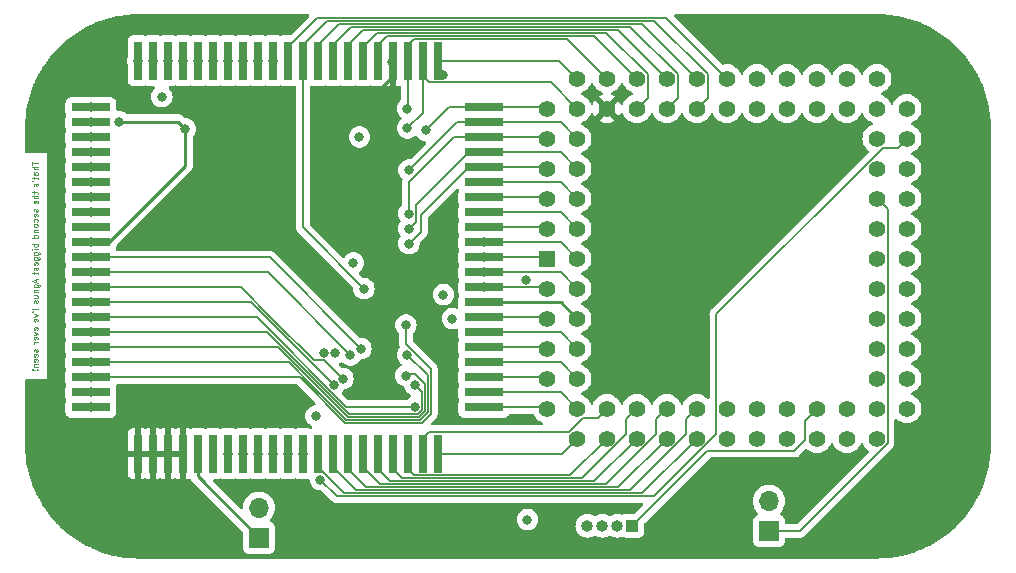
<source format=gbl>
G04 #@! TF.GenerationSoftware,KiCad,Pcbnew,7.0.0-1.fc37*
G04 #@! TF.CreationDate,2023-02-19T18:56:11+00:00*
G04 #@! TF.ProjectId,Agnus,41676e75-732e-46b6-9963-61645f706362,rev?*
G04 #@! TF.SameCoordinates,Original*
G04 #@! TF.FileFunction,Copper,L4,Bot*
G04 #@! TF.FilePolarity,Positive*
%FSLAX46Y46*%
G04 Gerber Fmt 4.6, Leading zero omitted, Abs format (unit mm)*
G04 Created by KiCad (PCBNEW 7.0.0-1.fc37) date 2023-02-19 18:56:11*
%MOMM*%
%LPD*%
G01*
G04 APERTURE LIST*
%ADD10C,0.100000*%
G04 #@! TA.AperFunction,NonConductor*
%ADD11C,0.100000*%
G04 #@! TD*
G04 #@! TA.AperFunction,ComponentPad*
%ADD12R,1.000000X1.000000*%
G04 #@! TD*
G04 #@! TA.AperFunction,ComponentPad*
%ADD13O,1.000000X1.000000*%
G04 #@! TD*
G04 #@! TA.AperFunction,ComponentPad*
%ADD14R,1.700000X1.700000*%
G04 #@! TD*
G04 #@! TA.AperFunction,ComponentPad*
%ADD15O,1.700000X1.700000*%
G04 #@! TD*
G04 #@! TA.AperFunction,SMDPad,CuDef*
%ADD16R,3.300000X0.700000*%
G04 #@! TD*
G04 #@! TA.AperFunction,SMDPad,CuDef*
%ADD17R,0.700000X3.300000*%
G04 #@! TD*
G04 #@! TA.AperFunction,ComponentPad*
%ADD18R,1.422400X1.422400*%
G04 #@! TD*
G04 #@! TA.AperFunction,ComponentPad*
%ADD19C,1.422400*%
G04 #@! TD*
G04 #@! TA.AperFunction,ViaPad*
%ADD20C,0.800000*%
G04 #@! TD*
G04 #@! TA.AperFunction,Conductor*
%ADD21C,0.254000*%
G04 #@! TD*
G04 #@! TA.AperFunction,Conductor*
%ADD22C,0.127000*%
G04 #@! TD*
G04 APERTURE END LIST*
D10*
D11*
X91504690Y-43857384D02*
X91504690Y-44143098D01*
X92004690Y-44000241D02*
X91504690Y-44000241D01*
X92004690Y-44309764D02*
X91504690Y-44309764D01*
X92004690Y-44524050D02*
X91742785Y-44524050D01*
X91742785Y-44524050D02*
X91695166Y-44500240D01*
X91695166Y-44500240D02*
X91671357Y-44452621D01*
X91671357Y-44452621D02*
X91671357Y-44381193D01*
X91671357Y-44381193D02*
X91695166Y-44333574D01*
X91695166Y-44333574D02*
X91718976Y-44309764D01*
X92004690Y-44976431D02*
X91742785Y-44976431D01*
X91742785Y-44976431D02*
X91695166Y-44952621D01*
X91695166Y-44952621D02*
X91671357Y-44905002D01*
X91671357Y-44905002D02*
X91671357Y-44809764D01*
X91671357Y-44809764D02*
X91695166Y-44762145D01*
X91980880Y-44976431D02*
X92004690Y-44928812D01*
X92004690Y-44928812D02*
X92004690Y-44809764D01*
X92004690Y-44809764D02*
X91980880Y-44762145D01*
X91980880Y-44762145D02*
X91933261Y-44738336D01*
X91933261Y-44738336D02*
X91885642Y-44738336D01*
X91885642Y-44738336D02*
X91838023Y-44762145D01*
X91838023Y-44762145D02*
X91814214Y-44809764D01*
X91814214Y-44809764D02*
X91814214Y-44928812D01*
X91814214Y-44928812D02*
X91790404Y-44976431D01*
X91671357Y-45143098D02*
X91671357Y-45333574D01*
X91504690Y-45214526D02*
X91933261Y-45214526D01*
X91933261Y-45214526D02*
X91980880Y-45238336D01*
X91980880Y-45238336D02*
X92004690Y-45285955D01*
X92004690Y-45285955D02*
X92004690Y-45333574D01*
X91504690Y-45524050D02*
X91528500Y-45524050D01*
X91528500Y-45524050D02*
X91576119Y-45500240D01*
X91576119Y-45500240D02*
X91599928Y-45476431D01*
X91980880Y-45714526D02*
X92004690Y-45762145D01*
X92004690Y-45762145D02*
X92004690Y-45857383D01*
X92004690Y-45857383D02*
X91980880Y-45905002D01*
X91980880Y-45905002D02*
X91933261Y-45928811D01*
X91933261Y-45928811D02*
X91909452Y-45928811D01*
X91909452Y-45928811D02*
X91861833Y-45905002D01*
X91861833Y-45905002D02*
X91838023Y-45857383D01*
X91838023Y-45857383D02*
X91838023Y-45785954D01*
X91838023Y-45785954D02*
X91814214Y-45738335D01*
X91814214Y-45738335D02*
X91766595Y-45714526D01*
X91766595Y-45714526D02*
X91742785Y-45714526D01*
X91742785Y-45714526D02*
X91695166Y-45738335D01*
X91695166Y-45738335D02*
X91671357Y-45785954D01*
X91671357Y-45785954D02*
X91671357Y-45857383D01*
X91671357Y-45857383D02*
X91695166Y-45905002D01*
X91671357Y-46371669D02*
X91671357Y-46562145D01*
X91504690Y-46443097D02*
X91933261Y-46443097D01*
X91933261Y-46443097D02*
X91980880Y-46466907D01*
X91980880Y-46466907D02*
X92004690Y-46514526D01*
X92004690Y-46514526D02*
X92004690Y-46562145D01*
X92004690Y-46728811D02*
X91504690Y-46728811D01*
X92004690Y-46943097D02*
X91742785Y-46943097D01*
X91742785Y-46943097D02*
X91695166Y-46919287D01*
X91695166Y-46919287D02*
X91671357Y-46871668D01*
X91671357Y-46871668D02*
X91671357Y-46800240D01*
X91671357Y-46800240D02*
X91695166Y-46752621D01*
X91695166Y-46752621D02*
X91718976Y-46728811D01*
X91980880Y-47371668D02*
X92004690Y-47324049D01*
X92004690Y-47324049D02*
X92004690Y-47228811D01*
X92004690Y-47228811D02*
X91980880Y-47181192D01*
X91980880Y-47181192D02*
X91933261Y-47157383D01*
X91933261Y-47157383D02*
X91742785Y-47157383D01*
X91742785Y-47157383D02*
X91695166Y-47181192D01*
X91695166Y-47181192D02*
X91671357Y-47228811D01*
X91671357Y-47228811D02*
X91671357Y-47324049D01*
X91671357Y-47324049D02*
X91695166Y-47371668D01*
X91695166Y-47371668D02*
X91742785Y-47395478D01*
X91742785Y-47395478D02*
X91790404Y-47395478D01*
X91790404Y-47395478D02*
X91838023Y-47157383D01*
X91980880Y-47885954D02*
X92004690Y-47933573D01*
X92004690Y-47933573D02*
X92004690Y-48028811D01*
X92004690Y-48028811D02*
X91980880Y-48076430D01*
X91980880Y-48076430D02*
X91933261Y-48100239D01*
X91933261Y-48100239D02*
X91909452Y-48100239D01*
X91909452Y-48100239D02*
X91861833Y-48076430D01*
X91861833Y-48076430D02*
X91838023Y-48028811D01*
X91838023Y-48028811D02*
X91838023Y-47957382D01*
X91838023Y-47957382D02*
X91814214Y-47909763D01*
X91814214Y-47909763D02*
X91766595Y-47885954D01*
X91766595Y-47885954D02*
X91742785Y-47885954D01*
X91742785Y-47885954D02*
X91695166Y-47909763D01*
X91695166Y-47909763D02*
X91671357Y-47957382D01*
X91671357Y-47957382D02*
X91671357Y-48028811D01*
X91671357Y-48028811D02*
X91695166Y-48076430D01*
X91980880Y-48505001D02*
X92004690Y-48457382D01*
X92004690Y-48457382D02*
X92004690Y-48362144D01*
X92004690Y-48362144D02*
X91980880Y-48314525D01*
X91980880Y-48314525D02*
X91933261Y-48290716D01*
X91933261Y-48290716D02*
X91742785Y-48290716D01*
X91742785Y-48290716D02*
X91695166Y-48314525D01*
X91695166Y-48314525D02*
X91671357Y-48362144D01*
X91671357Y-48362144D02*
X91671357Y-48457382D01*
X91671357Y-48457382D02*
X91695166Y-48505001D01*
X91695166Y-48505001D02*
X91742785Y-48528811D01*
X91742785Y-48528811D02*
X91790404Y-48528811D01*
X91790404Y-48528811D02*
X91838023Y-48290716D01*
X91980880Y-48957382D02*
X92004690Y-48909763D01*
X92004690Y-48909763D02*
X92004690Y-48814525D01*
X92004690Y-48814525D02*
X91980880Y-48766906D01*
X91980880Y-48766906D02*
X91957071Y-48743096D01*
X91957071Y-48743096D02*
X91909452Y-48719287D01*
X91909452Y-48719287D02*
X91766595Y-48719287D01*
X91766595Y-48719287D02*
X91718976Y-48743096D01*
X91718976Y-48743096D02*
X91695166Y-48766906D01*
X91695166Y-48766906D02*
X91671357Y-48814525D01*
X91671357Y-48814525D02*
X91671357Y-48909763D01*
X91671357Y-48909763D02*
X91695166Y-48957382D01*
X92004690Y-49243096D02*
X91980880Y-49195477D01*
X91980880Y-49195477D02*
X91957071Y-49171667D01*
X91957071Y-49171667D02*
X91909452Y-49147858D01*
X91909452Y-49147858D02*
X91766595Y-49147858D01*
X91766595Y-49147858D02*
X91718976Y-49171667D01*
X91718976Y-49171667D02*
X91695166Y-49195477D01*
X91695166Y-49195477D02*
X91671357Y-49243096D01*
X91671357Y-49243096D02*
X91671357Y-49314524D01*
X91671357Y-49314524D02*
X91695166Y-49362143D01*
X91695166Y-49362143D02*
X91718976Y-49385953D01*
X91718976Y-49385953D02*
X91766595Y-49409762D01*
X91766595Y-49409762D02*
X91909452Y-49409762D01*
X91909452Y-49409762D02*
X91957071Y-49385953D01*
X91957071Y-49385953D02*
X91980880Y-49362143D01*
X91980880Y-49362143D02*
X92004690Y-49314524D01*
X92004690Y-49314524D02*
X92004690Y-49243096D01*
X91671357Y-49624048D02*
X92004690Y-49624048D01*
X91718976Y-49624048D02*
X91695166Y-49647858D01*
X91695166Y-49647858D02*
X91671357Y-49695477D01*
X91671357Y-49695477D02*
X91671357Y-49766905D01*
X91671357Y-49766905D02*
X91695166Y-49814524D01*
X91695166Y-49814524D02*
X91742785Y-49838334D01*
X91742785Y-49838334D02*
X92004690Y-49838334D01*
X92004690Y-50290715D02*
X91504690Y-50290715D01*
X91980880Y-50290715D02*
X92004690Y-50243096D01*
X92004690Y-50243096D02*
X92004690Y-50147858D01*
X92004690Y-50147858D02*
X91980880Y-50100239D01*
X91980880Y-50100239D02*
X91957071Y-50076429D01*
X91957071Y-50076429D02*
X91909452Y-50052620D01*
X91909452Y-50052620D02*
X91766595Y-50052620D01*
X91766595Y-50052620D02*
X91718976Y-50076429D01*
X91718976Y-50076429D02*
X91695166Y-50100239D01*
X91695166Y-50100239D02*
X91671357Y-50147858D01*
X91671357Y-50147858D02*
X91671357Y-50243096D01*
X91671357Y-50243096D02*
X91695166Y-50290715D01*
X92004690Y-50828810D02*
X91504690Y-50828810D01*
X91695166Y-50828810D02*
X91671357Y-50876429D01*
X91671357Y-50876429D02*
X91671357Y-50971667D01*
X91671357Y-50971667D02*
X91695166Y-51019286D01*
X91695166Y-51019286D02*
X91718976Y-51043096D01*
X91718976Y-51043096D02*
X91766595Y-51066905D01*
X91766595Y-51066905D02*
X91909452Y-51066905D01*
X91909452Y-51066905D02*
X91957071Y-51043096D01*
X91957071Y-51043096D02*
X91980880Y-51019286D01*
X91980880Y-51019286D02*
X92004690Y-50971667D01*
X92004690Y-50971667D02*
X92004690Y-50876429D01*
X92004690Y-50876429D02*
X91980880Y-50828810D01*
X92004690Y-51281191D02*
X91671357Y-51281191D01*
X91504690Y-51281191D02*
X91528500Y-51257382D01*
X91528500Y-51257382D02*
X91552309Y-51281191D01*
X91552309Y-51281191D02*
X91528500Y-51305001D01*
X91528500Y-51305001D02*
X91504690Y-51281191D01*
X91504690Y-51281191D02*
X91552309Y-51281191D01*
X91671357Y-51733572D02*
X92076119Y-51733572D01*
X92076119Y-51733572D02*
X92123738Y-51709762D01*
X92123738Y-51709762D02*
X92147547Y-51685953D01*
X92147547Y-51685953D02*
X92171357Y-51638334D01*
X92171357Y-51638334D02*
X92171357Y-51566905D01*
X92171357Y-51566905D02*
X92147547Y-51519286D01*
X91980880Y-51733572D02*
X92004690Y-51685953D01*
X92004690Y-51685953D02*
X92004690Y-51590715D01*
X92004690Y-51590715D02*
X91980880Y-51543096D01*
X91980880Y-51543096D02*
X91957071Y-51519286D01*
X91957071Y-51519286D02*
X91909452Y-51495477D01*
X91909452Y-51495477D02*
X91766595Y-51495477D01*
X91766595Y-51495477D02*
X91718976Y-51519286D01*
X91718976Y-51519286D02*
X91695166Y-51543096D01*
X91695166Y-51543096D02*
X91671357Y-51590715D01*
X91671357Y-51590715D02*
X91671357Y-51685953D01*
X91671357Y-51685953D02*
X91695166Y-51733572D01*
X91671357Y-52185953D02*
X92076119Y-52185953D01*
X92076119Y-52185953D02*
X92123738Y-52162143D01*
X92123738Y-52162143D02*
X92147547Y-52138334D01*
X92147547Y-52138334D02*
X92171357Y-52090715D01*
X92171357Y-52090715D02*
X92171357Y-52019286D01*
X92171357Y-52019286D02*
X92147547Y-51971667D01*
X91980880Y-52185953D02*
X92004690Y-52138334D01*
X92004690Y-52138334D02*
X92004690Y-52043096D01*
X92004690Y-52043096D02*
X91980880Y-51995477D01*
X91980880Y-51995477D02*
X91957071Y-51971667D01*
X91957071Y-51971667D02*
X91909452Y-51947858D01*
X91909452Y-51947858D02*
X91766595Y-51947858D01*
X91766595Y-51947858D02*
X91718976Y-51971667D01*
X91718976Y-51971667D02*
X91695166Y-51995477D01*
X91695166Y-51995477D02*
X91671357Y-52043096D01*
X91671357Y-52043096D02*
X91671357Y-52138334D01*
X91671357Y-52138334D02*
X91695166Y-52185953D01*
X91980880Y-52614524D02*
X92004690Y-52566905D01*
X92004690Y-52566905D02*
X92004690Y-52471667D01*
X92004690Y-52471667D02*
X91980880Y-52424048D01*
X91980880Y-52424048D02*
X91933261Y-52400239D01*
X91933261Y-52400239D02*
X91742785Y-52400239D01*
X91742785Y-52400239D02*
X91695166Y-52424048D01*
X91695166Y-52424048D02*
X91671357Y-52471667D01*
X91671357Y-52471667D02*
X91671357Y-52566905D01*
X91671357Y-52566905D02*
X91695166Y-52614524D01*
X91695166Y-52614524D02*
X91742785Y-52638334D01*
X91742785Y-52638334D02*
X91790404Y-52638334D01*
X91790404Y-52638334D02*
X91838023Y-52400239D01*
X91980880Y-52828810D02*
X92004690Y-52876429D01*
X92004690Y-52876429D02*
X92004690Y-52971667D01*
X92004690Y-52971667D02*
X91980880Y-53019286D01*
X91980880Y-53019286D02*
X91933261Y-53043095D01*
X91933261Y-53043095D02*
X91909452Y-53043095D01*
X91909452Y-53043095D02*
X91861833Y-53019286D01*
X91861833Y-53019286D02*
X91838023Y-52971667D01*
X91838023Y-52971667D02*
X91838023Y-52900238D01*
X91838023Y-52900238D02*
X91814214Y-52852619D01*
X91814214Y-52852619D02*
X91766595Y-52828810D01*
X91766595Y-52828810D02*
X91742785Y-52828810D01*
X91742785Y-52828810D02*
X91695166Y-52852619D01*
X91695166Y-52852619D02*
X91671357Y-52900238D01*
X91671357Y-52900238D02*
X91671357Y-52971667D01*
X91671357Y-52971667D02*
X91695166Y-53019286D01*
X91671357Y-53185953D02*
X91671357Y-53376429D01*
X91504690Y-53257381D02*
X91933261Y-53257381D01*
X91933261Y-53257381D02*
X91980880Y-53281191D01*
X91980880Y-53281191D02*
X92004690Y-53328810D01*
X92004690Y-53328810D02*
X92004690Y-53376429D01*
X91861833Y-53819286D02*
X91861833Y-54057381D01*
X92004690Y-53771667D02*
X91504690Y-53938333D01*
X91504690Y-53938333D02*
X92004690Y-54105000D01*
X91671357Y-54485952D02*
X92076119Y-54485952D01*
X92076119Y-54485952D02*
X92123738Y-54462142D01*
X92123738Y-54462142D02*
X92147547Y-54438333D01*
X92147547Y-54438333D02*
X92171357Y-54390714D01*
X92171357Y-54390714D02*
X92171357Y-54319285D01*
X92171357Y-54319285D02*
X92147547Y-54271666D01*
X91980880Y-54485952D02*
X92004690Y-54438333D01*
X92004690Y-54438333D02*
X92004690Y-54343095D01*
X92004690Y-54343095D02*
X91980880Y-54295476D01*
X91980880Y-54295476D02*
X91957071Y-54271666D01*
X91957071Y-54271666D02*
X91909452Y-54247857D01*
X91909452Y-54247857D02*
X91766595Y-54247857D01*
X91766595Y-54247857D02*
X91718976Y-54271666D01*
X91718976Y-54271666D02*
X91695166Y-54295476D01*
X91695166Y-54295476D02*
X91671357Y-54343095D01*
X91671357Y-54343095D02*
X91671357Y-54438333D01*
X91671357Y-54438333D02*
X91695166Y-54485952D01*
X91671357Y-54724047D02*
X92004690Y-54724047D01*
X91718976Y-54724047D02*
X91695166Y-54747857D01*
X91695166Y-54747857D02*
X91671357Y-54795476D01*
X91671357Y-54795476D02*
X91671357Y-54866904D01*
X91671357Y-54866904D02*
X91695166Y-54914523D01*
X91695166Y-54914523D02*
X91742785Y-54938333D01*
X91742785Y-54938333D02*
X92004690Y-54938333D01*
X91671357Y-55390714D02*
X92004690Y-55390714D01*
X91671357Y-55176428D02*
X91933261Y-55176428D01*
X91933261Y-55176428D02*
X91980880Y-55200238D01*
X91980880Y-55200238D02*
X92004690Y-55247857D01*
X92004690Y-55247857D02*
X92004690Y-55319285D01*
X92004690Y-55319285D02*
X91980880Y-55366904D01*
X91980880Y-55366904D02*
X91957071Y-55390714D01*
X91980880Y-55605000D02*
X92004690Y-55652619D01*
X92004690Y-55652619D02*
X92004690Y-55747857D01*
X92004690Y-55747857D02*
X91980880Y-55795476D01*
X91980880Y-55795476D02*
X91933261Y-55819285D01*
X91933261Y-55819285D02*
X91909452Y-55819285D01*
X91909452Y-55819285D02*
X91861833Y-55795476D01*
X91861833Y-55795476D02*
X91838023Y-55747857D01*
X91838023Y-55747857D02*
X91838023Y-55676428D01*
X91838023Y-55676428D02*
X91814214Y-55628809D01*
X91814214Y-55628809D02*
X91766595Y-55605000D01*
X91766595Y-55605000D02*
X91742785Y-55605000D01*
X91742785Y-55605000D02*
X91695166Y-55628809D01*
X91695166Y-55628809D02*
X91671357Y-55676428D01*
X91671357Y-55676428D02*
X91671357Y-55747857D01*
X91671357Y-55747857D02*
X91695166Y-55795476D01*
X92004690Y-56333571D02*
X91504690Y-56333571D01*
X91504690Y-56595476D02*
X91528500Y-56595476D01*
X91528500Y-56595476D02*
X91576119Y-56571666D01*
X91576119Y-56571666D02*
X91599928Y-56547857D01*
X91671357Y-56762142D02*
X92004690Y-56881190D01*
X92004690Y-56881190D02*
X91671357Y-57000237D01*
X91980880Y-57381189D02*
X92004690Y-57333570D01*
X92004690Y-57333570D02*
X92004690Y-57238332D01*
X92004690Y-57238332D02*
X91980880Y-57190713D01*
X91980880Y-57190713D02*
X91933261Y-57166904D01*
X91933261Y-57166904D02*
X91742785Y-57166904D01*
X91742785Y-57166904D02*
X91695166Y-57190713D01*
X91695166Y-57190713D02*
X91671357Y-57238332D01*
X91671357Y-57238332D02*
X91671357Y-57333570D01*
X91671357Y-57333570D02*
X91695166Y-57381189D01*
X91695166Y-57381189D02*
X91742785Y-57404999D01*
X91742785Y-57404999D02*
X91790404Y-57404999D01*
X91790404Y-57404999D02*
X91838023Y-57166904D01*
X91980880Y-58109760D02*
X92004690Y-58062141D01*
X92004690Y-58062141D02*
X92004690Y-57966903D01*
X92004690Y-57966903D02*
X91980880Y-57919284D01*
X91980880Y-57919284D02*
X91933261Y-57895475D01*
X91933261Y-57895475D02*
X91742785Y-57895475D01*
X91742785Y-57895475D02*
X91695166Y-57919284D01*
X91695166Y-57919284D02*
X91671357Y-57966903D01*
X91671357Y-57966903D02*
X91671357Y-58062141D01*
X91671357Y-58062141D02*
X91695166Y-58109760D01*
X91695166Y-58109760D02*
X91742785Y-58133570D01*
X91742785Y-58133570D02*
X91790404Y-58133570D01*
X91790404Y-58133570D02*
X91838023Y-57895475D01*
X91671357Y-58300236D02*
X92004690Y-58419284D01*
X92004690Y-58419284D02*
X91671357Y-58538331D01*
X91980880Y-58919283D02*
X92004690Y-58871664D01*
X92004690Y-58871664D02*
X92004690Y-58776426D01*
X92004690Y-58776426D02*
X91980880Y-58728807D01*
X91980880Y-58728807D02*
X91933261Y-58704998D01*
X91933261Y-58704998D02*
X91742785Y-58704998D01*
X91742785Y-58704998D02*
X91695166Y-58728807D01*
X91695166Y-58728807D02*
X91671357Y-58776426D01*
X91671357Y-58776426D02*
X91671357Y-58871664D01*
X91671357Y-58871664D02*
X91695166Y-58919283D01*
X91695166Y-58919283D02*
X91742785Y-58943093D01*
X91742785Y-58943093D02*
X91790404Y-58943093D01*
X91790404Y-58943093D02*
X91838023Y-58704998D01*
X92004690Y-59157378D02*
X91671357Y-59157378D01*
X91766595Y-59157378D02*
X91718976Y-59181188D01*
X91718976Y-59181188D02*
X91695166Y-59204997D01*
X91695166Y-59204997D02*
X91671357Y-59252616D01*
X91671357Y-59252616D02*
X91671357Y-59300235D01*
X91980880Y-59743093D02*
X92004690Y-59790712D01*
X92004690Y-59790712D02*
X92004690Y-59885950D01*
X92004690Y-59885950D02*
X91980880Y-59933569D01*
X91980880Y-59933569D02*
X91933261Y-59957378D01*
X91933261Y-59957378D02*
X91909452Y-59957378D01*
X91909452Y-59957378D02*
X91861833Y-59933569D01*
X91861833Y-59933569D02*
X91838023Y-59885950D01*
X91838023Y-59885950D02*
X91838023Y-59814521D01*
X91838023Y-59814521D02*
X91814214Y-59766902D01*
X91814214Y-59766902D02*
X91766595Y-59743093D01*
X91766595Y-59743093D02*
X91742785Y-59743093D01*
X91742785Y-59743093D02*
X91695166Y-59766902D01*
X91695166Y-59766902D02*
X91671357Y-59814521D01*
X91671357Y-59814521D02*
X91671357Y-59885950D01*
X91671357Y-59885950D02*
X91695166Y-59933569D01*
X91980880Y-60362140D02*
X92004690Y-60314521D01*
X92004690Y-60314521D02*
X92004690Y-60219283D01*
X92004690Y-60219283D02*
X91980880Y-60171664D01*
X91980880Y-60171664D02*
X91933261Y-60147855D01*
X91933261Y-60147855D02*
X91742785Y-60147855D01*
X91742785Y-60147855D02*
X91695166Y-60171664D01*
X91695166Y-60171664D02*
X91671357Y-60219283D01*
X91671357Y-60219283D02*
X91671357Y-60314521D01*
X91671357Y-60314521D02*
X91695166Y-60362140D01*
X91695166Y-60362140D02*
X91742785Y-60385950D01*
X91742785Y-60385950D02*
X91790404Y-60385950D01*
X91790404Y-60385950D02*
X91838023Y-60147855D01*
X91980880Y-60790711D02*
X92004690Y-60743092D01*
X92004690Y-60743092D02*
X92004690Y-60647854D01*
X92004690Y-60647854D02*
X91980880Y-60600235D01*
X91980880Y-60600235D02*
X91933261Y-60576426D01*
X91933261Y-60576426D02*
X91742785Y-60576426D01*
X91742785Y-60576426D02*
X91695166Y-60600235D01*
X91695166Y-60600235D02*
X91671357Y-60647854D01*
X91671357Y-60647854D02*
X91671357Y-60743092D01*
X91671357Y-60743092D02*
X91695166Y-60790711D01*
X91695166Y-60790711D02*
X91742785Y-60814521D01*
X91742785Y-60814521D02*
X91790404Y-60814521D01*
X91790404Y-60814521D02*
X91838023Y-60576426D01*
X91671357Y-61028806D02*
X92004690Y-61028806D01*
X91718976Y-61028806D02*
X91695166Y-61052616D01*
X91695166Y-61052616D02*
X91671357Y-61100235D01*
X91671357Y-61100235D02*
X91671357Y-61171663D01*
X91671357Y-61171663D02*
X91695166Y-61219282D01*
X91695166Y-61219282D02*
X91742785Y-61243092D01*
X91742785Y-61243092D02*
X92004690Y-61243092D01*
X91957071Y-61481187D02*
X91980880Y-61504997D01*
X91980880Y-61504997D02*
X92004690Y-61481187D01*
X92004690Y-61481187D02*
X91980880Y-61457378D01*
X91980880Y-61457378D02*
X91957071Y-61481187D01*
X91957071Y-61481187D02*
X92004690Y-61481187D01*
X91814214Y-61481187D02*
X91528500Y-61457378D01*
X91528500Y-61457378D02*
X91504690Y-61481187D01*
X91504690Y-61481187D02*
X91528500Y-61504997D01*
X91528500Y-61504997D02*
X91814214Y-61481187D01*
X91814214Y-61481187D02*
X91504690Y-61481187D01*
D12*
X142366999Y-74675999D03*
D13*
X141096999Y-74675999D03*
X139826999Y-74675999D03*
X138556999Y-74675999D03*
D14*
X110743999Y-75691999D03*
D15*
X110743999Y-73151999D03*
D14*
X153923999Y-75133199D03*
D15*
X153923999Y-72593199D03*
D16*
X129793999Y-51971999D03*
X129793999Y-50701999D03*
X129793999Y-49431999D03*
X129793999Y-48161999D03*
X129793999Y-46891999D03*
X129793999Y-45621999D03*
X129793999Y-44351999D03*
X129793999Y-43081999D03*
X129793999Y-41811999D03*
X129793999Y-40541999D03*
X129793999Y-39271999D03*
D17*
X125885999Y-35305999D03*
X124615999Y-35305999D03*
X123345999Y-35305999D03*
X122075999Y-35305999D03*
X120805999Y-35305999D03*
X119535999Y-35305999D03*
X118265999Y-35305999D03*
X116995999Y-35305999D03*
X115725999Y-35305999D03*
X114455999Y-35305999D03*
X113185999Y-35305999D03*
X111915999Y-35305999D03*
X110645999Y-35305999D03*
X109375999Y-35305999D03*
X108105999Y-35305999D03*
X106835999Y-35305999D03*
X105565999Y-35305999D03*
X104295999Y-35305999D03*
X103025999Y-35305999D03*
X101755999Y-35305999D03*
X100485999Y-35305999D03*
D16*
X96519999Y-39271999D03*
X96519999Y-40541999D03*
X96519999Y-41811999D03*
X96519999Y-43081999D03*
X96519999Y-44351999D03*
X96519999Y-45621999D03*
X96519999Y-46891999D03*
X96519999Y-48161999D03*
X96519999Y-49431999D03*
X96519999Y-50701999D03*
X96519999Y-51971999D03*
X96519999Y-53241999D03*
X96519999Y-54511999D03*
X96519999Y-55781999D03*
X96519999Y-57051999D03*
X96519999Y-58321999D03*
X96519999Y-59591999D03*
X96519999Y-60861999D03*
X96519999Y-62131999D03*
X96519999Y-63401999D03*
X96519999Y-64671999D03*
D17*
X100485999Y-68579999D03*
X101755999Y-68579999D03*
X103025999Y-68579999D03*
X104295999Y-68579999D03*
X105565999Y-68579999D03*
X106835999Y-68579999D03*
X108105999Y-68579999D03*
X109375999Y-68579999D03*
X110645999Y-68579999D03*
X111915999Y-68579999D03*
X113185999Y-68579999D03*
X114455999Y-68579999D03*
X115725999Y-68579999D03*
X116995999Y-68579999D03*
X118265999Y-68579999D03*
X119535999Y-68579999D03*
X120805999Y-68579999D03*
X122075999Y-68579999D03*
X123345999Y-68579999D03*
X124615999Y-68579999D03*
X125885999Y-68579999D03*
D16*
X129793999Y-64671999D03*
X129793999Y-63401999D03*
X129793999Y-62131999D03*
X129793999Y-60861999D03*
X129793999Y-59591999D03*
X129793999Y-58321999D03*
X129793999Y-57051999D03*
X129793999Y-55781999D03*
X129793999Y-54511999D03*
X129793999Y-53241999D03*
D18*
X135127999Y-52069999D03*
D19*
X137668000Y-52070000D03*
X135128000Y-49530000D03*
X137668000Y-49530000D03*
X135128000Y-46990000D03*
X137668000Y-46990000D03*
X135128000Y-44450000D03*
X137668000Y-44450000D03*
X135128000Y-41910000D03*
X137668000Y-41910000D03*
X135128000Y-39370000D03*
X137668000Y-36830000D03*
X137668000Y-39370000D03*
X140208000Y-36830000D03*
X140208000Y-39370000D03*
X142748000Y-36830000D03*
X142748000Y-39370000D03*
X145288000Y-36830000D03*
X145288000Y-39370000D03*
X147828000Y-36830000D03*
X147828000Y-39370000D03*
X150368000Y-36830000D03*
X150368000Y-39370000D03*
X152908000Y-36830000D03*
X152908000Y-39370000D03*
X155448000Y-36830000D03*
X155448000Y-39370000D03*
X157988000Y-36830000D03*
X157988000Y-39370000D03*
X160528000Y-36830000D03*
X160528000Y-39370000D03*
X163068000Y-36830000D03*
X165608000Y-39370000D03*
X163068000Y-39370000D03*
X165608000Y-41910000D03*
X163068000Y-41910000D03*
X165608000Y-44450000D03*
X163068000Y-44450000D03*
X165608000Y-46990000D03*
X163068000Y-46990000D03*
X165608000Y-49530000D03*
X163068000Y-49530000D03*
X165608000Y-52070000D03*
X163068000Y-52070000D03*
X165608000Y-54610000D03*
X163068000Y-54610000D03*
X165608000Y-57150000D03*
X163068000Y-57150000D03*
X165608000Y-59690000D03*
X163068000Y-59690000D03*
X165608000Y-62230000D03*
X163068000Y-62230000D03*
X165608000Y-64770000D03*
X163068000Y-67310000D03*
X163068000Y-64770000D03*
X160528000Y-67310000D03*
X160528000Y-64770000D03*
X157988000Y-67310000D03*
X157988000Y-64770000D03*
X155448000Y-67310000D03*
X155448000Y-64770000D03*
X152908000Y-67310000D03*
X152908000Y-64770000D03*
X150368000Y-67310000D03*
X150368000Y-64770000D03*
X147828000Y-67310000D03*
X147828000Y-64770000D03*
X145288000Y-67310000D03*
X145288000Y-64770000D03*
X142748000Y-67310000D03*
X142748000Y-64770000D03*
X140208000Y-67310000D03*
X140208000Y-64770000D03*
X137668000Y-67310000D03*
X135128000Y-64770000D03*
X137668000Y-64770000D03*
X135128000Y-62230000D03*
X137668000Y-62230000D03*
X135128000Y-59690000D03*
X137668000Y-59690000D03*
X135128000Y-57150000D03*
X137668000Y-57150000D03*
X135128000Y-54610000D03*
X137668000Y-54610000D03*
D20*
X119253000Y-75184000D03*
X122047000Y-35433000D03*
X118083500Y-39319200D03*
X125730000Y-75184000D03*
X118745000Y-52451000D03*
X104517335Y-41114129D03*
X115570000Y-65405000D03*
X98933000Y-40487011D03*
X133477000Y-74168000D03*
X96520000Y-50673000D03*
X119253000Y-41783000D03*
X102512500Y-38354000D03*
X96520000Y-41812000D03*
X96520000Y-40542000D03*
X115951000Y-70792000D03*
X123444000Y-49530000D03*
X123444000Y-44577000D03*
X129794000Y-53242000D03*
X123444000Y-50800000D03*
X123444000Y-48260000D03*
X124913386Y-41220386D03*
X129794000Y-54512000D03*
X123317000Y-41021000D03*
X119634000Y-54610000D03*
X111916000Y-35306000D03*
X109376000Y-35306000D03*
X106836000Y-35306000D03*
X104296000Y-35306000D03*
X101756000Y-35306000D03*
X126365000Y-36556011D03*
X123317000Y-39370000D03*
X110646000Y-35306000D03*
X108106000Y-35306000D03*
X105566000Y-35306000D03*
X103026000Y-35306000D03*
X100486000Y-35306000D03*
X96520000Y-43082000D03*
X96520000Y-45622000D03*
X96520000Y-48162000D03*
X118491000Y-60231749D03*
X96520000Y-53242000D03*
X96520000Y-55782000D03*
X117094903Y-62770846D03*
X96520000Y-58322000D03*
X123952000Y-62771749D03*
X123317000Y-60231749D03*
X96520000Y-60862000D03*
X96520000Y-63402000D03*
X96520000Y-39272000D03*
X96520000Y-44352000D03*
X96520000Y-46892000D03*
X119380000Y-59690000D03*
X96520000Y-51972000D03*
X117856000Y-62230000D03*
X96520000Y-54512000D03*
X123952000Y-64632596D03*
X96520000Y-57052000D03*
X96520000Y-59592000D03*
X123190000Y-61976000D03*
X96520000Y-62132000D03*
X123190000Y-57691749D03*
X96520000Y-64672000D03*
X109376000Y-68580000D03*
X111916000Y-68580000D03*
X114456000Y-68580000D03*
X108106000Y-68580000D03*
X110646000Y-68580000D03*
X113186000Y-68580000D03*
X117221000Y-60071000D03*
X116294497Y-60071000D03*
X126365000Y-55118000D03*
X129794000Y-51972000D03*
X129794000Y-50702000D03*
X127127000Y-57150000D03*
X133350000Y-53848000D03*
D21*
X119362800Y-39319200D02*
X118083500Y-39319200D01*
X122047000Y-35433000D02*
X122076000Y-35462000D01*
X122076000Y-35306000D02*
X122076000Y-35404000D01*
X122076000Y-35404000D02*
X122047000Y-35433000D01*
X122076000Y-36606000D02*
X119362800Y-39319200D01*
X125730000Y-75184000D02*
X119253000Y-75184000D01*
X122076000Y-35462000D02*
X122076000Y-36606000D01*
X105566000Y-70514000D02*
X110744000Y-75692000D01*
X136300000Y-55782000D02*
X137668000Y-57150000D01*
X96520000Y-50673000D02*
X98040022Y-50673000D01*
X98933000Y-40487011D02*
X103890217Y-40487011D01*
X129794000Y-55782000D02*
X136300000Y-55782000D01*
X105566000Y-68580000D02*
X105566000Y-70514000D01*
X104517335Y-44195687D02*
X104517335Y-41114129D01*
X103890217Y-40487011D02*
X104517335Y-41114129D01*
X98040022Y-50673000D02*
X104517335Y-44195687D01*
D22*
X149466789Y-66945717D02*
X149466789Y-56776705D01*
X117353651Y-72194651D02*
X144217855Y-72194651D01*
X164846000Y-42672000D02*
X165608000Y-41910000D01*
X163571494Y-42672000D02*
X164846000Y-42672000D01*
X144217855Y-72194651D02*
X149466789Y-66945717D01*
X149466789Y-56776705D02*
X163571494Y-42672000D01*
X115951000Y-70792000D02*
X117353651Y-72194651D01*
X156959789Y-65798211D02*
X157988000Y-64770000D01*
X156959789Y-67449211D02*
X156959789Y-65798211D01*
X142367000Y-74676000D02*
X148704789Y-68338211D01*
X156070789Y-68338211D02*
X156959789Y-67449211D01*
X148704789Y-68338211D02*
X156070789Y-68338211D01*
X129794000Y-48162000D02*
X136300000Y-48162000D01*
X136300000Y-48162000D02*
X137668000Y-49530000D01*
X136300000Y-45622000D02*
X137668000Y-46990000D01*
X129794000Y-45622000D02*
X136300000Y-45622000D01*
X136300000Y-43082000D02*
X137668000Y-44450000D01*
X124034011Y-48939989D02*
X123444000Y-49530000D01*
X128494000Y-43082000D02*
X124034011Y-47541989D01*
X129794000Y-43082000D02*
X136300000Y-43082000D01*
X129794000Y-43082000D02*
X128494000Y-43082000D01*
X124034011Y-47541989D02*
X124034011Y-48939989D01*
X129794000Y-40542000D02*
X127479000Y-40542000D01*
X129794000Y-40542000D02*
X136300000Y-40542000D01*
X127479000Y-40542000D02*
X123444000Y-44577000D01*
X136300000Y-40542000D02*
X137668000Y-41910000D01*
X136300000Y-53242000D02*
X137668000Y-54610000D01*
X129794000Y-53242000D02*
X136300000Y-53242000D01*
X136300000Y-58322000D02*
X137668000Y-59690000D01*
X129794000Y-58322000D02*
X136300000Y-58322000D01*
X136300000Y-60862000D02*
X137668000Y-62230000D01*
X129794000Y-60862000D02*
X136300000Y-60862000D01*
X129794000Y-63402000D02*
X136300000Y-63402000D01*
X136300000Y-63402000D02*
X137668000Y-64770000D01*
X125886000Y-68580000D02*
X136398000Y-68580000D01*
X136398000Y-68580000D02*
X137668000Y-67310000D01*
X163969211Y-67683295D02*
X156519306Y-75133200D01*
X163068000Y-46990000D02*
X163969211Y-47891211D01*
X156519306Y-75133200D02*
X153924000Y-75133200D01*
X163969211Y-49390789D02*
X163969211Y-67683295D01*
X163969211Y-47891211D02*
X163969211Y-49390789D01*
X135030000Y-49432000D02*
X135128000Y-49530000D01*
X129794000Y-49432000D02*
X135030000Y-49432000D01*
X135030000Y-46892000D02*
X135128000Y-46990000D01*
X129794000Y-46892000D02*
X135030000Y-46892000D01*
X124460000Y-48386000D02*
X124460000Y-49784000D01*
X135030000Y-44352000D02*
X135128000Y-44450000D01*
X129794000Y-44352000D02*
X135030000Y-44352000D01*
X124460000Y-49784000D02*
X123444000Y-50800000D01*
X129794000Y-44352000D02*
X128494000Y-44352000D01*
X128494000Y-44352000D02*
X124460000Y-48386000D01*
X123444000Y-45593000D02*
X123444000Y-48260000D01*
X127225000Y-41812000D02*
X124460000Y-44577000D01*
X129794000Y-41812000D02*
X127225000Y-41812000D01*
X124460000Y-44577000D02*
X123444000Y-45593000D01*
X129794000Y-41812000D02*
X135030000Y-41812000D01*
X135030000Y-41812000D02*
X135128000Y-41910000D01*
X129794000Y-39272000D02*
X126861772Y-39272000D01*
X129794000Y-39272000D02*
X135030000Y-39272000D01*
X126861772Y-39272000D02*
X124913386Y-41220386D01*
X135030000Y-39272000D02*
X135128000Y-39370000D01*
X135030000Y-54512000D02*
X135128000Y-54610000D01*
X129794000Y-54512000D02*
X135030000Y-54512000D01*
X135030000Y-57052000D02*
X135128000Y-57150000D01*
X129794000Y-57052000D02*
X135030000Y-57052000D01*
X129794000Y-59592000D02*
X135030000Y-59592000D01*
X135030000Y-59592000D02*
X135128000Y-59690000D01*
X135030000Y-62132000D02*
X135128000Y-62230000D01*
X129794000Y-62132000D02*
X135030000Y-62132000D01*
X135030000Y-64672000D02*
X135128000Y-64770000D01*
X129794000Y-64672000D02*
X135030000Y-64672000D01*
X124616000Y-39722000D02*
X123317000Y-41021000D01*
X137668000Y-39370000D02*
X135444011Y-37146011D01*
X135444011Y-37146011D02*
X125156011Y-37146011D01*
X124616000Y-36606000D02*
X124616000Y-35306000D01*
X125156011Y-37146011D02*
X124616000Y-36606000D01*
X124616000Y-35306000D02*
X124616000Y-39722000D01*
X119536000Y-35306000D02*
X119536000Y-34195978D01*
X143649211Y-38468789D02*
X142748000Y-39370000D01*
X143649211Y-36456705D02*
X143649211Y-38468789D01*
X119536000Y-34195978D02*
X120773029Y-32958949D01*
X140151455Y-32958949D02*
X143649211Y-36456705D01*
X120773029Y-32958949D02*
X140151455Y-32958949D01*
X116996000Y-35306000D02*
X116996000Y-34006000D01*
X142184415Y-32451909D02*
X146189211Y-36456705D01*
X146189211Y-38468789D02*
X145288000Y-39370000D01*
X146189211Y-36456705D02*
X146189211Y-38468789D01*
X118550091Y-32451909D02*
X142184415Y-32451909D01*
X116996000Y-34006000D02*
X118550091Y-32451909D01*
X114456000Y-35306000D02*
X114456000Y-49432000D01*
X116517131Y-31944869D02*
X144217375Y-31944869D01*
X144217375Y-31944869D02*
X148729211Y-36456705D01*
X148729211Y-38468789D02*
X147828000Y-39370000D01*
X148729211Y-36456705D02*
X148729211Y-38468789D01*
X114456000Y-49432000D02*
X119634000Y-54610000D01*
X114456000Y-34006000D02*
X116517131Y-31944869D01*
X114456000Y-35306000D02*
X114456000Y-34006000D01*
X125886000Y-35306000D02*
X136144000Y-35306000D01*
X136144000Y-35306000D02*
X137668000Y-36830000D01*
X125886000Y-35306000D02*
X125886000Y-36077011D01*
X125886000Y-36077011D02*
X126365000Y-36556011D01*
X123886011Y-33465989D02*
X136843989Y-33465989D01*
X123346000Y-35306000D02*
X123346000Y-34006000D01*
X123346000Y-34006000D02*
X123886011Y-33465989D01*
X123346000Y-35306000D02*
X123346000Y-39341000D01*
X136843989Y-33465989D02*
X140208000Y-36830000D01*
X123346000Y-39341000D02*
X123317000Y-39370000D01*
X121599531Y-33212469D02*
X139130469Y-33212469D01*
X120806000Y-35306000D02*
X120806000Y-34006000D01*
X139130469Y-33212469D02*
X142748000Y-36830000D01*
X120806000Y-34006000D02*
X121599531Y-33212469D01*
X141163429Y-32705429D02*
X145288000Y-36830000D01*
X119566571Y-32705429D02*
X141163429Y-32705429D01*
X118266000Y-35306000D02*
X118266000Y-34006000D01*
X118266000Y-34006000D02*
X119566571Y-32705429D01*
X117533611Y-32198389D02*
X143196389Y-32198389D01*
X115726000Y-34006000D02*
X117533611Y-32198389D01*
X143196389Y-32198389D02*
X147828000Y-36830000D01*
X115726000Y-35306000D02*
X115726000Y-34006000D01*
X115690629Y-31691349D02*
X145229349Y-31691349D01*
X113186000Y-34195978D02*
X115690629Y-31691349D01*
X145229349Y-31691349D02*
X150368000Y-36830000D01*
X113186000Y-35306000D02*
X113186000Y-34195978D01*
X96520000Y-53242000D02*
X111501251Y-53242000D01*
X111501251Y-53242000D02*
X118491000Y-60231749D01*
X96520000Y-55782000D02*
X110106057Y-55782000D01*
X110106057Y-55782000D02*
X117094903Y-62770846D01*
X124542011Y-63361760D02*
X123952000Y-62771749D01*
X112862061Y-59730939D02*
X118353729Y-65222607D01*
X124196392Y-65222607D02*
X124542011Y-64876988D01*
X124542011Y-64876988D02*
X124542011Y-63361760D01*
X118353729Y-65222607D02*
X124196392Y-65222607D01*
X111453122Y-58322000D02*
X112862061Y-59730939D01*
X96520000Y-58322000D02*
X111453122Y-58322000D01*
X118143707Y-65729647D02*
X124079000Y-65729647D01*
X125049051Y-61963800D02*
X123317000Y-60231749D01*
X125049051Y-65087010D02*
X125049051Y-64643000D01*
X124406414Y-65729647D02*
X125049051Y-65087010D01*
X125049051Y-64643000D02*
X125049051Y-61963800D01*
X124079000Y-65729647D02*
X124406414Y-65729647D01*
X115234029Y-62819971D02*
X118143707Y-65729647D01*
X96520000Y-60862000D02*
X113276058Y-60862000D01*
X113276058Y-60862000D02*
X115234029Y-62819971D01*
X111662000Y-51972000D02*
X119380000Y-59690000D01*
X96520000Y-51972000D02*
X111662000Y-51972000D01*
X96520000Y-54512000D02*
X109249000Y-54512000D01*
X109249000Y-54512000D02*
X111887000Y-57150000D01*
X116287011Y-60661011D02*
X117856000Y-62230000D01*
X115398011Y-60661011D02*
X116287011Y-60661011D01*
X111887000Y-57150000D02*
X115398011Y-60661011D01*
X118122250Y-64632596D02*
X123952000Y-64632596D01*
X96520000Y-57052000D02*
X110541654Y-57052000D01*
X110541654Y-57052000D02*
X118122250Y-64632596D01*
X112364590Y-59592000D02*
X113698795Y-60926205D01*
X123317000Y-61849000D02*
X123190000Y-61976000D01*
X113698795Y-60926205D02*
X118248718Y-65476127D01*
X118248718Y-65476127D02*
X119380000Y-65476127D01*
X124301403Y-65476127D02*
X124795531Y-64981999D01*
X123952000Y-61849000D02*
X123317000Y-61849000D01*
X119380000Y-65476127D02*
X124301403Y-65476127D01*
X124795531Y-64981999D02*
X124795531Y-62692531D01*
X124795531Y-62692531D02*
X123952000Y-61849000D01*
X96520000Y-59592000D02*
X112364590Y-59592000D01*
X125302571Y-65197429D02*
X124516833Y-65983167D01*
X124516833Y-65983167D02*
X118038696Y-65983167D01*
X123190000Y-57691749D02*
X123190000Y-59270346D01*
X123190000Y-59270346D02*
X125302571Y-61382917D01*
X125302571Y-61382917D02*
X125302571Y-65197429D01*
X114187526Y-62132000D02*
X96520000Y-62132000D01*
X118038696Y-65983167D02*
X114187526Y-62132000D01*
X146926789Y-65671211D02*
X147828000Y-64770000D01*
X116996000Y-69690022D02*
X118993589Y-71687611D01*
X116996000Y-68580000D02*
X116996000Y-69690022D01*
X142184895Y-71687611D02*
X146926789Y-66945717D01*
X118993589Y-71687611D02*
X142184895Y-71687611D01*
X146926789Y-66945717D02*
X146926789Y-65671211D01*
X144386789Y-65671211D02*
X145288000Y-64770000D01*
X119536000Y-69690022D02*
X121026549Y-71180571D01*
X144386789Y-66945717D02*
X144386789Y-65671211D01*
X140151935Y-71180571D02*
X144386789Y-66945717D01*
X119536000Y-68580000D02*
X119536000Y-69690022D01*
X121026549Y-71180571D02*
X140151935Y-71180571D01*
X141846789Y-65671211D02*
X142748000Y-64770000D01*
X122076000Y-69880000D02*
X122869531Y-70673531D01*
X141846789Y-66945717D02*
X141846789Y-65671211D01*
X122869531Y-70673531D02*
X138118975Y-70673531D01*
X122076000Y-68580000D02*
X122076000Y-69880000D01*
X138118975Y-70673531D02*
X141846789Y-66945717D01*
X125156011Y-66739989D02*
X124616000Y-67280000D01*
X138171494Y-65532000D02*
X136963505Y-66739989D01*
X139446000Y-65532000D02*
X138171494Y-65532000D01*
X136963505Y-66739989D02*
X125156011Y-66739989D01*
X124616000Y-67280000D02*
X124616000Y-68580000D01*
X140208000Y-64770000D02*
X139446000Y-65532000D01*
X143196869Y-71941131D02*
X147828000Y-67310000D01*
X115726000Y-68580000D02*
X115726000Y-69690022D01*
X115726000Y-69690022D02*
X117977109Y-71941131D01*
X117977109Y-71941131D02*
X143196869Y-71941131D01*
X119820091Y-71434091D02*
X141163909Y-71434091D01*
X118266000Y-69880000D02*
X119820091Y-71434091D01*
X118266000Y-68580000D02*
X118266000Y-69880000D01*
X141163909Y-71434091D02*
X145288000Y-67310000D01*
X120806000Y-68580000D02*
X120806000Y-69880000D01*
X120806000Y-69880000D02*
X121853051Y-70927051D01*
X121853051Y-70927051D02*
X139130949Y-70927051D01*
X139130949Y-70927051D02*
X142748000Y-67310000D01*
X123346000Y-68580000D02*
X123346000Y-69880000D01*
X123346000Y-69880000D02*
X123886011Y-70420011D01*
X123886011Y-70420011D02*
X137097989Y-70420011D01*
X137097989Y-70420011D02*
X140208000Y-67310000D01*
X135030000Y-51972000D02*
X135128000Y-52070000D01*
X129794000Y-51972000D02*
X135030000Y-51972000D01*
X129794000Y-50702000D02*
X136300000Y-50702000D01*
X136300000Y-50702000D02*
X137668000Y-52070000D01*
G04 #@! TA.AperFunction,Conductor*
G36*
X114956561Y-31383233D02*
G01*
X115001294Y-31421439D01*
X115023807Y-31475789D01*
X115019191Y-31534436D01*
X114988453Y-31584595D01*
X113462453Y-33110595D01*
X113421576Y-33137909D01*
X113373358Y-33147500D01*
X112787362Y-33147500D01*
X112784015Y-33147859D01*
X112784011Y-33147860D01*
X112734632Y-33153168D01*
X112734625Y-33153169D01*
X112726799Y-33154011D01*
X112719421Y-33156762D01*
X112719416Y-33156764D01*
X112595032Y-33203157D01*
X112551000Y-33211101D01*
X112506968Y-33203157D01*
X112382583Y-33156764D01*
X112382580Y-33156763D01*
X112375201Y-33154011D01*
X112367373Y-33153169D01*
X112367367Y-33153168D01*
X112317988Y-33147860D01*
X112317985Y-33147859D01*
X112314638Y-33147500D01*
X111517362Y-33147500D01*
X111514015Y-33147859D01*
X111514011Y-33147860D01*
X111464632Y-33153168D01*
X111464625Y-33153169D01*
X111456799Y-33154011D01*
X111449421Y-33156762D01*
X111449416Y-33156764D01*
X111325032Y-33203157D01*
X111281000Y-33211101D01*
X111236968Y-33203157D01*
X111112583Y-33156764D01*
X111112580Y-33156763D01*
X111105201Y-33154011D01*
X111097373Y-33153169D01*
X111097367Y-33153168D01*
X111047988Y-33147860D01*
X111047985Y-33147859D01*
X111044638Y-33147500D01*
X110247362Y-33147500D01*
X110244015Y-33147859D01*
X110244011Y-33147860D01*
X110194632Y-33153168D01*
X110194625Y-33153169D01*
X110186799Y-33154011D01*
X110179421Y-33156762D01*
X110179416Y-33156764D01*
X110055032Y-33203157D01*
X110011000Y-33211101D01*
X109966968Y-33203157D01*
X109842583Y-33156764D01*
X109842580Y-33156763D01*
X109835201Y-33154011D01*
X109827373Y-33153169D01*
X109827367Y-33153168D01*
X109777988Y-33147860D01*
X109777985Y-33147859D01*
X109774638Y-33147500D01*
X108977362Y-33147500D01*
X108974015Y-33147859D01*
X108974011Y-33147860D01*
X108924632Y-33153168D01*
X108924625Y-33153169D01*
X108916799Y-33154011D01*
X108909421Y-33156762D01*
X108909416Y-33156764D01*
X108785032Y-33203157D01*
X108741000Y-33211101D01*
X108696968Y-33203157D01*
X108572583Y-33156764D01*
X108572580Y-33156763D01*
X108565201Y-33154011D01*
X108557373Y-33153169D01*
X108557367Y-33153168D01*
X108507988Y-33147860D01*
X108507985Y-33147859D01*
X108504638Y-33147500D01*
X107707362Y-33147500D01*
X107704015Y-33147859D01*
X107704011Y-33147860D01*
X107654632Y-33153168D01*
X107654625Y-33153169D01*
X107646799Y-33154011D01*
X107639421Y-33156762D01*
X107639416Y-33156764D01*
X107515032Y-33203157D01*
X107471000Y-33211101D01*
X107426968Y-33203157D01*
X107302583Y-33156764D01*
X107302580Y-33156763D01*
X107295201Y-33154011D01*
X107287373Y-33153169D01*
X107287367Y-33153168D01*
X107237988Y-33147860D01*
X107237985Y-33147859D01*
X107234638Y-33147500D01*
X106437362Y-33147500D01*
X106434015Y-33147859D01*
X106434011Y-33147860D01*
X106384632Y-33153168D01*
X106384625Y-33153169D01*
X106376799Y-33154011D01*
X106369421Y-33156762D01*
X106369416Y-33156764D01*
X106245032Y-33203157D01*
X106201000Y-33211101D01*
X106156968Y-33203157D01*
X106032583Y-33156764D01*
X106032580Y-33156763D01*
X106025201Y-33154011D01*
X106017373Y-33153169D01*
X106017367Y-33153168D01*
X105967988Y-33147860D01*
X105967985Y-33147859D01*
X105964638Y-33147500D01*
X105167362Y-33147500D01*
X105164015Y-33147859D01*
X105164011Y-33147860D01*
X105114632Y-33153168D01*
X105114625Y-33153169D01*
X105106799Y-33154011D01*
X105099421Y-33156762D01*
X105099416Y-33156764D01*
X104975032Y-33203157D01*
X104931000Y-33211101D01*
X104886968Y-33203157D01*
X104762583Y-33156764D01*
X104762580Y-33156763D01*
X104755201Y-33154011D01*
X104747373Y-33153169D01*
X104747367Y-33153168D01*
X104697988Y-33147860D01*
X104697985Y-33147859D01*
X104694638Y-33147500D01*
X103897362Y-33147500D01*
X103894015Y-33147859D01*
X103894011Y-33147860D01*
X103844632Y-33153168D01*
X103844625Y-33153169D01*
X103836799Y-33154011D01*
X103829421Y-33156762D01*
X103829416Y-33156764D01*
X103705032Y-33203157D01*
X103661000Y-33211101D01*
X103616968Y-33203157D01*
X103492583Y-33156764D01*
X103492580Y-33156763D01*
X103485201Y-33154011D01*
X103477373Y-33153169D01*
X103477367Y-33153168D01*
X103427988Y-33147860D01*
X103427985Y-33147859D01*
X103424638Y-33147500D01*
X102627362Y-33147500D01*
X102624015Y-33147859D01*
X102624011Y-33147860D01*
X102574632Y-33153168D01*
X102574625Y-33153169D01*
X102566799Y-33154011D01*
X102559421Y-33156762D01*
X102559416Y-33156764D01*
X102435032Y-33203157D01*
X102391000Y-33211101D01*
X102346968Y-33203157D01*
X102222583Y-33156764D01*
X102222580Y-33156763D01*
X102215201Y-33154011D01*
X102207373Y-33153169D01*
X102207367Y-33153168D01*
X102157988Y-33147860D01*
X102157985Y-33147859D01*
X102154638Y-33147500D01*
X101357362Y-33147500D01*
X101354015Y-33147859D01*
X101354011Y-33147860D01*
X101304632Y-33153168D01*
X101304625Y-33153169D01*
X101296799Y-33154011D01*
X101289421Y-33156762D01*
X101289416Y-33156764D01*
X101165032Y-33203157D01*
X101121000Y-33211101D01*
X101076968Y-33203157D01*
X100952583Y-33156764D01*
X100952580Y-33156763D01*
X100945201Y-33154011D01*
X100937373Y-33153169D01*
X100937367Y-33153168D01*
X100887988Y-33147860D01*
X100887985Y-33147859D01*
X100884638Y-33147500D01*
X100087362Y-33147500D01*
X100084015Y-33147859D01*
X100084011Y-33147860D01*
X100034632Y-33153168D01*
X100034625Y-33153169D01*
X100026799Y-33154011D01*
X100019423Y-33156761D01*
X100019419Y-33156763D01*
X99898236Y-33201962D01*
X99898230Y-33201965D01*
X99889796Y-33205111D01*
X99882588Y-33210506D01*
X99882582Y-33210510D01*
X99779950Y-33287340D01*
X99779946Y-33287343D01*
X99772739Y-33292739D01*
X99767343Y-33299946D01*
X99767340Y-33299950D01*
X99690510Y-33402582D01*
X99690506Y-33402588D01*
X99685111Y-33409796D01*
X99681965Y-33418230D01*
X99681962Y-33418236D01*
X99636763Y-33539419D01*
X99636761Y-33539423D01*
X99634011Y-33546799D01*
X99633169Y-33554625D01*
X99633168Y-33554632D01*
X99629969Y-33584392D01*
X99627500Y-33607362D01*
X99627500Y-33610731D01*
X99627500Y-34988268D01*
X99621333Y-35027205D01*
X99594499Y-35109788D01*
X99594497Y-35109795D01*
X99592458Y-35116072D01*
X99572496Y-35306000D01*
X99573186Y-35312565D01*
X99588859Y-35461691D01*
X99592458Y-35495928D01*
X99594498Y-35502206D01*
X99594499Y-35502211D01*
X99621333Y-35584795D01*
X99627500Y-35623732D01*
X99627500Y-37004638D01*
X99627859Y-37007985D01*
X99627860Y-37007988D01*
X99633168Y-37057367D01*
X99633169Y-37057373D01*
X99634011Y-37065201D01*
X99636762Y-37072578D01*
X99636763Y-37072580D01*
X99681962Y-37193763D01*
X99681964Y-37193766D01*
X99685111Y-37202204D01*
X99690508Y-37209414D01*
X99690510Y-37209417D01*
X99723688Y-37253737D01*
X99772739Y-37319261D01*
X99889796Y-37406889D01*
X100026799Y-37457989D01*
X100087362Y-37464500D01*
X100881269Y-37464500D01*
X100884638Y-37464500D01*
X100945201Y-37457989D01*
X100973564Y-37447410D01*
X101076967Y-37408843D01*
X101121000Y-37400898D01*
X101165033Y-37408843D01*
X101289412Y-37455234D01*
X101289413Y-37455234D01*
X101296799Y-37457989D01*
X101357362Y-37464500D01*
X101360731Y-37464500D01*
X101807971Y-37464500D01*
X101866351Y-37478841D01*
X101911442Y-37518599D01*
X101932980Y-37574725D01*
X101926061Y-37634441D01*
X101899477Y-37673540D01*
X101901247Y-37675134D01*
X101817709Y-37767913D01*
X101773460Y-37817056D01*
X101770161Y-37822769D01*
X101770158Y-37822774D01*
X101757897Y-37844011D01*
X101677973Y-37982444D01*
X101675934Y-37988718D01*
X101675930Y-37988728D01*
X101620997Y-38157794D01*
X101620995Y-38157801D01*
X101618958Y-38164072D01*
X101618268Y-38170633D01*
X101618268Y-38170635D01*
X101603853Y-38307784D01*
X101598996Y-38354000D01*
X101618958Y-38543928D01*
X101620995Y-38550200D01*
X101620997Y-38550205D01*
X101675930Y-38719271D01*
X101675933Y-38719278D01*
X101677973Y-38725556D01*
X101773460Y-38890944D01*
X101901247Y-39032866D01*
X102055748Y-39145118D01*
X102230212Y-39222794D01*
X102417013Y-39262500D01*
X102601384Y-39262500D01*
X102607987Y-39262500D01*
X102794788Y-39222794D01*
X102969252Y-39145118D01*
X103123753Y-39032866D01*
X103251540Y-38890944D01*
X103347027Y-38725556D01*
X103406042Y-38543928D01*
X103426004Y-38354000D01*
X103406042Y-38164072D01*
X103357914Y-38015949D01*
X103349069Y-37988728D01*
X103349068Y-37988726D01*
X103347027Y-37982444D01*
X103251540Y-37817056D01*
X103123753Y-37675134D01*
X103125522Y-37673540D01*
X103098939Y-37634441D01*
X103092020Y-37574725D01*
X103113558Y-37518599D01*
X103158649Y-37478841D01*
X103217029Y-37464500D01*
X103421269Y-37464500D01*
X103424638Y-37464500D01*
X103485201Y-37457989D01*
X103513564Y-37447410D01*
X103616967Y-37408843D01*
X103661000Y-37400898D01*
X103705033Y-37408843D01*
X103829412Y-37455234D01*
X103829413Y-37455234D01*
X103836799Y-37457989D01*
X103897362Y-37464500D01*
X104691269Y-37464500D01*
X104694638Y-37464500D01*
X104755201Y-37457989D01*
X104783564Y-37447410D01*
X104886967Y-37408843D01*
X104931000Y-37400898D01*
X104975033Y-37408843D01*
X105099412Y-37455234D01*
X105099413Y-37455234D01*
X105106799Y-37457989D01*
X105167362Y-37464500D01*
X105961269Y-37464500D01*
X105964638Y-37464500D01*
X106025201Y-37457989D01*
X106053564Y-37447410D01*
X106156967Y-37408843D01*
X106201000Y-37400898D01*
X106245033Y-37408843D01*
X106369412Y-37455234D01*
X106369413Y-37455234D01*
X106376799Y-37457989D01*
X106437362Y-37464500D01*
X107231269Y-37464500D01*
X107234638Y-37464500D01*
X107295201Y-37457989D01*
X107323564Y-37447410D01*
X107426967Y-37408843D01*
X107471000Y-37400898D01*
X107515033Y-37408843D01*
X107639412Y-37455234D01*
X107639413Y-37455234D01*
X107646799Y-37457989D01*
X107707362Y-37464500D01*
X108501269Y-37464500D01*
X108504638Y-37464500D01*
X108565201Y-37457989D01*
X108593564Y-37447410D01*
X108696967Y-37408843D01*
X108741000Y-37400898D01*
X108785033Y-37408843D01*
X108909412Y-37455234D01*
X108909413Y-37455234D01*
X108916799Y-37457989D01*
X108977362Y-37464500D01*
X109771269Y-37464500D01*
X109774638Y-37464500D01*
X109835201Y-37457989D01*
X109863564Y-37447410D01*
X109966967Y-37408843D01*
X110011000Y-37400898D01*
X110055033Y-37408843D01*
X110179412Y-37455234D01*
X110179413Y-37455234D01*
X110186799Y-37457989D01*
X110247362Y-37464500D01*
X111041269Y-37464500D01*
X111044638Y-37464500D01*
X111105201Y-37457989D01*
X111133564Y-37447410D01*
X111236967Y-37408843D01*
X111281000Y-37400898D01*
X111325033Y-37408843D01*
X111449412Y-37455234D01*
X111449413Y-37455234D01*
X111456799Y-37457989D01*
X111517362Y-37464500D01*
X112311269Y-37464500D01*
X112314638Y-37464500D01*
X112375201Y-37457989D01*
X112403564Y-37447410D01*
X112506967Y-37408843D01*
X112551000Y-37400898D01*
X112595033Y-37408843D01*
X112719412Y-37455234D01*
X112719413Y-37455234D01*
X112726799Y-37457989D01*
X112787362Y-37464500D01*
X113581269Y-37464500D01*
X113584638Y-37464500D01*
X113645201Y-37457989D01*
X113673564Y-37447410D01*
X113713967Y-37432341D01*
X113773702Y-37425378D01*
X113829860Y-37446897D01*
X113869648Y-37491994D01*
X113884000Y-37550396D01*
X113884000Y-49386256D01*
X113882921Y-49402702D01*
X113879065Y-49432000D01*
X113880143Y-49440188D01*
X113884000Y-49469486D01*
X113884000Y-49469492D01*
X113897644Y-49573132D01*
X113897645Y-49573137D01*
X113898723Y-49581322D01*
X113901882Y-49588948D01*
X113901883Y-49588952D01*
X113953198Y-49712838D01*
X113953199Y-49712841D01*
X113956359Y-49720468D01*
X113961382Y-49727015D01*
X113961385Y-49727019D01*
X114020613Y-49804206D01*
X114043015Y-49833401D01*
X114043018Y-49833404D01*
X114048045Y-49839955D01*
X114054594Y-49844980D01*
X114054595Y-49844981D01*
X114071498Y-49857951D01*
X114083889Y-49868819D01*
X118687944Y-54472874D01*
X118717621Y-54519907D01*
X118724159Y-54575136D01*
X118721186Y-54603431D01*
X118720496Y-54610000D01*
X118740458Y-54799928D01*
X118742495Y-54806200D01*
X118742497Y-54806205D01*
X118797430Y-54975271D01*
X118797433Y-54975278D01*
X118799473Y-54981556D01*
X118894960Y-55146944D01*
X119022747Y-55288866D01*
X119177248Y-55401118D01*
X119351712Y-55478794D01*
X119538513Y-55518500D01*
X119722884Y-55518500D01*
X119729487Y-55518500D01*
X119916288Y-55478794D01*
X120090752Y-55401118D01*
X120245253Y-55288866D01*
X120373040Y-55146944D01*
X120389751Y-55118000D01*
X125451496Y-55118000D01*
X125452186Y-55124565D01*
X125469454Y-55288866D01*
X125471458Y-55307928D01*
X125473495Y-55314200D01*
X125473497Y-55314205D01*
X125528430Y-55483271D01*
X125528433Y-55483278D01*
X125530473Y-55489556D01*
X125625960Y-55654944D01*
X125753747Y-55796866D01*
X125759089Y-55800747D01*
X125759091Y-55800749D01*
X125802298Y-55832141D01*
X125908248Y-55909118D01*
X126082712Y-55986794D01*
X126269513Y-56026500D01*
X126453884Y-56026500D01*
X126460487Y-56026500D01*
X126647288Y-55986794D01*
X126821752Y-55909118D01*
X126976253Y-55796866D01*
X127104040Y-55654944D01*
X127199527Y-55489556D01*
X127258542Y-55307928D01*
X127278504Y-55118000D01*
X127258542Y-54928072D01*
X127224274Y-54822608D01*
X127201569Y-54752728D01*
X127201568Y-54752726D01*
X127199527Y-54746444D01*
X127104040Y-54581056D01*
X126976253Y-54439134D01*
X126970911Y-54435253D01*
X126970908Y-54435250D01*
X126893057Y-54378688D01*
X126821752Y-54326882D01*
X126647288Y-54249206D01*
X126640835Y-54247834D01*
X126640831Y-54247833D01*
X126466943Y-54210872D01*
X126466940Y-54210871D01*
X126460487Y-54209500D01*
X126269513Y-54209500D01*
X126263060Y-54210871D01*
X126263056Y-54210872D01*
X126089168Y-54247833D01*
X126089161Y-54247835D01*
X126082712Y-54249206D01*
X126076682Y-54251890D01*
X126076681Y-54251891D01*
X125914278Y-54324197D01*
X125914275Y-54324198D01*
X125908248Y-54326882D01*
X125902907Y-54330762D01*
X125902906Y-54330763D01*
X125759091Y-54435250D01*
X125759083Y-54435256D01*
X125753747Y-54439134D01*
X125749330Y-54444039D01*
X125749325Y-54444044D01*
X125631290Y-54575136D01*
X125625960Y-54581056D01*
X125622661Y-54586769D01*
X125622658Y-54586774D01*
X125533777Y-54740721D01*
X125530473Y-54746444D01*
X125528434Y-54752718D01*
X125528430Y-54752728D01*
X125473497Y-54921794D01*
X125473495Y-54921801D01*
X125471458Y-54928072D01*
X125470768Y-54934633D01*
X125470768Y-54934635D01*
X125453076Y-55102968D01*
X125451496Y-55118000D01*
X120389751Y-55118000D01*
X120468527Y-54981556D01*
X120527542Y-54799928D01*
X120547504Y-54610000D01*
X120527542Y-54420072D01*
X120498524Y-54330763D01*
X120470569Y-54244728D01*
X120470568Y-54244726D01*
X120468527Y-54238444D01*
X120373040Y-54073056D01*
X120245253Y-53931134D01*
X120239911Y-53927253D01*
X120239908Y-53927250D01*
X120162057Y-53870688D01*
X120090752Y-53818882D01*
X119916288Y-53741206D01*
X119909835Y-53739834D01*
X119909831Y-53739833D01*
X119735943Y-53702872D01*
X119735940Y-53702871D01*
X119729487Y-53701500D01*
X119586620Y-53701500D01*
X119538402Y-53691909D01*
X119497525Y-53664595D01*
X119232683Y-53399753D01*
X119203566Y-53354269D01*
X119196166Y-53300772D01*
X119211844Y-53249092D01*
X119247717Y-53208722D01*
X119356253Y-53129866D01*
X119484040Y-52987944D01*
X119579527Y-52822556D01*
X119638542Y-52640928D01*
X119658504Y-52451000D01*
X119638542Y-52261072D01*
X119579527Y-52079444D01*
X119484040Y-51914056D01*
X119356253Y-51772134D01*
X119350911Y-51768253D01*
X119350908Y-51768250D01*
X119266779Y-51707127D01*
X119201752Y-51659882D01*
X119027288Y-51582206D01*
X119020835Y-51580834D01*
X119020831Y-51580833D01*
X118846943Y-51543872D01*
X118846940Y-51543871D01*
X118840487Y-51542500D01*
X118649513Y-51542500D01*
X118643060Y-51543871D01*
X118643056Y-51543872D01*
X118469168Y-51580833D01*
X118469161Y-51580835D01*
X118462712Y-51582206D01*
X118456682Y-51584890D01*
X118456681Y-51584891D01*
X118294278Y-51657197D01*
X118294275Y-51657198D01*
X118288248Y-51659882D01*
X118282907Y-51663762D01*
X118282906Y-51663763D01*
X118139091Y-51768250D01*
X118139083Y-51768256D01*
X118133747Y-51772134D01*
X118129330Y-51777039D01*
X118129325Y-51777044D01*
X118010380Y-51909146D01*
X118010379Y-51909148D01*
X118005960Y-51914056D01*
X118002660Y-51919770D01*
X118002656Y-51919777D01*
X117993270Y-51936034D01*
X117954152Y-51977798D01*
X117900597Y-51997954D01*
X117843650Y-51992345D01*
X117795057Y-51962127D01*
X115064905Y-49231975D01*
X115037591Y-49191098D01*
X115028000Y-49142880D01*
X115028000Y-41783000D01*
X118339496Y-41783000D01*
X118340186Y-41789565D01*
X118353419Y-41915475D01*
X118359458Y-41972928D01*
X118361495Y-41979200D01*
X118361497Y-41979205D01*
X118416430Y-42148271D01*
X118416433Y-42148278D01*
X118418473Y-42154556D01*
X118513960Y-42319944D01*
X118641747Y-42461866D01*
X118796248Y-42574118D01*
X118970712Y-42651794D01*
X119157513Y-42691500D01*
X119341884Y-42691500D01*
X119348487Y-42691500D01*
X119535288Y-42651794D01*
X119709752Y-42574118D01*
X119864253Y-42461866D01*
X119992040Y-42319944D01*
X120087527Y-42154556D01*
X120146542Y-41972928D01*
X120166504Y-41783000D01*
X120146542Y-41593072D01*
X120087527Y-41411444D01*
X119992040Y-41246056D01*
X119864253Y-41104134D01*
X119858911Y-41100253D01*
X119858908Y-41100250D01*
X119758865Y-41027565D01*
X119709752Y-40991882D01*
X119535288Y-40914206D01*
X119528835Y-40912834D01*
X119528831Y-40912833D01*
X119354943Y-40875872D01*
X119354940Y-40875871D01*
X119348487Y-40874500D01*
X119157513Y-40874500D01*
X119151060Y-40875871D01*
X119151056Y-40875872D01*
X118977168Y-40912833D01*
X118977161Y-40912835D01*
X118970712Y-40914206D01*
X118964682Y-40916890D01*
X118964681Y-40916891D01*
X118802278Y-40989197D01*
X118802275Y-40989198D01*
X118796248Y-40991882D01*
X118790907Y-40995762D01*
X118790906Y-40995763D01*
X118647091Y-41100250D01*
X118647083Y-41100256D01*
X118641747Y-41104134D01*
X118637330Y-41109039D01*
X118637325Y-41109044D01*
X118523608Y-41235341D01*
X118513960Y-41246056D01*
X118510661Y-41251769D01*
X118510658Y-41251774D01*
X118428464Y-41394139D01*
X118418473Y-41411444D01*
X118416434Y-41417718D01*
X118416430Y-41417728D01*
X118361497Y-41586794D01*
X118361495Y-41586801D01*
X118359458Y-41593072D01*
X118358768Y-41599633D01*
X118358768Y-41599635D01*
X118347592Y-41705973D01*
X118339496Y-41783000D01*
X115028000Y-41783000D01*
X115028000Y-37550396D01*
X115042352Y-37491994D01*
X115082140Y-37446897D01*
X115138298Y-37425378D01*
X115198033Y-37432341D01*
X115259412Y-37455234D01*
X115259413Y-37455234D01*
X115266799Y-37457989D01*
X115327362Y-37464500D01*
X116121269Y-37464500D01*
X116124638Y-37464500D01*
X116185201Y-37457989D01*
X116213564Y-37447410D01*
X116316967Y-37408843D01*
X116361000Y-37400898D01*
X116405033Y-37408843D01*
X116529412Y-37455234D01*
X116529413Y-37455234D01*
X116536799Y-37457989D01*
X116597362Y-37464500D01*
X117391269Y-37464500D01*
X117394638Y-37464500D01*
X117455201Y-37457989D01*
X117483564Y-37447410D01*
X117586967Y-37408843D01*
X117631000Y-37400898D01*
X117675033Y-37408843D01*
X117799412Y-37455234D01*
X117799413Y-37455234D01*
X117806799Y-37457989D01*
X117867362Y-37464500D01*
X118661269Y-37464500D01*
X118664638Y-37464500D01*
X118725201Y-37457989D01*
X118753564Y-37447410D01*
X118856967Y-37408843D01*
X118901000Y-37400898D01*
X118945033Y-37408843D01*
X119069412Y-37455234D01*
X119069413Y-37455234D01*
X119076799Y-37457989D01*
X119137362Y-37464500D01*
X119931269Y-37464500D01*
X119934638Y-37464500D01*
X119995201Y-37457989D01*
X120023564Y-37447410D01*
X120126967Y-37408843D01*
X120171000Y-37400898D01*
X120215033Y-37408843D01*
X120339412Y-37455234D01*
X120339413Y-37455234D01*
X120346799Y-37457989D01*
X120407362Y-37464500D01*
X121201269Y-37464500D01*
X121204638Y-37464500D01*
X121265201Y-37457989D01*
X121320959Y-37437192D01*
X121397682Y-37408576D01*
X121441715Y-37400631D01*
X121485748Y-37408575D01*
X121609524Y-37454741D01*
X121624742Y-37458337D01*
X121674061Y-37463640D01*
X121680777Y-37464000D01*
X121805410Y-37464000D01*
X121818493Y-37460493D01*
X121822000Y-37447410D01*
X121822000Y-35178000D01*
X121838881Y-35115000D01*
X121885000Y-35068881D01*
X121948000Y-35052000D01*
X122204000Y-35052000D01*
X122267000Y-35068881D01*
X122313119Y-35115000D01*
X122330000Y-35178000D01*
X122330000Y-37447410D01*
X122333506Y-37460493D01*
X122346590Y-37464000D01*
X122471223Y-37464000D01*
X122477938Y-37463640D01*
X122527257Y-37458337D01*
X122542482Y-37454739D01*
X122603967Y-37431807D01*
X122663702Y-37424844D01*
X122719860Y-37446363D01*
X122759648Y-37491460D01*
X122774000Y-37549862D01*
X122774000Y-38577345D01*
X122760267Y-38634547D01*
X122722063Y-38679279D01*
X122716000Y-38683685D01*
X122713140Y-38685763D01*
X122705747Y-38691134D01*
X122701330Y-38696039D01*
X122701325Y-38696044D01*
X122582379Y-38828148D01*
X122577960Y-38833056D01*
X122574661Y-38838769D01*
X122574658Y-38838774D01*
X122531035Y-38914332D01*
X122482473Y-38998444D01*
X122480434Y-39004718D01*
X122480430Y-39004728D01*
X122425497Y-39173794D01*
X122425495Y-39173801D01*
X122423458Y-39180072D01*
X122422768Y-39186633D01*
X122422768Y-39186635D01*
X122404729Y-39358270D01*
X122403496Y-39370000D01*
X122423458Y-39559928D01*
X122425495Y-39566200D01*
X122425497Y-39566205D01*
X122480430Y-39735271D01*
X122480433Y-39735278D01*
X122482473Y-39741556D01*
X122577960Y-39906944D01*
X122705747Y-40048866D01*
X122767269Y-40093564D01*
X122805473Y-40138295D01*
X122819207Y-40195498D01*
X122805475Y-40252700D01*
X122767269Y-40297434D01*
X122711093Y-40338249D01*
X122711087Y-40338253D01*
X122705747Y-40342134D01*
X122701330Y-40347039D01*
X122701325Y-40347044D01*
X122624636Y-40432217D01*
X122577960Y-40484056D01*
X122574661Y-40489769D01*
X122574658Y-40489774D01*
X122487625Y-40640520D01*
X122482473Y-40649444D01*
X122480434Y-40655718D01*
X122480430Y-40655728D01*
X122425497Y-40824794D01*
X122425495Y-40824801D01*
X122423458Y-40831072D01*
X122422768Y-40837633D01*
X122422768Y-40837635D01*
X122418749Y-40875872D01*
X122403496Y-41021000D01*
X122423458Y-41210928D01*
X122425495Y-41217200D01*
X122425497Y-41217205D01*
X122480430Y-41386271D01*
X122480433Y-41386278D01*
X122482473Y-41392556D01*
X122577960Y-41557944D01*
X122705747Y-41699866D01*
X122711089Y-41703747D01*
X122711091Y-41703749D01*
X122747391Y-41730122D01*
X122860248Y-41812118D01*
X123034712Y-41889794D01*
X123221513Y-41929500D01*
X123405884Y-41929500D01*
X123412487Y-41929500D01*
X123599288Y-41889794D01*
X123773752Y-41812118D01*
X123928253Y-41699866D01*
X123941940Y-41684664D01*
X123990418Y-41651344D01*
X124048744Y-41643664D01*
X124104199Y-41663300D01*
X124144694Y-41705972D01*
X124174346Y-41757330D01*
X124225761Y-41814432D01*
X124291198Y-41887108D01*
X124302133Y-41899252D01*
X124307475Y-41903133D01*
X124307477Y-41903135D01*
X124316926Y-41910000D01*
X124456634Y-42011504D01*
X124631098Y-42089180D01*
X124809690Y-42127141D01*
X124869020Y-42157862D01*
X124904302Y-42214601D01*
X124905614Y-42281402D01*
X124872586Y-42339482D01*
X123580474Y-43631595D01*
X123539597Y-43658909D01*
X123491379Y-43668500D01*
X123348513Y-43668500D01*
X123342060Y-43669871D01*
X123342056Y-43669872D01*
X123168168Y-43706833D01*
X123168161Y-43706835D01*
X123161712Y-43708206D01*
X123155682Y-43710890D01*
X123155681Y-43710891D01*
X122993278Y-43783197D01*
X122993275Y-43783198D01*
X122987248Y-43785882D01*
X122981907Y-43789762D01*
X122981906Y-43789763D01*
X122838091Y-43894250D01*
X122838083Y-43894256D01*
X122832747Y-43898134D01*
X122828330Y-43903039D01*
X122828325Y-43903044D01*
X122717383Y-44026259D01*
X122704960Y-44040056D01*
X122701661Y-44045769D01*
X122701658Y-44045774D01*
X122678348Y-44086149D01*
X122609473Y-44205444D01*
X122607434Y-44211718D01*
X122607430Y-44211728D01*
X122552497Y-44380794D01*
X122552495Y-44380801D01*
X122550458Y-44387072D01*
X122549768Y-44393633D01*
X122549768Y-44393635D01*
X122535645Y-44528014D01*
X122530496Y-44577000D01*
X122550458Y-44766928D01*
X122552495Y-44773200D01*
X122552497Y-44773205D01*
X122607430Y-44942271D01*
X122607433Y-44942278D01*
X122609473Y-44948556D01*
X122704960Y-45113944D01*
X122832747Y-45255866D01*
X122853675Y-45271071D01*
X122890345Y-45312884D01*
X122905441Y-45366411D01*
X122896023Y-45421224D01*
X122889884Y-45436043D01*
X122889881Y-45436053D01*
X122886723Y-45443678D01*
X122885645Y-45451860D01*
X122885644Y-45451867D01*
X122878364Y-45507169D01*
X122872000Y-45555508D01*
X122872000Y-45555514D01*
X122867065Y-45593000D01*
X122868143Y-45601188D01*
X122868143Y-45601189D01*
X122870922Y-45622298D01*
X122872000Y-45638744D01*
X122872000Y-47490621D01*
X122861107Y-47541869D01*
X122832645Y-47581042D01*
X122832747Y-47581134D01*
X122831878Y-47582098D01*
X122831873Y-47582103D01*
X122828332Y-47586037D01*
X122828329Y-47586040D01*
X122709379Y-47718148D01*
X122704960Y-47723056D01*
X122701661Y-47728769D01*
X122701658Y-47728774D01*
X122624035Y-47863222D01*
X122609473Y-47888444D01*
X122607434Y-47894718D01*
X122607430Y-47894728D01*
X122552497Y-48063794D01*
X122552495Y-48063801D01*
X122550458Y-48070072D01*
X122549768Y-48076633D01*
X122549768Y-48076635D01*
X122540532Y-48164514D01*
X122530496Y-48260000D01*
X122550458Y-48449928D01*
X122552495Y-48456200D01*
X122552497Y-48456205D01*
X122607430Y-48625271D01*
X122607433Y-48625278D01*
X122609473Y-48631556D01*
X122704960Y-48796944D01*
X122709376Y-48801849D01*
X122709383Y-48801858D01*
X122717335Y-48810689D01*
X122745956Y-48864514D01*
X122745958Y-48925475D01*
X122717342Y-48979302D01*
X122709383Y-48988142D01*
X122709376Y-48988150D01*
X122704960Y-48993056D01*
X122609473Y-49158444D01*
X122607434Y-49164718D01*
X122607430Y-49164728D01*
X122552497Y-49333794D01*
X122552495Y-49333801D01*
X122550458Y-49340072D01*
X122549768Y-49346633D01*
X122549768Y-49346635D01*
X122536856Y-49469486D01*
X122530496Y-49530000D01*
X122550458Y-49719928D01*
X122552495Y-49726200D01*
X122552497Y-49726205D01*
X122607430Y-49895271D01*
X122607433Y-49895278D01*
X122609473Y-49901556D01*
X122704960Y-50066944D01*
X122709376Y-50071849D01*
X122709383Y-50071858D01*
X122717338Y-50080693D01*
X122745957Y-50134519D01*
X122745957Y-50195481D01*
X122717338Y-50249307D01*
X122709383Y-50258141D01*
X122709372Y-50258154D01*
X122704960Y-50263056D01*
X122701657Y-50268775D01*
X122701656Y-50268778D01*
X122631449Y-50390381D01*
X122609473Y-50428444D01*
X122607434Y-50434718D01*
X122607430Y-50434728D01*
X122552497Y-50603794D01*
X122552495Y-50603801D01*
X122550458Y-50610072D01*
X122549768Y-50616633D01*
X122549768Y-50616635D01*
X122540532Y-50704514D01*
X122530496Y-50800000D01*
X122550458Y-50989928D01*
X122552495Y-50996200D01*
X122552497Y-50996205D01*
X122607430Y-51165271D01*
X122607433Y-51165278D01*
X122609473Y-51171556D01*
X122704960Y-51336944D01*
X122777838Y-51417883D01*
X122826277Y-51471681D01*
X122832747Y-51478866D01*
X122987248Y-51591118D01*
X123161712Y-51668794D01*
X123348513Y-51708500D01*
X123532884Y-51708500D01*
X123539487Y-51708500D01*
X123726288Y-51668794D01*
X123900752Y-51591118D01*
X124055253Y-51478866D01*
X124183040Y-51336944D01*
X124278527Y-51171556D01*
X124337542Y-50989928D01*
X124357504Y-50800000D01*
X124356814Y-50793434D01*
X124353840Y-50765138D01*
X124360377Y-50709908D01*
X124390053Y-50662875D01*
X124832119Y-50220809D01*
X124844493Y-50209957D01*
X124867955Y-50191955D01*
X124913443Y-50132675D01*
X124959641Y-50072468D01*
X125017277Y-49933322D01*
X125036936Y-49784000D01*
X125033078Y-49754696D01*
X125032000Y-49738249D01*
X125032000Y-48675120D01*
X125041591Y-48626902D01*
X125068905Y-48586025D01*
X126251485Y-47403445D01*
X127482213Y-46172716D01*
X127541018Y-46139508D01*
X127608527Y-46141436D01*
X127665342Y-46177949D01*
X127695141Y-46238557D01*
X127689362Y-46305845D01*
X127644764Y-46425416D01*
X127644762Y-46425421D01*
X127642011Y-46432799D01*
X127641169Y-46440625D01*
X127641168Y-46440632D01*
X127635860Y-46490011D01*
X127635500Y-46493362D01*
X127635500Y-47290638D01*
X127635859Y-47293985D01*
X127635860Y-47293988D01*
X127641168Y-47343367D01*
X127641169Y-47343373D01*
X127642011Y-47351201D01*
X127644763Y-47358580D01*
X127644764Y-47358583D01*
X127691157Y-47482968D01*
X127699101Y-47527000D01*
X127691157Y-47571032D01*
X127644764Y-47695416D01*
X127644762Y-47695421D01*
X127642011Y-47702799D01*
X127641169Y-47710625D01*
X127641168Y-47710632D01*
X127635860Y-47760011D01*
X127635500Y-47763362D01*
X127635500Y-48560638D01*
X127635859Y-48563985D01*
X127635860Y-48563988D01*
X127641168Y-48613367D01*
X127641169Y-48613373D01*
X127642011Y-48621201D01*
X127644762Y-48628578D01*
X127644763Y-48628580D01*
X127691157Y-48752966D01*
X127699101Y-48796999D01*
X127691157Y-48841031D01*
X127644764Y-48965416D01*
X127644762Y-48965421D01*
X127642011Y-48972799D01*
X127641169Y-48980625D01*
X127641168Y-48980632D01*
X127635860Y-49030011D01*
X127635500Y-49033362D01*
X127635500Y-49830638D01*
X127635859Y-49833985D01*
X127635860Y-49833988D01*
X127641168Y-49883367D01*
X127641169Y-49883373D01*
X127642011Y-49891201D01*
X127644762Y-49898578D01*
X127644763Y-49898580D01*
X127691157Y-50022966D01*
X127699101Y-50066999D01*
X127691157Y-50111031D01*
X127644764Y-50235416D01*
X127644762Y-50235421D01*
X127642011Y-50242799D01*
X127641169Y-50250625D01*
X127641168Y-50250632D01*
X127635860Y-50300011D01*
X127635500Y-50303362D01*
X127635500Y-51100638D01*
X127635859Y-51103985D01*
X127635860Y-51103988D01*
X127641168Y-51153367D01*
X127641169Y-51153373D01*
X127642011Y-51161201D01*
X127644763Y-51168580D01*
X127644764Y-51168583D01*
X127691157Y-51292968D01*
X127699101Y-51337000D01*
X127691157Y-51381032D01*
X127644764Y-51505416D01*
X127644762Y-51505421D01*
X127642011Y-51512799D01*
X127641169Y-51520625D01*
X127641168Y-51520632D01*
X127635860Y-51570011D01*
X127635500Y-51573362D01*
X127635500Y-52370638D01*
X127635859Y-52373985D01*
X127635860Y-52373988D01*
X127641168Y-52423367D01*
X127641169Y-52423373D01*
X127642011Y-52431201D01*
X127644763Y-52438580D01*
X127644764Y-52438583D01*
X127691157Y-52562968D01*
X127699101Y-52607000D01*
X127691157Y-52651032D01*
X127644764Y-52775416D01*
X127644762Y-52775421D01*
X127642011Y-52782799D01*
X127641169Y-52790625D01*
X127641168Y-52790632D01*
X127635860Y-52840011D01*
X127635500Y-52843362D01*
X127635500Y-53640638D01*
X127635859Y-53643985D01*
X127635860Y-53643988D01*
X127641168Y-53693367D01*
X127641169Y-53693373D01*
X127642011Y-53701201D01*
X127644763Y-53708580D01*
X127644764Y-53708583D01*
X127691157Y-53832968D01*
X127699101Y-53877000D01*
X127691157Y-53921032D01*
X127644764Y-54045416D01*
X127644762Y-54045421D01*
X127642011Y-54052799D01*
X127641169Y-54060625D01*
X127641168Y-54060632D01*
X127635860Y-54110011D01*
X127635500Y-54113362D01*
X127635500Y-54910638D01*
X127635859Y-54913985D01*
X127635860Y-54913988D01*
X127641168Y-54963367D01*
X127641169Y-54963373D01*
X127642011Y-54971201D01*
X127644763Y-54978580D01*
X127644764Y-54978583D01*
X127691157Y-55102968D01*
X127699101Y-55147000D01*
X127691157Y-55191032D01*
X127644764Y-55315416D01*
X127644762Y-55315421D01*
X127642011Y-55322799D01*
X127641169Y-55330625D01*
X127641168Y-55330632D01*
X127635860Y-55380011D01*
X127635500Y-55383362D01*
X127635500Y-56180638D01*
X127635624Y-56181798D01*
X127622950Y-56243711D01*
X127581322Y-56291877D01*
X127521462Y-56313544D01*
X127458649Y-56303183D01*
X127409288Y-56281206D01*
X127402835Y-56279834D01*
X127402831Y-56279833D01*
X127228943Y-56242872D01*
X127228940Y-56242871D01*
X127222487Y-56241500D01*
X127031513Y-56241500D01*
X127025060Y-56242871D01*
X127025056Y-56242872D01*
X126851168Y-56279833D01*
X126851161Y-56279835D01*
X126844712Y-56281206D01*
X126838682Y-56283890D01*
X126838681Y-56283891D01*
X126676278Y-56356197D01*
X126676275Y-56356198D01*
X126670248Y-56358882D01*
X126664907Y-56362762D01*
X126664906Y-56362763D01*
X126521091Y-56467250D01*
X126521083Y-56467256D01*
X126515747Y-56471134D01*
X126511330Y-56476039D01*
X126511325Y-56476044D01*
X126392379Y-56608148D01*
X126387960Y-56613056D01*
X126384661Y-56618769D01*
X126384658Y-56618774D01*
X126298204Y-56768517D01*
X126292473Y-56778444D01*
X126290434Y-56784718D01*
X126290430Y-56784728D01*
X126235497Y-56953794D01*
X126235495Y-56953801D01*
X126233458Y-56960072D01*
X126232768Y-56966633D01*
X126232768Y-56966635D01*
X126227907Y-57012883D01*
X126213496Y-57150000D01*
X126233458Y-57339928D01*
X126235495Y-57346200D01*
X126235497Y-57346205D01*
X126290430Y-57515271D01*
X126290433Y-57515278D01*
X126292473Y-57521556D01*
X126387960Y-57686944D01*
X126515747Y-57828866D01*
X126670248Y-57941118D01*
X126844712Y-58018794D01*
X127031513Y-58058500D01*
X127215884Y-58058500D01*
X127222487Y-58058500D01*
X127409288Y-58018794D01*
X127415323Y-58016106D01*
X127415326Y-58016106D01*
X127458251Y-57996995D01*
X127519385Y-57986489D01*
X127578124Y-58006428D01*
X127620231Y-58051979D01*
X127635500Y-58112101D01*
X127635500Y-58720638D01*
X127635859Y-58723985D01*
X127635860Y-58723988D01*
X127641168Y-58773367D01*
X127641169Y-58773373D01*
X127642011Y-58781201D01*
X127644762Y-58788578D01*
X127644763Y-58788580D01*
X127691157Y-58912966D01*
X127699101Y-58956999D01*
X127691157Y-59001031D01*
X127644764Y-59125416D01*
X127644762Y-59125421D01*
X127642011Y-59132799D01*
X127641169Y-59140625D01*
X127641168Y-59140632D01*
X127638670Y-59163872D01*
X127635500Y-59193362D01*
X127635500Y-59990638D01*
X127635859Y-59993985D01*
X127635860Y-59993988D01*
X127641168Y-60043367D01*
X127641169Y-60043373D01*
X127642011Y-60051201D01*
X127644763Y-60058580D01*
X127644764Y-60058583D01*
X127691157Y-60182968D01*
X127699101Y-60227000D01*
X127691157Y-60271032D01*
X127644764Y-60395416D01*
X127644762Y-60395421D01*
X127642011Y-60402799D01*
X127641169Y-60410625D01*
X127641168Y-60410632D01*
X127635860Y-60460011D01*
X127635500Y-60463362D01*
X127635500Y-61260638D01*
X127635859Y-61263985D01*
X127635860Y-61263988D01*
X127641168Y-61313367D01*
X127641169Y-61313373D01*
X127642011Y-61321201D01*
X127644763Y-61328580D01*
X127644764Y-61328583D01*
X127691157Y-61452968D01*
X127699101Y-61497000D01*
X127691157Y-61541032D01*
X127644764Y-61665416D01*
X127644762Y-61665421D01*
X127642011Y-61672799D01*
X127641169Y-61680625D01*
X127641168Y-61680632D01*
X127639218Y-61698774D01*
X127635500Y-61733362D01*
X127635500Y-62530638D01*
X127635859Y-62533985D01*
X127635860Y-62533988D01*
X127641168Y-62583367D01*
X127641169Y-62583373D01*
X127642011Y-62591201D01*
X127644762Y-62598578D01*
X127644763Y-62598580D01*
X127691157Y-62722966D01*
X127699101Y-62766999D01*
X127691157Y-62811031D01*
X127644764Y-62935416D01*
X127644762Y-62935421D01*
X127642011Y-62942799D01*
X127641169Y-62950625D01*
X127641168Y-62950632D01*
X127635860Y-63000011D01*
X127635500Y-63003362D01*
X127635500Y-63800638D01*
X127635859Y-63803985D01*
X127635860Y-63803988D01*
X127641168Y-63853367D01*
X127641169Y-63853373D01*
X127642011Y-63861201D01*
X127644762Y-63868578D01*
X127644763Y-63868580D01*
X127691157Y-63992966D01*
X127699101Y-64036999D01*
X127691157Y-64081031D01*
X127644764Y-64205416D01*
X127644762Y-64205421D01*
X127642011Y-64212799D01*
X127641169Y-64220625D01*
X127641168Y-64220632D01*
X127635860Y-64270011D01*
X127635500Y-64273362D01*
X127635500Y-65070638D01*
X127635859Y-65073985D01*
X127635860Y-65073988D01*
X127641168Y-65123367D01*
X127641169Y-65123373D01*
X127642011Y-65131201D01*
X127644762Y-65138578D01*
X127644763Y-65138580D01*
X127689962Y-65259763D01*
X127689964Y-65259766D01*
X127693111Y-65268204D01*
X127698508Y-65275414D01*
X127698510Y-65275417D01*
X127775340Y-65378049D01*
X127780739Y-65385261D01*
X127897796Y-65472889D01*
X128034799Y-65523989D01*
X128095362Y-65530500D01*
X131489269Y-65530500D01*
X131492638Y-65530500D01*
X131553201Y-65523989D01*
X131690204Y-65472889D01*
X131807261Y-65385261D01*
X131875210Y-65294491D01*
X131919679Y-65257328D01*
X131976079Y-65244000D01*
X133922969Y-65244000D01*
X133990669Y-65263733D01*
X134037164Y-65316751D01*
X134060705Y-65367236D01*
X134067674Y-65382180D01*
X134070827Y-65386683D01*
X134070830Y-65386688D01*
X134094336Y-65420257D01*
X134190087Y-65557003D01*
X134340997Y-65707913D01*
X134465136Y-65794836D01*
X134511308Y-65827167D01*
X134515820Y-65830326D01*
X134709245Y-65920521D01*
X134714555Y-65921943D01*
X134719072Y-65923588D01*
X134775267Y-65964416D01*
X134801287Y-66028819D01*
X134789225Y-66097224D01*
X134742747Y-66148843D01*
X134675977Y-66167989D01*
X125445130Y-66167989D01*
X125387927Y-66154256D01*
X125343194Y-66116050D01*
X125320681Y-66061700D01*
X125325297Y-66003053D01*
X125356032Y-65952896D01*
X125674697Y-65634231D01*
X125687064Y-65623386D01*
X125710526Y-65605384D01*
X125802212Y-65485897D01*
X125859848Y-65346751D01*
X125874571Y-65234921D01*
X125874571Y-65234915D01*
X125879506Y-65197429D01*
X125875649Y-65168131D01*
X125874571Y-65151685D01*
X125874571Y-61428668D01*
X125875649Y-61412222D01*
X125878429Y-61391105D01*
X125879507Y-61382917D01*
X125859849Y-61233595D01*
X125802212Y-61094450D01*
X125802212Y-61094449D01*
X125710526Y-60974962D01*
X125687076Y-60956968D01*
X125674685Y-60946101D01*
X123798905Y-59070321D01*
X123771591Y-59029444D01*
X123762000Y-58981226D01*
X123762000Y-58461128D01*
X123772893Y-58409880D01*
X123801354Y-58370706D01*
X123801253Y-58370615D01*
X123801253Y-58370614D01*
X123929040Y-58228693D01*
X124024527Y-58063305D01*
X124083542Y-57881677D01*
X124103504Y-57691749D01*
X124083542Y-57501821D01*
X124032979Y-57346205D01*
X124026569Y-57326477D01*
X124026568Y-57326475D01*
X124024527Y-57320193D01*
X123929040Y-57154805D01*
X123801253Y-57012883D01*
X123795911Y-57009002D01*
X123795908Y-57008999D01*
X123718057Y-56952437D01*
X123646752Y-56900631D01*
X123472288Y-56822955D01*
X123465835Y-56821583D01*
X123465831Y-56821582D01*
X123291943Y-56784621D01*
X123291940Y-56784620D01*
X123285487Y-56783249D01*
X123094513Y-56783249D01*
X123088060Y-56784620D01*
X123088056Y-56784621D01*
X122914168Y-56821582D01*
X122914161Y-56821584D01*
X122907712Y-56822955D01*
X122901682Y-56825639D01*
X122901681Y-56825640D01*
X122739278Y-56897946D01*
X122739275Y-56897947D01*
X122733248Y-56900631D01*
X122727907Y-56904511D01*
X122727906Y-56904512D01*
X122584091Y-57008999D01*
X122584083Y-57009005D01*
X122578747Y-57012883D01*
X122574330Y-57017788D01*
X122574325Y-57017793D01*
X122460216Y-57144525D01*
X122450960Y-57154805D01*
X122447661Y-57160518D01*
X122447658Y-57160523D01*
X122358777Y-57314470D01*
X122355473Y-57320193D01*
X122353434Y-57326467D01*
X122353430Y-57326477D01*
X122298497Y-57495543D01*
X122298495Y-57495550D01*
X122296458Y-57501821D01*
X122276496Y-57691749D01*
X122277186Y-57698314D01*
X122291315Y-57832749D01*
X122296458Y-57881677D01*
X122298495Y-57887949D01*
X122298497Y-57887954D01*
X122353430Y-58057020D01*
X122353433Y-58057027D01*
X122355473Y-58063305D01*
X122450960Y-58228693D01*
X122577877Y-58369649D01*
X122577878Y-58369650D01*
X122578747Y-58370615D01*
X122578645Y-58370706D01*
X122607107Y-58409880D01*
X122618000Y-58461128D01*
X122618000Y-59224602D01*
X122616921Y-59241048D01*
X122613065Y-59270346D01*
X122614143Y-59278534D01*
X122618000Y-59307832D01*
X122618000Y-59307838D01*
X122631644Y-59411478D01*
X122631645Y-59411483D01*
X122632723Y-59419668D01*
X122635882Y-59427294D01*
X122635883Y-59427298D01*
X122663101Y-59493007D01*
X122670872Y-59562562D01*
X122640330Y-59625534D01*
X122582379Y-59689896D01*
X122582374Y-59689901D01*
X122577960Y-59694805D01*
X122574657Y-59700524D01*
X122574656Y-59700527D01*
X122543086Y-59755208D01*
X122482473Y-59860193D01*
X122480434Y-59866467D01*
X122480430Y-59866477D01*
X122425497Y-60035543D01*
X122425495Y-60035550D01*
X122423458Y-60041821D01*
X122403496Y-60231749D01*
X122404186Y-60238314D01*
X122418315Y-60372749D01*
X122423458Y-60421677D01*
X122425495Y-60427949D01*
X122425497Y-60427954D01*
X122480430Y-60597020D01*
X122480433Y-60597027D01*
X122482473Y-60603305D01*
X122577960Y-60768693D01*
X122705747Y-60910615D01*
X122773699Y-60959985D01*
X122814744Y-61010671D01*
X122824948Y-61075090D01*
X122801576Y-61135980D01*
X122750890Y-61177026D01*
X122739284Y-61182193D01*
X122739271Y-61182200D01*
X122733248Y-61184882D01*
X122727907Y-61188762D01*
X122727906Y-61188763D01*
X122584091Y-61293250D01*
X122584083Y-61293256D01*
X122578747Y-61297134D01*
X122574330Y-61302039D01*
X122574325Y-61302044D01*
X122475121Y-61412222D01*
X122450960Y-61439056D01*
X122447661Y-61444769D01*
X122447658Y-61444774D01*
X122358777Y-61598721D01*
X122355473Y-61604444D01*
X122353434Y-61610718D01*
X122353430Y-61610728D01*
X122298497Y-61779794D01*
X122298495Y-61779801D01*
X122296458Y-61786072D01*
X122276496Y-61976000D01*
X122296458Y-62165928D01*
X122298495Y-62172200D01*
X122298497Y-62172205D01*
X122353430Y-62341271D01*
X122353433Y-62341278D01*
X122355473Y-62347556D01*
X122450960Y-62512944D01*
X122578747Y-62654866D01*
X122733248Y-62767118D01*
X122907712Y-62844794D01*
X122943218Y-62852341D01*
X122960272Y-62855966D01*
X123004531Y-62874753D01*
X123038531Y-62908751D01*
X123057320Y-62953009D01*
X123057768Y-62955120D01*
X123058458Y-62961677D01*
X123060495Y-62967949D01*
X123060497Y-62967954D01*
X123115430Y-63137020D01*
X123115433Y-63137027D01*
X123117473Y-63143305D01*
X123212960Y-63308693D01*
X123340747Y-63450615D01*
X123346089Y-63454496D01*
X123346091Y-63454498D01*
X123389298Y-63485890D01*
X123495248Y-63562867D01*
X123543397Y-63584304D01*
X123549598Y-63587065D01*
X123595433Y-63621856D01*
X123621020Y-63673399D01*
X123621020Y-63730943D01*
X123595435Y-63782486D01*
X123549599Y-63817278D01*
X123501283Y-63838790D01*
X123501274Y-63838794D01*
X123495248Y-63841478D01*
X123489907Y-63845358D01*
X123489906Y-63845359D01*
X123457936Y-63868587D01*
X123340747Y-63953730D01*
X123336331Y-63958633D01*
X123336327Y-63958638D01*
X123282063Y-64018906D01*
X123239675Y-64049703D01*
X123188426Y-64060596D01*
X118411370Y-64060596D01*
X118363152Y-64051005D01*
X118322275Y-64023691D01*
X117810670Y-63512086D01*
X117778646Y-63457721D01*
X117776995Y-63394646D01*
X117806130Y-63338680D01*
X117829520Y-63312703D01*
X117829523Y-63312698D01*
X117833943Y-63307790D01*
X117900865Y-63191876D01*
X117935920Y-63152945D01*
X117983781Y-63131635D01*
X118138288Y-63098794D01*
X118312752Y-63021118D01*
X118467253Y-62908866D01*
X118595040Y-62766944D01*
X118690527Y-62601556D01*
X118749542Y-62419928D01*
X118769504Y-62230000D01*
X118749542Y-62040072D01*
X118690527Y-61858444D01*
X118595040Y-61693056D01*
X118467253Y-61551134D01*
X118461911Y-61547253D01*
X118461908Y-61547250D01*
X118339346Y-61458204D01*
X118312752Y-61438882D01*
X118138288Y-61361206D01*
X118131835Y-61359834D01*
X118131831Y-61359833D01*
X117957943Y-61322872D01*
X117957940Y-61322871D01*
X117951487Y-61321500D01*
X117808620Y-61321500D01*
X117760402Y-61311909D01*
X117719525Y-61284595D01*
X117543965Y-61109035D01*
X117512727Y-61057304D01*
X117509170Y-60996978D01*
X117534110Y-60941934D01*
X117581812Y-60904833D01*
X117647282Y-60875684D01*
X117677752Y-60862118D01*
X117683093Y-60858236D01*
X117688811Y-60854936D01*
X117689489Y-60856111D01*
X117738190Y-60836426D01*
X117798829Y-60842794D01*
X117849378Y-60876887D01*
X117879747Y-60910615D01*
X118034248Y-61022867D01*
X118208712Y-61100543D01*
X118395513Y-61140249D01*
X118579884Y-61140249D01*
X118586487Y-61140249D01*
X118773288Y-61100543D01*
X118947752Y-61022867D01*
X119102253Y-60910615D01*
X119230040Y-60768693D01*
X119291928Y-60661499D01*
X119338047Y-60615381D01*
X119401047Y-60598500D01*
X119468884Y-60598500D01*
X119475487Y-60598500D01*
X119662288Y-60558794D01*
X119836752Y-60481118D01*
X119991253Y-60368866D01*
X120119040Y-60226944D01*
X120214527Y-60061556D01*
X120273542Y-59879928D01*
X120293504Y-59690000D01*
X120273542Y-59500072D01*
X120214527Y-59318444D01*
X120119040Y-59153056D01*
X119991253Y-59011134D01*
X119985911Y-59007253D01*
X119985908Y-59007250D01*
X119863346Y-58918204D01*
X119836752Y-58898882D01*
X119662288Y-58821206D01*
X119655835Y-58819834D01*
X119655831Y-58819833D01*
X119481943Y-58782872D01*
X119481940Y-58782871D01*
X119475487Y-58781500D01*
X119332620Y-58781500D01*
X119284402Y-58771909D01*
X119243525Y-58744595D01*
X112098819Y-51599889D01*
X112087951Y-51587498D01*
X112074981Y-51570595D01*
X112074980Y-51570594D01*
X112069955Y-51564045D01*
X111993549Y-51505416D01*
X111957021Y-51477387D01*
X111957019Y-51477386D01*
X111950468Y-51472359D01*
X111942841Y-51469199D01*
X111942838Y-51469198D01*
X111818952Y-51417883D01*
X111818948Y-51417882D01*
X111811322Y-51414723D01*
X111803137Y-51413645D01*
X111803132Y-51413644D01*
X111699502Y-51400001D01*
X111699494Y-51400000D01*
X111699492Y-51400000D01*
X111699490Y-51400000D01*
X111699479Y-51399999D01*
X111670189Y-51396143D01*
X111670188Y-51396143D01*
X111662000Y-51395065D01*
X111653812Y-51396143D01*
X111653811Y-51396143D01*
X111632702Y-51398922D01*
X111616256Y-51400000D01*
X98764396Y-51400000D01*
X98705994Y-51385648D01*
X98660897Y-51345860D01*
X98639378Y-51289702D01*
X98646341Y-51229967D01*
X98669234Y-51168587D01*
X98669233Y-51168587D01*
X98671989Y-51161201D01*
X98678500Y-51100638D01*
X98678500Y-50985444D01*
X98688091Y-50937226D01*
X98715405Y-50896349D01*
X101783886Y-47827868D01*
X104910827Y-44700926D01*
X104919133Y-44693367D01*
X104925638Y-44689240D01*
X104972438Y-44639401D01*
X104975130Y-44636623D01*
X104994974Y-44616781D01*
X104997459Y-44613576D01*
X105005163Y-44604552D01*
X105035552Y-44572193D01*
X105045357Y-44554355D01*
X105056205Y-44537840D01*
X105068685Y-44521754D01*
X105086315Y-44481011D01*
X105091525Y-44470376D01*
X105112904Y-44431490D01*
X105117964Y-44411777D01*
X105124369Y-44393070D01*
X105132452Y-44374395D01*
X105139392Y-44330570D01*
X105141797Y-44318952D01*
X105152835Y-44275969D01*
X105152835Y-44255622D01*
X105154386Y-44235911D01*
X105156330Y-44223636D01*
X105157570Y-44215808D01*
X105153394Y-44171631D01*
X105152835Y-44159773D01*
X105152835Y-41814432D01*
X105161204Y-41769278D01*
X105185199Y-41730122D01*
X105256375Y-41651073D01*
X105351862Y-41485685D01*
X105410877Y-41304057D01*
X105430839Y-41114129D01*
X105410877Y-40924201D01*
X105351862Y-40742573D01*
X105256375Y-40577185D01*
X105128588Y-40435263D01*
X105123246Y-40431382D01*
X105123243Y-40431379D01*
X104995060Y-40338249D01*
X104974087Y-40323011D01*
X104799623Y-40245335D01*
X104793170Y-40243963D01*
X104793166Y-40243962D01*
X104619278Y-40207001D01*
X104619275Y-40207000D01*
X104612822Y-40205629D01*
X104606219Y-40205629D01*
X104559758Y-40205629D01*
X104511540Y-40196038D01*
X104470663Y-40168724D01*
X104395467Y-40093528D01*
X104387891Y-40085202D01*
X104383770Y-40078708D01*
X104333950Y-40031924D01*
X104331108Y-40029169D01*
X104314117Y-40012178D01*
X104311311Y-40009372D01*
X104308091Y-40006874D01*
X104299066Y-39999166D01*
X104272499Y-39974218D01*
X104272498Y-39974217D01*
X104266723Y-39968794D01*
X104259780Y-39964977D01*
X104259776Y-39964974D01*
X104248889Y-39958989D01*
X104232364Y-39948134D01*
X104222547Y-39940519D01*
X104222546Y-39940518D01*
X104216284Y-39935661D01*
X104175553Y-39918035D01*
X104164896Y-39912813D01*
X104132970Y-39895262D01*
X104132965Y-39895260D01*
X104126020Y-39891442D01*
X104118350Y-39889472D01*
X104118341Y-39889469D01*
X104106300Y-39886378D01*
X104087600Y-39879975D01*
X104076198Y-39875041D01*
X104076195Y-39875040D01*
X104068925Y-39871894D01*
X104061102Y-39870655D01*
X104061099Y-39870654D01*
X104025090Y-39864951D01*
X104013485Y-39862547D01*
X103970499Y-39851511D01*
X103962572Y-39851511D01*
X103950152Y-39851511D01*
X103930441Y-39849960D01*
X103918166Y-39848015D01*
X103918159Y-39848014D01*
X103910338Y-39846776D01*
X103902454Y-39847521D01*
X103902446Y-39847521D01*
X103866161Y-39850952D01*
X103854303Y-39851511D01*
X99639399Y-39851511D01*
X99588151Y-39840618D01*
X99554652Y-39816280D01*
X99553580Y-39817471D01*
X99548667Y-39813048D01*
X99544253Y-39808145D01*
X99524181Y-39793562D01*
X99451751Y-39740938D01*
X99389752Y-39695893D01*
X99215288Y-39618217D01*
X99208835Y-39616845D01*
X99208831Y-39616844D01*
X99034943Y-39579883D01*
X99034940Y-39579882D01*
X99028487Y-39578511D01*
X98837513Y-39578511D01*
X98831060Y-39579882D01*
X98831056Y-39579883D01*
X98830701Y-39579959D01*
X98830377Y-39579954D01*
X98824485Y-39580574D01*
X98824411Y-39579876D01*
X98775089Y-39579232D01*
X98725207Y-39554635D01*
X98690775Y-39510958D01*
X98678500Y-39456713D01*
X98678500Y-38876731D01*
X98678500Y-38873362D01*
X98671989Y-38812799D01*
X98620889Y-38675796D01*
X98590010Y-38634547D01*
X98538659Y-38565950D01*
X98533261Y-38558739D01*
X98513476Y-38543928D01*
X98423417Y-38476510D01*
X98423414Y-38476508D01*
X98416204Y-38471111D01*
X98407766Y-38467964D01*
X98407763Y-38467962D01*
X98286580Y-38422763D01*
X98286578Y-38422762D01*
X98279201Y-38420011D01*
X98271373Y-38419169D01*
X98271367Y-38419168D01*
X98221988Y-38413860D01*
X98221985Y-38413859D01*
X98218638Y-38413500D01*
X98215269Y-38413500D01*
X96851693Y-38413500D01*
X96812756Y-38407333D01*
X96808319Y-38405891D01*
X96802288Y-38403206D01*
X96795832Y-38401833D01*
X96795830Y-38401833D01*
X96621943Y-38364872D01*
X96621940Y-38364871D01*
X96615487Y-38363500D01*
X96424513Y-38363500D01*
X96418060Y-38364871D01*
X96418056Y-38364872D01*
X96244169Y-38401833D01*
X96244164Y-38401834D01*
X96237712Y-38403206D01*
X96231681Y-38405891D01*
X96227244Y-38407333D01*
X96188307Y-38413500D01*
X94821362Y-38413500D01*
X94818015Y-38413859D01*
X94818011Y-38413860D01*
X94768632Y-38419168D01*
X94768625Y-38419169D01*
X94760799Y-38420011D01*
X94753423Y-38422761D01*
X94753419Y-38422763D01*
X94632236Y-38467962D01*
X94632230Y-38467965D01*
X94623796Y-38471111D01*
X94616588Y-38476506D01*
X94616582Y-38476510D01*
X94513950Y-38553340D01*
X94513946Y-38553343D01*
X94506739Y-38558739D01*
X94501343Y-38565946D01*
X94501340Y-38565950D01*
X94424510Y-38668582D01*
X94424506Y-38668588D01*
X94419111Y-38675796D01*
X94415965Y-38684230D01*
X94415962Y-38684236D01*
X94370763Y-38805419D01*
X94370761Y-38805423D01*
X94368011Y-38812799D01*
X94367169Y-38820625D01*
X94367168Y-38820632D01*
X94362487Y-38864179D01*
X94361500Y-38873362D01*
X94361500Y-39670638D01*
X94361859Y-39673985D01*
X94361860Y-39673988D01*
X94367168Y-39723367D01*
X94367169Y-39723373D01*
X94368011Y-39731201D01*
X94370763Y-39738580D01*
X94370764Y-39738583D01*
X94417157Y-39862968D01*
X94425101Y-39907000D01*
X94417157Y-39951032D01*
X94370764Y-40075416D01*
X94370762Y-40075421D01*
X94368011Y-40082799D01*
X94367169Y-40090625D01*
X94367168Y-40090632D01*
X94361860Y-40140011D01*
X94361500Y-40143362D01*
X94361500Y-40940638D01*
X94361859Y-40943985D01*
X94361860Y-40943988D01*
X94367168Y-40993367D01*
X94367169Y-40993373D01*
X94368011Y-41001201D01*
X94370763Y-41008580D01*
X94370764Y-41008583D01*
X94417157Y-41132968D01*
X94425101Y-41177000D01*
X94417157Y-41221032D01*
X94370764Y-41345416D01*
X94370762Y-41345421D01*
X94368011Y-41352799D01*
X94367169Y-41360625D01*
X94367168Y-41360632D01*
X94362449Y-41404534D01*
X94361500Y-41413362D01*
X94361500Y-42210638D01*
X94361859Y-42213985D01*
X94361860Y-42213988D01*
X94367168Y-42263367D01*
X94367169Y-42263373D01*
X94368011Y-42271201D01*
X94370762Y-42278578D01*
X94370763Y-42278580D01*
X94417157Y-42402966D01*
X94425101Y-42446999D01*
X94417157Y-42491031D01*
X94370764Y-42615416D01*
X94370762Y-42615421D01*
X94368011Y-42622799D01*
X94367169Y-42630625D01*
X94367168Y-42630632D01*
X94361860Y-42680011D01*
X94361500Y-42683362D01*
X94361500Y-43480638D01*
X94361859Y-43483985D01*
X94361860Y-43483988D01*
X94367168Y-43533367D01*
X94367169Y-43533373D01*
X94368011Y-43541201D01*
X94370763Y-43548580D01*
X94370764Y-43548583D01*
X94417157Y-43672968D01*
X94425101Y-43717000D01*
X94417157Y-43761032D01*
X94370764Y-43885416D01*
X94370762Y-43885421D01*
X94368011Y-43892799D01*
X94367169Y-43900625D01*
X94367168Y-43900632D01*
X94361860Y-43950011D01*
X94361500Y-43953362D01*
X94361500Y-44750638D01*
X94361859Y-44753985D01*
X94361860Y-44753988D01*
X94367168Y-44803367D01*
X94367169Y-44803373D01*
X94368011Y-44811201D01*
X94370762Y-44818578D01*
X94370763Y-44818580D01*
X94417157Y-44942966D01*
X94425101Y-44986999D01*
X94417157Y-45031031D01*
X94370764Y-45155416D01*
X94370762Y-45155421D01*
X94368011Y-45162799D01*
X94367169Y-45170625D01*
X94367168Y-45170632D01*
X94361860Y-45220011D01*
X94361500Y-45223362D01*
X94361500Y-46020638D01*
X94361859Y-46023985D01*
X94361860Y-46023988D01*
X94367168Y-46073367D01*
X94367169Y-46073373D01*
X94368011Y-46081201D01*
X94370763Y-46088580D01*
X94370764Y-46088583D01*
X94417157Y-46212968D01*
X94425101Y-46257000D01*
X94417157Y-46301032D01*
X94370764Y-46425416D01*
X94370762Y-46425421D01*
X94368011Y-46432799D01*
X94367169Y-46440625D01*
X94367168Y-46440632D01*
X94361860Y-46490011D01*
X94361500Y-46493362D01*
X94361500Y-47290638D01*
X94361859Y-47293985D01*
X94361860Y-47293988D01*
X94367168Y-47343367D01*
X94367169Y-47343373D01*
X94368011Y-47351201D01*
X94370763Y-47358580D01*
X94370764Y-47358583D01*
X94417157Y-47482968D01*
X94425101Y-47527000D01*
X94417157Y-47571032D01*
X94370764Y-47695416D01*
X94370762Y-47695421D01*
X94368011Y-47702799D01*
X94367169Y-47710625D01*
X94367168Y-47710632D01*
X94361860Y-47760011D01*
X94361500Y-47763362D01*
X94361500Y-48560638D01*
X94361859Y-48563985D01*
X94361860Y-48563988D01*
X94367168Y-48613367D01*
X94367169Y-48613373D01*
X94368011Y-48621201D01*
X94370762Y-48628578D01*
X94370763Y-48628580D01*
X94417157Y-48752966D01*
X94425101Y-48796999D01*
X94417157Y-48841031D01*
X94370764Y-48965416D01*
X94370762Y-48965421D01*
X94368011Y-48972799D01*
X94367169Y-48980625D01*
X94367168Y-48980632D01*
X94361860Y-49030011D01*
X94361500Y-49033362D01*
X94361500Y-49830638D01*
X94361859Y-49833985D01*
X94361860Y-49833988D01*
X94367168Y-49883367D01*
X94367169Y-49883373D01*
X94368011Y-49891201D01*
X94370762Y-49898578D01*
X94370763Y-49898580D01*
X94417157Y-50022966D01*
X94425101Y-50066999D01*
X94417157Y-50111031D01*
X94370764Y-50235416D01*
X94370762Y-50235421D01*
X94368011Y-50242799D01*
X94367169Y-50250625D01*
X94367168Y-50250632D01*
X94361860Y-50300011D01*
X94361500Y-50303362D01*
X94361500Y-51100638D01*
X94361859Y-51103985D01*
X94361860Y-51103988D01*
X94367168Y-51153367D01*
X94367169Y-51153373D01*
X94368011Y-51161201D01*
X94370763Y-51168580D01*
X94370764Y-51168583D01*
X94417157Y-51292968D01*
X94425101Y-51337000D01*
X94417157Y-51381032D01*
X94370764Y-51505416D01*
X94370762Y-51505421D01*
X94368011Y-51512799D01*
X94367169Y-51520625D01*
X94367168Y-51520632D01*
X94361860Y-51570011D01*
X94361500Y-51573362D01*
X94361500Y-52370638D01*
X94361859Y-52373985D01*
X94361860Y-52373988D01*
X94367168Y-52423367D01*
X94367169Y-52423373D01*
X94368011Y-52431201D01*
X94370763Y-52438580D01*
X94370764Y-52438583D01*
X94417157Y-52562968D01*
X94425101Y-52607000D01*
X94417157Y-52651032D01*
X94370764Y-52775416D01*
X94370762Y-52775421D01*
X94368011Y-52782799D01*
X94367169Y-52790625D01*
X94367168Y-52790632D01*
X94361860Y-52840011D01*
X94361500Y-52843362D01*
X94361500Y-53640638D01*
X94361859Y-53643985D01*
X94361860Y-53643988D01*
X94367168Y-53693367D01*
X94367169Y-53693373D01*
X94368011Y-53701201D01*
X94370763Y-53708580D01*
X94370764Y-53708583D01*
X94417157Y-53832968D01*
X94425101Y-53877000D01*
X94417157Y-53921032D01*
X94370764Y-54045416D01*
X94370762Y-54045421D01*
X94368011Y-54052799D01*
X94367169Y-54060625D01*
X94367168Y-54060632D01*
X94361860Y-54110011D01*
X94361500Y-54113362D01*
X94361500Y-54910638D01*
X94361859Y-54913985D01*
X94361860Y-54913988D01*
X94367168Y-54963367D01*
X94367169Y-54963373D01*
X94368011Y-54971201D01*
X94370763Y-54978580D01*
X94370764Y-54978583D01*
X94417157Y-55102968D01*
X94425101Y-55147000D01*
X94417157Y-55191032D01*
X94370764Y-55315416D01*
X94370762Y-55315421D01*
X94368011Y-55322799D01*
X94367169Y-55330625D01*
X94367168Y-55330632D01*
X94361860Y-55380011D01*
X94361500Y-55383362D01*
X94361500Y-56180638D01*
X94361859Y-56183985D01*
X94361860Y-56183988D01*
X94367168Y-56233367D01*
X94367169Y-56233373D01*
X94368011Y-56241201D01*
X94370762Y-56248578D01*
X94370763Y-56248580D01*
X94417157Y-56372966D01*
X94425101Y-56416999D01*
X94417157Y-56461031D01*
X94370764Y-56585416D01*
X94370762Y-56585421D01*
X94368011Y-56592799D01*
X94367169Y-56600625D01*
X94367168Y-56600632D01*
X94361860Y-56650011D01*
X94361500Y-56653362D01*
X94361500Y-57450638D01*
X94361859Y-57453985D01*
X94361860Y-57453988D01*
X94367168Y-57503367D01*
X94367169Y-57503373D01*
X94368011Y-57511201D01*
X94370763Y-57518580D01*
X94370764Y-57518583D01*
X94417157Y-57642968D01*
X94425101Y-57687000D01*
X94417157Y-57731032D01*
X94370764Y-57855416D01*
X94370762Y-57855421D01*
X94368011Y-57862799D01*
X94367169Y-57870625D01*
X94367168Y-57870632D01*
X94361860Y-57920011D01*
X94361500Y-57923362D01*
X94361500Y-58720638D01*
X94361859Y-58723985D01*
X94361860Y-58723988D01*
X94367168Y-58773367D01*
X94367169Y-58773373D01*
X94368011Y-58781201D01*
X94370762Y-58788578D01*
X94370763Y-58788580D01*
X94417157Y-58912966D01*
X94425101Y-58956999D01*
X94417157Y-59001031D01*
X94370764Y-59125416D01*
X94370762Y-59125421D01*
X94368011Y-59132799D01*
X94367169Y-59140625D01*
X94367168Y-59140632D01*
X94364670Y-59163872D01*
X94361500Y-59193362D01*
X94361500Y-59990638D01*
X94361859Y-59993985D01*
X94361860Y-59993988D01*
X94367168Y-60043367D01*
X94367169Y-60043373D01*
X94368011Y-60051201D01*
X94370763Y-60058580D01*
X94370764Y-60058583D01*
X94417157Y-60182968D01*
X94425101Y-60227000D01*
X94417157Y-60271032D01*
X94370764Y-60395416D01*
X94370762Y-60395421D01*
X94368011Y-60402799D01*
X94367169Y-60410625D01*
X94367168Y-60410632D01*
X94361860Y-60460011D01*
X94361500Y-60463362D01*
X94361500Y-61260638D01*
X94361859Y-61263985D01*
X94361860Y-61263988D01*
X94367168Y-61313367D01*
X94367169Y-61313373D01*
X94368011Y-61321201D01*
X94370763Y-61328580D01*
X94370764Y-61328583D01*
X94417157Y-61452968D01*
X94425101Y-61497000D01*
X94417157Y-61541032D01*
X94370764Y-61665416D01*
X94370762Y-61665421D01*
X94368011Y-61672799D01*
X94367169Y-61680625D01*
X94367168Y-61680632D01*
X94365218Y-61698774D01*
X94361500Y-61733362D01*
X94361500Y-62530638D01*
X94361859Y-62533985D01*
X94361860Y-62533988D01*
X94367168Y-62583367D01*
X94367169Y-62583373D01*
X94368011Y-62591201D01*
X94370762Y-62598578D01*
X94370763Y-62598580D01*
X94417157Y-62722966D01*
X94425101Y-62766999D01*
X94417157Y-62811031D01*
X94370764Y-62935416D01*
X94370762Y-62935421D01*
X94368011Y-62942799D01*
X94367169Y-62950625D01*
X94367168Y-62950632D01*
X94361860Y-63000011D01*
X94361500Y-63003362D01*
X94361500Y-63800638D01*
X94361859Y-63803985D01*
X94361860Y-63803988D01*
X94367168Y-63853367D01*
X94367169Y-63853373D01*
X94368011Y-63861201D01*
X94370762Y-63868578D01*
X94370763Y-63868580D01*
X94417157Y-63992966D01*
X94425101Y-64036999D01*
X94417157Y-64081031D01*
X94370764Y-64205416D01*
X94370762Y-64205421D01*
X94368011Y-64212799D01*
X94367169Y-64220625D01*
X94367168Y-64220632D01*
X94361860Y-64270011D01*
X94361500Y-64273362D01*
X94361500Y-65070638D01*
X94361859Y-65073985D01*
X94361860Y-65073988D01*
X94367168Y-65123367D01*
X94367169Y-65123373D01*
X94368011Y-65131201D01*
X94370762Y-65138578D01*
X94370763Y-65138580D01*
X94415962Y-65259763D01*
X94415964Y-65259766D01*
X94419111Y-65268204D01*
X94424508Y-65275414D01*
X94424510Y-65275417D01*
X94501340Y-65378049D01*
X94506739Y-65385261D01*
X94623796Y-65472889D01*
X94760799Y-65523989D01*
X94821362Y-65530500D01*
X96188307Y-65530500D01*
X96227244Y-65536667D01*
X96231678Y-65538107D01*
X96237712Y-65540794D01*
X96424513Y-65580500D01*
X96608884Y-65580500D01*
X96615487Y-65580500D01*
X96802288Y-65540794D01*
X96808321Y-65538107D01*
X96812756Y-65536667D01*
X96851693Y-65530500D01*
X98215269Y-65530500D01*
X98218638Y-65530500D01*
X98279201Y-65523989D01*
X98416204Y-65472889D01*
X98533261Y-65385261D01*
X98620889Y-65268204D01*
X98671989Y-65131201D01*
X98678500Y-65070638D01*
X98678500Y-64273362D01*
X98671989Y-64212799D01*
X98622842Y-64081031D01*
X98614898Y-64036999D01*
X98622843Y-63992966D01*
X98669234Y-63868587D01*
X98669233Y-63868587D01*
X98671989Y-63861201D01*
X98678500Y-63800638D01*
X98678500Y-63003362D01*
X98671989Y-62942799D01*
X98646663Y-62874897D01*
X98646341Y-62874033D01*
X98639378Y-62814298D01*
X98660897Y-62758140D01*
X98705994Y-62718352D01*
X98764396Y-62704000D01*
X113898405Y-62704000D01*
X113946623Y-62713591D01*
X113987500Y-62740904D01*
X115307193Y-64060596D01*
X115531921Y-64285323D01*
X115564949Y-64343403D01*
X115563637Y-64410205D01*
X115528355Y-64466943D01*
X115469024Y-64497665D01*
X115294176Y-64534831D01*
X115294166Y-64534833D01*
X115287712Y-64536206D01*
X115281682Y-64538890D01*
X115281681Y-64538891D01*
X115119278Y-64611197D01*
X115119275Y-64611198D01*
X115113248Y-64613882D01*
X115107907Y-64617762D01*
X115107906Y-64617763D01*
X114964091Y-64722250D01*
X114964083Y-64722256D01*
X114958747Y-64726134D01*
X114954330Y-64731039D01*
X114954325Y-64731044D01*
X114835379Y-64863148D01*
X114830960Y-64868056D01*
X114827661Y-64873769D01*
X114827658Y-64873774D01*
X114764823Y-64982608D01*
X114735473Y-65033444D01*
X114733434Y-65039718D01*
X114733430Y-65039728D01*
X114678497Y-65208794D01*
X114678495Y-65208801D01*
X114676458Y-65215072D01*
X114675768Y-65221633D01*
X114675768Y-65221635D01*
X114668111Y-65294491D01*
X114656496Y-65405000D01*
X114657186Y-65411565D01*
X114674941Y-65580500D01*
X114676458Y-65594928D01*
X114678495Y-65601200D01*
X114678497Y-65601205D01*
X114733430Y-65770271D01*
X114733433Y-65770278D01*
X114735473Y-65776556D01*
X114830960Y-65941944D01*
X114958747Y-66083866D01*
X114964089Y-66087747D01*
X114964091Y-66087749D01*
X114986459Y-66104000D01*
X115113248Y-66196118D01*
X115119279Y-66198803D01*
X115119284Y-66198806D01*
X115184980Y-66228055D01*
X115231803Y-66264053D01*
X115257078Y-66317433D01*
X115255252Y-66376467D01*
X115226725Y-66428182D01*
X115177766Y-66461217D01*
X115135033Y-66477156D01*
X115091001Y-66485101D01*
X115046968Y-66477157D01*
X114922583Y-66430764D01*
X114922580Y-66430763D01*
X114915201Y-66428011D01*
X114907373Y-66427169D01*
X114907367Y-66427168D01*
X114857988Y-66421860D01*
X114857985Y-66421859D01*
X114854638Y-66421500D01*
X114057362Y-66421500D01*
X114054015Y-66421859D01*
X114054011Y-66421860D01*
X114004632Y-66427168D01*
X114004625Y-66427169D01*
X113996799Y-66428011D01*
X113989421Y-66430762D01*
X113989416Y-66430764D01*
X113865032Y-66477157D01*
X113821000Y-66485101D01*
X113776968Y-66477157D01*
X113652583Y-66430764D01*
X113652580Y-66430763D01*
X113645201Y-66428011D01*
X113637373Y-66427169D01*
X113637367Y-66427168D01*
X113587988Y-66421860D01*
X113587985Y-66421859D01*
X113584638Y-66421500D01*
X112787362Y-66421500D01*
X112784015Y-66421859D01*
X112784011Y-66421860D01*
X112734632Y-66427168D01*
X112734625Y-66427169D01*
X112726799Y-66428011D01*
X112719421Y-66430762D01*
X112719416Y-66430764D01*
X112595032Y-66477157D01*
X112551000Y-66485101D01*
X112506968Y-66477157D01*
X112382583Y-66430764D01*
X112382580Y-66430763D01*
X112375201Y-66428011D01*
X112367373Y-66427169D01*
X112367367Y-66427168D01*
X112317988Y-66421860D01*
X112317985Y-66421859D01*
X112314638Y-66421500D01*
X111517362Y-66421500D01*
X111514015Y-66421859D01*
X111514011Y-66421860D01*
X111464632Y-66427168D01*
X111464625Y-66427169D01*
X111456799Y-66428011D01*
X111449421Y-66430762D01*
X111449416Y-66430764D01*
X111325032Y-66477157D01*
X111281000Y-66485101D01*
X111236968Y-66477157D01*
X111112583Y-66430764D01*
X111112580Y-66430763D01*
X111105201Y-66428011D01*
X111097373Y-66427169D01*
X111097367Y-66427168D01*
X111047988Y-66421860D01*
X111047985Y-66421859D01*
X111044638Y-66421500D01*
X110247362Y-66421500D01*
X110244015Y-66421859D01*
X110244011Y-66421860D01*
X110194632Y-66427168D01*
X110194625Y-66427169D01*
X110186799Y-66428011D01*
X110179421Y-66430762D01*
X110179416Y-66430764D01*
X110055032Y-66477157D01*
X110011000Y-66485101D01*
X109966968Y-66477157D01*
X109842583Y-66430764D01*
X109842580Y-66430763D01*
X109835201Y-66428011D01*
X109827373Y-66427169D01*
X109827367Y-66427168D01*
X109777988Y-66421860D01*
X109777985Y-66421859D01*
X109774638Y-66421500D01*
X108977362Y-66421500D01*
X108974015Y-66421859D01*
X108974011Y-66421860D01*
X108924632Y-66427168D01*
X108924625Y-66427169D01*
X108916799Y-66428011D01*
X108909421Y-66430762D01*
X108909416Y-66430764D01*
X108785032Y-66477157D01*
X108741000Y-66485101D01*
X108696968Y-66477157D01*
X108572583Y-66430764D01*
X108572580Y-66430763D01*
X108565201Y-66428011D01*
X108557373Y-66427169D01*
X108557367Y-66427168D01*
X108507988Y-66421860D01*
X108507985Y-66421859D01*
X108504638Y-66421500D01*
X107707362Y-66421500D01*
X107704015Y-66421859D01*
X107704011Y-66421860D01*
X107654632Y-66427168D01*
X107654625Y-66427169D01*
X107646799Y-66428011D01*
X107639421Y-66430762D01*
X107639416Y-66430764D01*
X107515032Y-66477157D01*
X107471000Y-66485101D01*
X107426968Y-66477157D01*
X107302583Y-66430764D01*
X107302580Y-66430763D01*
X107295201Y-66428011D01*
X107287373Y-66427169D01*
X107287367Y-66427168D01*
X107237988Y-66421860D01*
X107237985Y-66421859D01*
X107234638Y-66421500D01*
X106437362Y-66421500D01*
X106434015Y-66421859D01*
X106434011Y-66421860D01*
X106384632Y-66427168D01*
X106384625Y-66427169D01*
X106376799Y-66428011D01*
X106369421Y-66430762D01*
X106369416Y-66430764D01*
X106245032Y-66477157D01*
X106201000Y-66485101D01*
X106156968Y-66477157D01*
X106032583Y-66430764D01*
X106032580Y-66430763D01*
X106025201Y-66428011D01*
X106017373Y-66427169D01*
X106017367Y-66427168D01*
X105967988Y-66421860D01*
X105967985Y-66421859D01*
X105964638Y-66421500D01*
X105167362Y-66421500D01*
X105164015Y-66421859D01*
X105164011Y-66421860D01*
X105114632Y-66427168D01*
X105114625Y-66427169D01*
X105106799Y-66428011D01*
X105099421Y-66430762D01*
X105099416Y-66430764D01*
X104974316Y-66477424D01*
X104930284Y-66485368D01*
X104886252Y-66477424D01*
X104762478Y-66431259D01*
X104747257Y-66427662D01*
X104697938Y-66422359D01*
X104691223Y-66422000D01*
X104566590Y-66422000D01*
X104553506Y-66425506D01*
X104550000Y-66438590D01*
X104550000Y-70721410D01*
X104553506Y-70734493D01*
X104566590Y-70738000D01*
X104691223Y-70738000D01*
X104697938Y-70737640D01*
X104747257Y-70732337D01*
X104762479Y-70728740D01*
X104822179Y-70706473D01*
X104884973Y-70699932D01*
X104943057Y-70724673D01*
X104977429Y-70768809D01*
X104978131Y-70768394D01*
X104981365Y-70773863D01*
X104981368Y-70773867D01*
X104982161Y-70775208D01*
X104982164Y-70775214D01*
X104988492Y-70785914D01*
X104997188Y-70803665D01*
X105001761Y-70815215D01*
X105001763Y-70815219D01*
X105004681Y-70822588D01*
X105009339Y-70828999D01*
X105030765Y-70858490D01*
X105037275Y-70868401D01*
X105059866Y-70906598D01*
X105065476Y-70912208D01*
X105074250Y-70920982D01*
X105087091Y-70936016D01*
X105094397Y-70946073D01*
X105094401Y-70946077D01*
X105099058Y-70952487D01*
X105105165Y-70957539D01*
X105105166Y-70957540D01*
X105133255Y-70980777D01*
X105142035Y-70988767D01*
X109348595Y-75195328D01*
X109375909Y-75236205D01*
X109385500Y-75284423D01*
X109385500Y-76590638D01*
X109385859Y-76593985D01*
X109385860Y-76593988D01*
X109391168Y-76643367D01*
X109391169Y-76643373D01*
X109392011Y-76651201D01*
X109394762Y-76658578D01*
X109394763Y-76658580D01*
X109439962Y-76779763D01*
X109439964Y-76779766D01*
X109443111Y-76788204D01*
X109448508Y-76795414D01*
X109448510Y-76795417D01*
X109503600Y-76869008D01*
X109530739Y-76905261D01*
X109537950Y-76910659D01*
X109629792Y-76979412D01*
X109647796Y-76992889D01*
X109784799Y-77043989D01*
X109845362Y-77050500D01*
X111639269Y-77050500D01*
X111642638Y-77050500D01*
X111703201Y-77043989D01*
X111840204Y-76992889D01*
X111957261Y-76905261D01*
X112044889Y-76788204D01*
X112095989Y-76651201D01*
X112102500Y-76590638D01*
X112102500Y-74793362D01*
X112095989Y-74732799D01*
X112044889Y-74595796D01*
X111957261Y-74478739D01*
X111948761Y-74472376D01*
X111847417Y-74396510D01*
X111847414Y-74396508D01*
X111840204Y-74391111D01*
X111831765Y-74387963D01*
X111831757Y-74387959D01*
X111725193Y-74348212D01*
X111674859Y-74313648D01*
X111646685Y-74259478D01*
X111647288Y-74198422D01*
X111663881Y-74168000D01*
X132563496Y-74168000D01*
X132564186Y-74174565D01*
X132580890Y-74333500D01*
X132583458Y-74357928D01*
X132585495Y-74364200D01*
X132585497Y-74364205D01*
X132640430Y-74533271D01*
X132640433Y-74533278D01*
X132642473Y-74539556D01*
X132737960Y-74704944D01*
X132865747Y-74846866D01*
X132871089Y-74850747D01*
X132871091Y-74850749D01*
X132875072Y-74853641D01*
X133020248Y-74959118D01*
X133194712Y-75036794D01*
X133381513Y-75076500D01*
X133565884Y-75076500D01*
X133572487Y-75076500D01*
X133759288Y-75036794D01*
X133933752Y-74959118D01*
X134088253Y-74846866D01*
X134216040Y-74704944D01*
X134311527Y-74539556D01*
X134370542Y-74357928D01*
X134390504Y-74168000D01*
X134370542Y-73978072D01*
X134345297Y-73900379D01*
X134313569Y-73802728D01*
X134313568Y-73802726D01*
X134311527Y-73796444D01*
X134216040Y-73631056D01*
X134088253Y-73489134D01*
X134082911Y-73485253D01*
X134082908Y-73485250D01*
X133940006Y-73381426D01*
X133933752Y-73376882D01*
X133759288Y-73299206D01*
X133752835Y-73297834D01*
X133752831Y-73297833D01*
X133578943Y-73260872D01*
X133578940Y-73260871D01*
X133572487Y-73259500D01*
X133381513Y-73259500D01*
X133375060Y-73260871D01*
X133375056Y-73260872D01*
X133201168Y-73297833D01*
X133201161Y-73297835D01*
X133194712Y-73299206D01*
X133188682Y-73301890D01*
X133188681Y-73301891D01*
X133026278Y-73374197D01*
X133026275Y-73374198D01*
X133020248Y-73376882D01*
X133014907Y-73380762D01*
X133014906Y-73380763D01*
X132871091Y-73485250D01*
X132871083Y-73485256D01*
X132865747Y-73489134D01*
X132861330Y-73494039D01*
X132861325Y-73494044D01*
X132769429Y-73596106D01*
X132737960Y-73631056D01*
X132734661Y-73636769D01*
X132734658Y-73636774D01*
X132655027Y-73774700D01*
X132642473Y-73796444D01*
X132640434Y-73802718D01*
X132640430Y-73802728D01*
X132585497Y-73971794D01*
X132585495Y-73971801D01*
X132583458Y-73978072D01*
X132582768Y-73984633D01*
X132582768Y-73984635D01*
X132578023Y-74029782D01*
X132563496Y-74168000D01*
X111663881Y-74168000D01*
X111676523Y-74144821D01*
X111819722Y-73989268D01*
X111942860Y-73800791D01*
X112033296Y-73594616D01*
X112088564Y-73376368D01*
X112107156Y-73152000D01*
X112088564Y-72927632D01*
X112033296Y-72709384D01*
X111942860Y-72503209D01*
X111819722Y-72314732D01*
X111758956Y-72248723D01*
X111670772Y-72152930D01*
X111670767Y-72152925D01*
X111667240Y-72149094D01*
X111489576Y-72010811D01*
X111484997Y-72008333D01*
X111484994Y-72008331D01*
X111296159Y-71906139D01*
X111296156Y-71906137D01*
X111291574Y-71903658D01*
X111286650Y-71901967D01*
X111286642Y-71901964D01*
X111083565Y-71832248D01*
X111083559Y-71832246D01*
X111078635Y-71830556D01*
X111073498Y-71829698D01*
X111073495Y-71829698D01*
X110861706Y-71794357D01*
X110861703Y-71794356D01*
X110856569Y-71793500D01*
X110631431Y-71793500D01*
X110626297Y-71794356D01*
X110626293Y-71794357D01*
X110414504Y-71829698D01*
X110414498Y-71829699D01*
X110409365Y-71830556D01*
X110404443Y-71832245D01*
X110404434Y-71832248D01*
X110201357Y-71901964D01*
X110201344Y-71901969D01*
X110196426Y-71903658D01*
X110191847Y-71906135D01*
X110191840Y-71906139D01*
X110003005Y-72008331D01*
X110002997Y-72008336D01*
X109998424Y-72010811D01*
X109994313Y-72014010D01*
X109994311Y-72014012D01*
X109824878Y-72145888D01*
X109824872Y-72145893D01*
X109820760Y-72149094D01*
X109817237Y-72152919D01*
X109817227Y-72152930D01*
X109671806Y-72310899D01*
X109671802Y-72310902D01*
X109668278Y-72314732D01*
X109665430Y-72319090D01*
X109665427Y-72319095D01*
X109568375Y-72467645D01*
X109545140Y-72503209D01*
X109543048Y-72507978D01*
X109543046Y-72507982D01*
X109456799Y-72704606D01*
X109456796Y-72704614D01*
X109454704Y-72709384D01*
X109453423Y-72714440D01*
X109453422Y-72714445D01*
X109425217Y-72825824D01*
X109399436Y-72927632D01*
X109399006Y-72932820D01*
X109399005Y-72932827D01*
X109382010Y-73137923D01*
X109356666Y-73203877D01*
X109299806Y-73245820D01*
X109229310Y-73250563D01*
X109167345Y-73216613D01*
X106904328Y-70953595D01*
X106873590Y-70903436D01*
X106868974Y-70844789D01*
X106891487Y-70790439D01*
X106936220Y-70752233D01*
X106993423Y-70738500D01*
X107231269Y-70738500D01*
X107234638Y-70738500D01*
X107295201Y-70731989D01*
X107340816Y-70714975D01*
X107426966Y-70682843D01*
X107470999Y-70674898D01*
X107515032Y-70682842D01*
X107646799Y-70731989D01*
X107707362Y-70738500D01*
X108501269Y-70738500D01*
X108504638Y-70738500D01*
X108565201Y-70731989D01*
X108610816Y-70714975D01*
X108696966Y-70682843D01*
X108740999Y-70674898D01*
X108785032Y-70682842D01*
X108916799Y-70731989D01*
X108977362Y-70738500D01*
X109771269Y-70738500D01*
X109774638Y-70738500D01*
X109835201Y-70731989D01*
X109880816Y-70714975D01*
X109966966Y-70682843D01*
X110010999Y-70674898D01*
X110055032Y-70682842D01*
X110186799Y-70731989D01*
X110247362Y-70738500D01*
X111041269Y-70738500D01*
X111044638Y-70738500D01*
X111105201Y-70731989D01*
X111150816Y-70714975D01*
X111236966Y-70682843D01*
X111280999Y-70674898D01*
X111325032Y-70682842D01*
X111456799Y-70731989D01*
X111517362Y-70738500D01*
X112311269Y-70738500D01*
X112314638Y-70738500D01*
X112375201Y-70731989D01*
X112420816Y-70714975D01*
X112506966Y-70682843D01*
X112550999Y-70674898D01*
X112595032Y-70682842D01*
X112726799Y-70731989D01*
X112787362Y-70738500D01*
X113581269Y-70738500D01*
X113584638Y-70738500D01*
X113645201Y-70731989D01*
X113690816Y-70714975D01*
X113776966Y-70682843D01*
X113820999Y-70674898D01*
X113865032Y-70682842D01*
X113996799Y-70731989D01*
X114057362Y-70738500D01*
X114851269Y-70738500D01*
X114854638Y-70738500D01*
X114904316Y-70733159D01*
X114968850Y-70743249D01*
X115019661Y-70784295D01*
X115043094Y-70845266D01*
X115054480Y-70953595D01*
X115057458Y-70981928D01*
X115059495Y-70988200D01*
X115059497Y-70988205D01*
X115114430Y-71157271D01*
X115114433Y-71157278D01*
X115116473Y-71163556D01*
X115211960Y-71328944D01*
X115339747Y-71470866D01*
X115494248Y-71583118D01*
X115668712Y-71660794D01*
X115855513Y-71700500D01*
X115862116Y-71700500D01*
X115998380Y-71700500D01*
X116046598Y-71710091D01*
X116087475Y-71737405D01*
X116916835Y-72566765D01*
X116927702Y-72579156D01*
X116945696Y-72602606D01*
X117065183Y-72694292D01*
X117204329Y-72751928D01*
X117316159Y-72766651D01*
X117316165Y-72766651D01*
X117353651Y-72771586D01*
X117361839Y-72770508D01*
X117361840Y-72770508D01*
X117382949Y-72767729D01*
X117399395Y-72766651D01*
X143163229Y-72766651D01*
X143220432Y-72780384D01*
X143265165Y-72818590D01*
X143287678Y-72872940D01*
X143283062Y-72931587D01*
X143252324Y-72981746D01*
X142603475Y-73630595D01*
X142562598Y-73657909D01*
X142514380Y-73667500D01*
X141818362Y-73667500D01*
X141815015Y-73667859D01*
X141815011Y-73667860D01*
X141765632Y-73673168D01*
X141765625Y-73673169D01*
X141757799Y-73674011D01*
X141750423Y-73676761D01*
X141750419Y-73676763D01*
X141629235Y-73721963D01*
X141629232Y-73721964D01*
X141620796Y-73725111D01*
X141613584Y-73730509D01*
X141605674Y-73734829D01*
X141604702Y-73733049D01*
X141556811Y-73752380D01*
X141492900Y-73743769D01*
X141490261Y-73742675D01*
X141484804Y-73739759D01*
X141478885Y-73737963D01*
X141478884Y-73737963D01*
X141300623Y-73683888D01*
X141300619Y-73683887D01*
X141294701Y-73682092D01*
X141288547Y-73681485D01*
X141288538Y-73681484D01*
X141103163Y-73663227D01*
X141097000Y-73662620D01*
X141090837Y-73663227D01*
X140905461Y-73681484D01*
X140905450Y-73681486D01*
X140899299Y-73682092D01*
X140893382Y-73683886D01*
X140893376Y-73683888D01*
X140715119Y-73737962D01*
X140715116Y-73737963D01*
X140709196Y-73739759D01*
X140703738Y-73742676D01*
X140703734Y-73742678D01*
X140539451Y-73830488D01*
X140539441Y-73830494D01*
X140533996Y-73833405D01*
X140530953Y-73835901D01*
X140486579Y-73854280D01*
X140437421Y-73854280D01*
X140393046Y-73835901D01*
X140390004Y-73833405D01*
X140384553Y-73830491D01*
X140384548Y-73830488D01*
X140220265Y-73742678D01*
X140214804Y-73739759D01*
X140166516Y-73725111D01*
X140030623Y-73683888D01*
X140030619Y-73683887D01*
X140024701Y-73682092D01*
X140018547Y-73681485D01*
X140018538Y-73681484D01*
X139833163Y-73663227D01*
X139827000Y-73662620D01*
X139820837Y-73663227D01*
X139635461Y-73681484D01*
X139635450Y-73681486D01*
X139629299Y-73682092D01*
X139623382Y-73683886D01*
X139623376Y-73683888D01*
X139445119Y-73737962D01*
X139445116Y-73737963D01*
X139439196Y-73739759D01*
X139433738Y-73742676D01*
X139433734Y-73742678D01*
X139269451Y-73830488D01*
X139269441Y-73830494D01*
X139263996Y-73833405D01*
X139260953Y-73835901D01*
X139216579Y-73854280D01*
X139167421Y-73854280D01*
X139123046Y-73835901D01*
X139120004Y-73833405D01*
X139114553Y-73830491D01*
X139114548Y-73830488D01*
X138950265Y-73742678D01*
X138944804Y-73739759D01*
X138896516Y-73725111D01*
X138760623Y-73683888D01*
X138760619Y-73683887D01*
X138754701Y-73682092D01*
X138748547Y-73681485D01*
X138748538Y-73681484D01*
X138563163Y-73663227D01*
X138557000Y-73662620D01*
X138550837Y-73663227D01*
X138365461Y-73681484D01*
X138365450Y-73681486D01*
X138359299Y-73682092D01*
X138353382Y-73683886D01*
X138353376Y-73683888D01*
X138175119Y-73737962D01*
X138175116Y-73737963D01*
X138169196Y-73739759D01*
X138163738Y-73742676D01*
X138163734Y-73742678D01*
X137999454Y-73830487D01*
X137999453Y-73830488D01*
X137993996Y-73833405D01*
X137989217Y-73837326D01*
X137989211Y-73837331D01*
X137845211Y-73955509D01*
X137845205Y-73955514D01*
X137840432Y-73959432D01*
X137836514Y-73964205D01*
X137836509Y-73964211D01*
X137718331Y-74108211D01*
X137718326Y-74108217D01*
X137714405Y-74112996D01*
X137711490Y-74118449D01*
X137711487Y-74118454D01*
X137647626Y-74237931D01*
X137620759Y-74288196D01*
X137618963Y-74294116D01*
X137618962Y-74294119D01*
X137564888Y-74472376D01*
X137564886Y-74472382D01*
X137563092Y-74478299D01*
X137562486Y-74484450D01*
X137562484Y-74484461D01*
X137552230Y-74588582D01*
X137543620Y-74676000D01*
X137544227Y-74682163D01*
X137562484Y-74867538D01*
X137562485Y-74867547D01*
X137563092Y-74873701D01*
X137564887Y-74879619D01*
X137564888Y-74879623D01*
X137588449Y-74957293D01*
X137620759Y-75063804D01*
X137714405Y-75239004D01*
X137840432Y-75392568D01*
X137993996Y-75518595D01*
X138169196Y-75612241D01*
X138359299Y-75669908D01*
X138365460Y-75670514D01*
X138365461Y-75670515D01*
X138550837Y-75688773D01*
X138557000Y-75689380D01*
X138754701Y-75669908D01*
X138944804Y-75612241D01*
X139120004Y-75518595D01*
X139123045Y-75516099D01*
X139167416Y-75497718D01*
X139216584Y-75497718D01*
X139260954Y-75516099D01*
X139263996Y-75518595D01*
X139439196Y-75612241D01*
X139629299Y-75669908D01*
X139635460Y-75670514D01*
X139635461Y-75670515D01*
X139820837Y-75688773D01*
X139827000Y-75689380D01*
X140024701Y-75669908D01*
X140214804Y-75612241D01*
X140390004Y-75518595D01*
X140393045Y-75516099D01*
X140437416Y-75497718D01*
X140486584Y-75497718D01*
X140530954Y-75516099D01*
X140533996Y-75518595D01*
X140709196Y-75612241D01*
X140899299Y-75669908D01*
X140905460Y-75670514D01*
X140905461Y-75670515D01*
X141090837Y-75688773D01*
X141097000Y-75689380D01*
X141294701Y-75669908D01*
X141484804Y-75612241D01*
X141490269Y-75609319D01*
X141492895Y-75608232D01*
X141556815Y-75599619D01*
X141604702Y-75618952D01*
X141605675Y-75617171D01*
X141613582Y-75621489D01*
X141620796Y-75626889D01*
X141757799Y-75677989D01*
X141818362Y-75684500D01*
X142912269Y-75684500D01*
X142915638Y-75684500D01*
X142976201Y-75677989D01*
X143113204Y-75626889D01*
X143230261Y-75539261D01*
X143317889Y-75422204D01*
X143368989Y-75285201D01*
X143375500Y-75224638D01*
X143375500Y-74528620D01*
X143385091Y-74480402D01*
X143412405Y-74439525D01*
X148904814Y-68947116D01*
X148945691Y-68919802D01*
X148993909Y-68910211D01*
X156025045Y-68910211D01*
X156041491Y-68911289D01*
X156062600Y-68914068D01*
X156062601Y-68914068D01*
X156070789Y-68915146D01*
X156108275Y-68910211D01*
X156108281Y-68910211D01*
X156220111Y-68895488D01*
X156359257Y-68837852D01*
X156478744Y-68746166D01*
X156496744Y-68722707D01*
X156507593Y-68710336D01*
X156996414Y-68221515D01*
X157052896Y-68188906D01*
X157118118Y-68188906D01*
X157174602Y-68221518D01*
X157200997Y-68247913D01*
X157375820Y-68370326D01*
X157569245Y-68460521D01*
X157775392Y-68515758D01*
X157988000Y-68534359D01*
X158200608Y-68515758D01*
X158406755Y-68460521D01*
X158600180Y-68370326D01*
X158775003Y-68247913D01*
X158925913Y-68097003D01*
X159048326Y-67922180D01*
X159138521Y-67728755D01*
X159139750Y-67724167D01*
X159173689Y-67673851D01*
X159227518Y-67645230D01*
X159288482Y-67645230D01*
X159342311Y-67673851D01*
X159376249Y-67724167D01*
X159377479Y-67728755D01*
X159467674Y-67922180D01*
X159470827Y-67926683D01*
X159470830Y-67926688D01*
X159515946Y-67991119D01*
X159590087Y-68097003D01*
X159740997Y-68247913D01*
X159915820Y-68370326D01*
X160109245Y-68460521D01*
X160315392Y-68515758D01*
X160528000Y-68534359D01*
X160740608Y-68515758D01*
X160946755Y-68460521D01*
X161140180Y-68370326D01*
X161315003Y-68247913D01*
X161465913Y-68097003D01*
X161588326Y-67922180D01*
X161678521Y-67728755D01*
X161679750Y-67724167D01*
X161713689Y-67673851D01*
X161767518Y-67645230D01*
X161828482Y-67645230D01*
X161882311Y-67673851D01*
X161916249Y-67724167D01*
X161917479Y-67728755D01*
X162007674Y-67922180D01*
X162010827Y-67926683D01*
X162010830Y-67926688D01*
X162055946Y-67991119D01*
X162130087Y-68097003D01*
X162280997Y-68247913D01*
X162343067Y-68291375D01*
X162379915Y-68331588D01*
X162396317Y-68383606D01*
X162389197Y-68437683D01*
X162359891Y-68483683D01*
X156319281Y-74524295D01*
X156278404Y-74551609D01*
X156230186Y-74561200D01*
X155408500Y-74561200D01*
X155345500Y-74544319D01*
X155299381Y-74498200D01*
X155282500Y-74435200D01*
X155282500Y-74237931D01*
X155282500Y-74234562D01*
X155275989Y-74173999D01*
X155224889Y-74036996D01*
X155137261Y-73919939D01*
X155100594Y-73892490D01*
X155027417Y-73837710D01*
X155027414Y-73837708D01*
X155020204Y-73832311D01*
X155011765Y-73829163D01*
X155011757Y-73829159D01*
X154905193Y-73789412D01*
X154854859Y-73754848D01*
X154826685Y-73700678D01*
X154827288Y-73639622D01*
X154856523Y-73586021D01*
X154999722Y-73430468D01*
X155122860Y-73241991D01*
X155213296Y-73035816D01*
X155268564Y-72817568D01*
X155287156Y-72593200D01*
X155268564Y-72368832D01*
X155213296Y-72150584D01*
X155122860Y-71944409D01*
X154999722Y-71755932D01*
X154938956Y-71689923D01*
X154850772Y-71594130D01*
X154850767Y-71594125D01*
X154847240Y-71590294D01*
X154669576Y-71452011D01*
X154664997Y-71449533D01*
X154664994Y-71449531D01*
X154476159Y-71347339D01*
X154476156Y-71347337D01*
X154471574Y-71344858D01*
X154466650Y-71343167D01*
X154466642Y-71343164D01*
X154263565Y-71273448D01*
X154263559Y-71273446D01*
X154258635Y-71271756D01*
X154253498Y-71270898D01*
X154253495Y-71270898D01*
X154041706Y-71235557D01*
X154041703Y-71235556D01*
X154036569Y-71234700D01*
X153811431Y-71234700D01*
X153806297Y-71235556D01*
X153806293Y-71235557D01*
X153594504Y-71270898D01*
X153594498Y-71270899D01*
X153589365Y-71271756D01*
X153584443Y-71273445D01*
X153584434Y-71273448D01*
X153381357Y-71343164D01*
X153381344Y-71343169D01*
X153376426Y-71344858D01*
X153371847Y-71347335D01*
X153371840Y-71347339D01*
X153183005Y-71449531D01*
X153182997Y-71449536D01*
X153178424Y-71452011D01*
X153174313Y-71455210D01*
X153174311Y-71455212D01*
X153004878Y-71587088D01*
X153004872Y-71587093D01*
X153000760Y-71590294D01*
X152997237Y-71594119D01*
X152997227Y-71594130D01*
X152851806Y-71752099D01*
X152851802Y-71752102D01*
X152848278Y-71755932D01*
X152845430Y-71760290D01*
X152845427Y-71760295D01*
X152727992Y-71940043D01*
X152725140Y-71944409D01*
X152723048Y-71949178D01*
X152723046Y-71949182D01*
X152636799Y-72145806D01*
X152636796Y-72145814D01*
X152634704Y-72150584D01*
X152633423Y-72155640D01*
X152633422Y-72155645D01*
X152593136Y-72314732D01*
X152579436Y-72368832D01*
X152579006Y-72374020D01*
X152579005Y-72374027D01*
X152562550Y-72572606D01*
X152560844Y-72593200D01*
X152561274Y-72598389D01*
X152576354Y-72780384D01*
X152579436Y-72817568D01*
X152581527Y-72825824D01*
X152622983Y-72989533D01*
X152634704Y-73035816D01*
X152636797Y-73040589D01*
X152636799Y-73040593D01*
X152687943Y-73157189D01*
X152725140Y-73241991D01*
X152848278Y-73430468D01*
X152946378Y-73537032D01*
X152991474Y-73586019D01*
X153020711Y-73639623D01*
X153021314Y-73700678D01*
X152993140Y-73754848D01*
X152942807Y-73789412D01*
X152836240Y-73829160D01*
X152836231Y-73829164D01*
X152827796Y-73832311D01*
X152820588Y-73837706D01*
X152820582Y-73837710D01*
X152717950Y-73914540D01*
X152717946Y-73914543D01*
X152710739Y-73919939D01*
X152705343Y-73927146D01*
X152705340Y-73927150D01*
X152628510Y-74029782D01*
X152628506Y-74029788D01*
X152623111Y-74036996D01*
X152619965Y-74045430D01*
X152619962Y-74045436D01*
X152574763Y-74166619D01*
X152574761Y-74166623D01*
X152572011Y-74173999D01*
X152571169Y-74181825D01*
X152571168Y-74181832D01*
X152565860Y-74231211D01*
X152565500Y-74234562D01*
X152565500Y-76031838D01*
X152565859Y-76035185D01*
X152565860Y-76035188D01*
X152571168Y-76084567D01*
X152571169Y-76084573D01*
X152572011Y-76092401D01*
X152574762Y-76099778D01*
X152574763Y-76099780D01*
X152619962Y-76220963D01*
X152619964Y-76220966D01*
X152623111Y-76229404D01*
X152628508Y-76236614D01*
X152628510Y-76236617D01*
X152657748Y-76275674D01*
X152710739Y-76346461D01*
X152827796Y-76434089D01*
X152964799Y-76485189D01*
X153025362Y-76491700D01*
X154819269Y-76491700D01*
X154822638Y-76491700D01*
X154883201Y-76485189D01*
X155020204Y-76434089D01*
X155137261Y-76346461D01*
X155224889Y-76229404D01*
X155275989Y-76092401D01*
X155282500Y-76031838D01*
X155282500Y-75831200D01*
X155299381Y-75768200D01*
X155345500Y-75722081D01*
X155408500Y-75705200D01*
X156473562Y-75705200D01*
X156490008Y-75706278D01*
X156511117Y-75709057D01*
X156511118Y-75709057D01*
X156519306Y-75710135D01*
X156556792Y-75705200D01*
X156556798Y-75705200D01*
X156668628Y-75690477D01*
X156807774Y-75632841D01*
X156816392Y-75626228D01*
X156897260Y-75564176D01*
X156897265Y-75564170D01*
X156927261Y-75541155D01*
X156945263Y-75517693D01*
X156956115Y-75505319D01*
X164341330Y-68120104D01*
X164353704Y-68109252D01*
X164377166Y-68091250D01*
X164417133Y-68039165D01*
X164468852Y-67971763D01*
X164526488Y-67832617D01*
X164546147Y-67683295D01*
X164542289Y-67653991D01*
X164541211Y-67637544D01*
X164541211Y-65732317D01*
X164554944Y-65675114D01*
X164593150Y-65630381D01*
X164647500Y-65607868D01*
X164706147Y-65612484D01*
X164756306Y-65643221D01*
X164820997Y-65707913D01*
X164945136Y-65794836D01*
X164991308Y-65827167D01*
X164995820Y-65830326D01*
X165189245Y-65920521D01*
X165395392Y-65975758D01*
X165608000Y-65994359D01*
X165820608Y-65975758D01*
X166026755Y-65920521D01*
X166220180Y-65830326D01*
X166395003Y-65707913D01*
X166545913Y-65557003D01*
X166668326Y-65382180D01*
X166758521Y-65188755D01*
X166813758Y-64982608D01*
X166832359Y-64770000D01*
X166813758Y-64557392D01*
X166758521Y-64351245D01*
X166668326Y-64157821D01*
X166545913Y-63982997D01*
X166395003Y-63832087D01*
X166324166Y-63782486D01*
X166224688Y-63712830D01*
X166224683Y-63712827D01*
X166220180Y-63709674D01*
X166215192Y-63707348D01*
X166031736Y-63621801D01*
X166031729Y-63621798D01*
X166026755Y-63619479D01*
X166022165Y-63618249D01*
X165971846Y-63584304D01*
X165943228Y-63530474D01*
X165943232Y-63469509D01*
X165971856Y-63415682D01*
X166022173Y-63381748D01*
X166026755Y-63380521D01*
X166220180Y-63290326D01*
X166395003Y-63167913D01*
X166545913Y-63017003D01*
X166668326Y-62842180D01*
X166758521Y-62648755D01*
X166813758Y-62442608D01*
X166832359Y-62230000D01*
X166813758Y-62017392D01*
X166758521Y-61811245D01*
X166668326Y-61617821D01*
X166663359Y-61610728D01*
X166614558Y-61541032D01*
X166545913Y-61442997D01*
X166395003Y-61292087D01*
X166247442Y-61188763D01*
X166224688Y-61172830D01*
X166224683Y-61172827D01*
X166220180Y-61169674D01*
X166215192Y-61167348D01*
X166031736Y-61081801D01*
X166031729Y-61081798D01*
X166026755Y-61079479D01*
X166022165Y-61078249D01*
X165971846Y-61044304D01*
X165943228Y-60990474D01*
X165943232Y-60929509D01*
X165971856Y-60875682D01*
X166022173Y-60841748D01*
X166026755Y-60840521D01*
X166220180Y-60750326D01*
X166395003Y-60627913D01*
X166545913Y-60477003D01*
X166668326Y-60302180D01*
X166758521Y-60108755D01*
X166813758Y-59902608D01*
X166832359Y-59690000D01*
X166813758Y-59477392D01*
X166758521Y-59271245D01*
X166668326Y-59077821D01*
X166663074Y-59070321D01*
X166612129Y-58997564D01*
X166545913Y-58902997D01*
X166395003Y-58752087D01*
X166325856Y-58703669D01*
X166224688Y-58632830D01*
X166224683Y-58632827D01*
X166220180Y-58629674D01*
X166215192Y-58627348D01*
X166031736Y-58541801D01*
X166031729Y-58541798D01*
X166026755Y-58539479D01*
X166022165Y-58538249D01*
X165971846Y-58504304D01*
X165943228Y-58450474D01*
X165943232Y-58389509D01*
X165971856Y-58335682D01*
X166022173Y-58301748D01*
X166026755Y-58300521D01*
X166220180Y-58210326D01*
X166395003Y-58087913D01*
X166545913Y-57937003D01*
X166668326Y-57762180D01*
X166758521Y-57568755D01*
X166813758Y-57362608D01*
X166832359Y-57150000D01*
X166813758Y-56937392D01*
X166758521Y-56731245D01*
X166668326Y-56537821D01*
X166545913Y-56362997D01*
X166395003Y-56212087D01*
X166325856Y-56163669D01*
X166224688Y-56092830D01*
X166224683Y-56092827D01*
X166220180Y-56089674D01*
X166215192Y-56087348D01*
X166031736Y-56001801D01*
X166031729Y-56001798D01*
X166026755Y-55999479D01*
X166022165Y-55998249D01*
X165971846Y-55964304D01*
X165943228Y-55910474D01*
X165943232Y-55849509D01*
X165971856Y-55795682D01*
X166022173Y-55761748D01*
X166026755Y-55760521D01*
X166220180Y-55670326D01*
X166395003Y-55547913D01*
X166545913Y-55397003D01*
X166668326Y-55222180D01*
X166758521Y-55028755D01*
X166813758Y-54822608D01*
X166832359Y-54610000D01*
X166813758Y-54397392D01*
X166758521Y-54191245D01*
X166668326Y-53997821D01*
X166638148Y-53954723D01*
X166614558Y-53921032D01*
X166545913Y-53822997D01*
X166395003Y-53672087D01*
X166325856Y-53623669D01*
X166224688Y-53552830D01*
X166224683Y-53552827D01*
X166220180Y-53549674D01*
X166215192Y-53547348D01*
X166031736Y-53461801D01*
X166031729Y-53461798D01*
X166026755Y-53459479D01*
X166022165Y-53458249D01*
X165971846Y-53424304D01*
X165943228Y-53370474D01*
X165943232Y-53309509D01*
X165971856Y-53255682D01*
X166022173Y-53221748D01*
X166026755Y-53220521D01*
X166220180Y-53130326D01*
X166395003Y-53007913D01*
X166545913Y-52857003D01*
X166668326Y-52682180D01*
X166758521Y-52488755D01*
X166813758Y-52282608D01*
X166832359Y-52070000D01*
X166813758Y-51857392D01*
X166758521Y-51651245D01*
X166668326Y-51457821D01*
X166638148Y-51414723D01*
X166627839Y-51399999D01*
X166545913Y-51282997D01*
X166395003Y-51132087D01*
X166325856Y-51083669D01*
X166224688Y-51012830D01*
X166224683Y-51012827D01*
X166220180Y-51009674D01*
X166215192Y-51007348D01*
X166031736Y-50921801D01*
X166031729Y-50921798D01*
X166026755Y-50919479D01*
X166022165Y-50918249D01*
X165971846Y-50884304D01*
X165943228Y-50830474D01*
X165943232Y-50769509D01*
X165971856Y-50715682D01*
X166022173Y-50681748D01*
X166026755Y-50680521D01*
X166220180Y-50590326D01*
X166395003Y-50467913D01*
X166545913Y-50317003D01*
X166668326Y-50142180D01*
X166758521Y-49948755D01*
X166813758Y-49742608D01*
X166832359Y-49530000D01*
X166813758Y-49317392D01*
X166758521Y-49111245D01*
X166668326Y-48917821D01*
X166545913Y-48742997D01*
X166395003Y-48592087D01*
X166325856Y-48543669D01*
X166224688Y-48472830D01*
X166224683Y-48472827D01*
X166220180Y-48469674D01*
X166215192Y-48467348D01*
X166031736Y-48381801D01*
X166031729Y-48381798D01*
X166026755Y-48379479D01*
X166022165Y-48378249D01*
X165971846Y-48344304D01*
X165943228Y-48290474D01*
X165943232Y-48229509D01*
X165971856Y-48175682D01*
X166022173Y-48141748D01*
X166026755Y-48140521D01*
X166220180Y-48050326D01*
X166395003Y-47927913D01*
X166545913Y-47777003D01*
X166668326Y-47602180D01*
X166758521Y-47408755D01*
X166813758Y-47202608D01*
X166832359Y-46990000D01*
X166813758Y-46777392D01*
X166758521Y-46571245D01*
X166668326Y-46377821D01*
X166545913Y-46202997D01*
X166395003Y-46052087D01*
X166325856Y-46003669D01*
X166224688Y-45932830D01*
X166224683Y-45932827D01*
X166220180Y-45929674D01*
X166215192Y-45927348D01*
X166031736Y-45841801D01*
X166031729Y-45841798D01*
X166026755Y-45839479D01*
X166022165Y-45838249D01*
X165971846Y-45804304D01*
X165943228Y-45750474D01*
X165943232Y-45689509D01*
X165971856Y-45635682D01*
X166022173Y-45601748D01*
X166026755Y-45600521D01*
X166220180Y-45510326D01*
X166395003Y-45387913D01*
X166545913Y-45237003D01*
X166668326Y-45062180D01*
X166758521Y-44868755D01*
X166813758Y-44662608D01*
X166832359Y-44450000D01*
X166813758Y-44237392D01*
X166758521Y-44031245D01*
X166668326Y-43837821D01*
X166545913Y-43662997D01*
X166395003Y-43512087D01*
X166275792Y-43428614D01*
X166224688Y-43392830D01*
X166224683Y-43392827D01*
X166220180Y-43389674D01*
X166163848Y-43363406D01*
X166031744Y-43301805D01*
X166031740Y-43301803D01*
X166026755Y-43299479D01*
X166022167Y-43298249D01*
X165971851Y-43264311D01*
X165943230Y-43210482D01*
X165943230Y-43149518D01*
X165971851Y-43095689D01*
X166022167Y-43061750D01*
X166026755Y-43060521D01*
X166220180Y-42970326D01*
X166395003Y-42847913D01*
X166545913Y-42697003D01*
X166668326Y-42522180D01*
X166758521Y-42328755D01*
X166813758Y-42122608D01*
X166832359Y-41910000D01*
X166813758Y-41697392D01*
X166758521Y-41491245D01*
X166668326Y-41297821D01*
X166545913Y-41122997D01*
X166395003Y-40972087D01*
X166310380Y-40912833D01*
X166224688Y-40852830D01*
X166224683Y-40852827D01*
X166220180Y-40849674D01*
X166180288Y-40831072D01*
X166031744Y-40761805D01*
X166031740Y-40761803D01*
X166026755Y-40759479D01*
X166022167Y-40758249D01*
X165971851Y-40724311D01*
X165943230Y-40670482D01*
X165943230Y-40609518D01*
X165971851Y-40555689D01*
X166022167Y-40521750D01*
X166026755Y-40520521D01*
X166220180Y-40430326D01*
X166395003Y-40307913D01*
X166545913Y-40157003D01*
X166668326Y-39982180D01*
X166758521Y-39788755D01*
X166813758Y-39582608D01*
X166832359Y-39370000D01*
X166813758Y-39157392D01*
X166758521Y-38951245D01*
X166668326Y-38757821D01*
X166649740Y-38731278D01*
X166627839Y-38700000D01*
X166545913Y-38582997D01*
X166395003Y-38432087D01*
X166292860Y-38360565D01*
X166224688Y-38312830D01*
X166224683Y-38312827D01*
X166220180Y-38309674D01*
X166131283Y-38268221D01*
X166031737Y-38221802D01*
X166031735Y-38221801D01*
X166026755Y-38219479D01*
X166021446Y-38218056D01*
X166021445Y-38218056D01*
X165825922Y-38165666D01*
X165825923Y-38165666D01*
X165820608Y-38164242D01*
X165815132Y-38163762D01*
X165815127Y-38163762D01*
X165613475Y-38146120D01*
X165608000Y-38145641D01*
X165602525Y-38146120D01*
X165400872Y-38163762D01*
X165400865Y-38163763D01*
X165395392Y-38164242D01*
X165390078Y-38165665D01*
X165390077Y-38165666D01*
X165194554Y-38218056D01*
X165194549Y-38218057D01*
X165189245Y-38219479D01*
X165184267Y-38221799D01*
X165184262Y-38221802D01*
X165000808Y-38307348D01*
X165000803Y-38307350D01*
X164995821Y-38309674D01*
X164991322Y-38312824D01*
X164991312Y-38312830D01*
X164825508Y-38428928D01*
X164825505Y-38428930D01*
X164820997Y-38432087D01*
X164817105Y-38435978D01*
X164817099Y-38435984D01*
X164673984Y-38579099D01*
X164673978Y-38579105D01*
X164670087Y-38582997D01*
X164666930Y-38587505D01*
X164666928Y-38587508D01*
X164550830Y-38753312D01*
X164550824Y-38753322D01*
X164547674Y-38757821D01*
X164545350Y-38762803D01*
X164545348Y-38762808D01*
X164459803Y-38946259D01*
X164459799Y-38946268D01*
X164457479Y-38951245D01*
X164456249Y-38955831D01*
X164422310Y-39006149D01*
X164368482Y-39034769D01*
X164307518Y-39034769D01*
X164253690Y-39006149D01*
X164219750Y-38955831D01*
X164218521Y-38951245D01*
X164128326Y-38757821D01*
X164109740Y-38731278D01*
X164087839Y-38700000D01*
X164005913Y-38582997D01*
X163855003Y-38432087D01*
X163752860Y-38360565D01*
X163684688Y-38312830D01*
X163684683Y-38312827D01*
X163680180Y-38309674D01*
X163675192Y-38307348D01*
X163491744Y-38221805D01*
X163491740Y-38221803D01*
X163486755Y-38219479D01*
X163482167Y-38218249D01*
X163431851Y-38184311D01*
X163403230Y-38130482D01*
X163403230Y-38069518D01*
X163431851Y-38015689D01*
X163482167Y-37981750D01*
X163486755Y-37980521D01*
X163680180Y-37890326D01*
X163855003Y-37767913D01*
X164005913Y-37617003D01*
X164128326Y-37442180D01*
X164218521Y-37248755D01*
X164273758Y-37042608D01*
X164292359Y-36830000D01*
X164273758Y-36617392D01*
X164218521Y-36411245D01*
X164128326Y-36217821D01*
X164005913Y-36042997D01*
X163855003Y-35892087D01*
X163785856Y-35843669D01*
X163684688Y-35772830D01*
X163684683Y-35772827D01*
X163680180Y-35769674D01*
X163675192Y-35767348D01*
X163491737Y-35681802D01*
X163491735Y-35681801D01*
X163486755Y-35679479D01*
X163481446Y-35678056D01*
X163481445Y-35678056D01*
X163285922Y-35625666D01*
X163285923Y-35625666D01*
X163280608Y-35624242D01*
X163275132Y-35623762D01*
X163275127Y-35623762D01*
X163073475Y-35606120D01*
X163068000Y-35605641D01*
X163062525Y-35606120D01*
X162860872Y-35623762D01*
X162860865Y-35623763D01*
X162855392Y-35624242D01*
X162850078Y-35625665D01*
X162850077Y-35625666D01*
X162654554Y-35678056D01*
X162654549Y-35678057D01*
X162649245Y-35679479D01*
X162644267Y-35681799D01*
X162644262Y-35681802D01*
X162460808Y-35767348D01*
X162460803Y-35767350D01*
X162455821Y-35769674D01*
X162451322Y-35772824D01*
X162451312Y-35772830D01*
X162285508Y-35888928D01*
X162285505Y-35888930D01*
X162280997Y-35892087D01*
X162277105Y-35895978D01*
X162277099Y-35895984D01*
X162133984Y-36039099D01*
X162133978Y-36039105D01*
X162130087Y-36042997D01*
X162126930Y-36047505D01*
X162126928Y-36047508D01*
X162010830Y-36213312D01*
X162010824Y-36213322D01*
X162007674Y-36217821D01*
X162005350Y-36222803D01*
X162005348Y-36222808D01*
X161919803Y-36406259D01*
X161919799Y-36406268D01*
X161917479Y-36411245D01*
X161916249Y-36415831D01*
X161882310Y-36466149D01*
X161828482Y-36494769D01*
X161767518Y-36494769D01*
X161713690Y-36466149D01*
X161679750Y-36415831D01*
X161678521Y-36411245D01*
X161588326Y-36217821D01*
X161465913Y-36042997D01*
X161315003Y-35892087D01*
X161245856Y-35843669D01*
X161144688Y-35772830D01*
X161144683Y-35772827D01*
X161140180Y-35769674D01*
X161135192Y-35767348D01*
X160951737Y-35681802D01*
X160951735Y-35681801D01*
X160946755Y-35679479D01*
X160941446Y-35678056D01*
X160941445Y-35678056D01*
X160745922Y-35625666D01*
X160745923Y-35625666D01*
X160740608Y-35624242D01*
X160735132Y-35623762D01*
X160735127Y-35623762D01*
X160533475Y-35606120D01*
X160528000Y-35605641D01*
X160522525Y-35606120D01*
X160320872Y-35623762D01*
X160320865Y-35623763D01*
X160315392Y-35624242D01*
X160310078Y-35625665D01*
X160310077Y-35625666D01*
X160114554Y-35678056D01*
X160114549Y-35678057D01*
X160109245Y-35679479D01*
X160104267Y-35681799D01*
X160104262Y-35681802D01*
X159920808Y-35767348D01*
X159920803Y-35767350D01*
X159915821Y-35769674D01*
X159911322Y-35772824D01*
X159911312Y-35772830D01*
X159745508Y-35888928D01*
X159745505Y-35888930D01*
X159740997Y-35892087D01*
X159737105Y-35895978D01*
X159737099Y-35895984D01*
X159593984Y-36039099D01*
X159593978Y-36039105D01*
X159590087Y-36042997D01*
X159586930Y-36047505D01*
X159586928Y-36047508D01*
X159470830Y-36213312D01*
X159470824Y-36213322D01*
X159467674Y-36217821D01*
X159465350Y-36222803D01*
X159465348Y-36222808D01*
X159379803Y-36406259D01*
X159379799Y-36406268D01*
X159377479Y-36411245D01*
X159376249Y-36415831D01*
X159342310Y-36466149D01*
X159288482Y-36494769D01*
X159227518Y-36494769D01*
X159173690Y-36466149D01*
X159139750Y-36415831D01*
X159138521Y-36411245D01*
X159048326Y-36217821D01*
X158925913Y-36042997D01*
X158775003Y-35892087D01*
X158705856Y-35843669D01*
X158604688Y-35772830D01*
X158604683Y-35772827D01*
X158600180Y-35769674D01*
X158595192Y-35767348D01*
X158411737Y-35681802D01*
X158411735Y-35681801D01*
X158406755Y-35679479D01*
X158401446Y-35678056D01*
X158401445Y-35678056D01*
X158205922Y-35625666D01*
X158205923Y-35625666D01*
X158200608Y-35624242D01*
X158195132Y-35623762D01*
X158195127Y-35623762D01*
X157993475Y-35606120D01*
X157988000Y-35605641D01*
X157982525Y-35606120D01*
X157780872Y-35623762D01*
X157780865Y-35623763D01*
X157775392Y-35624242D01*
X157770078Y-35625665D01*
X157770077Y-35625666D01*
X157574554Y-35678056D01*
X157574549Y-35678057D01*
X157569245Y-35679479D01*
X157564267Y-35681799D01*
X157564262Y-35681802D01*
X157380808Y-35767348D01*
X157380803Y-35767350D01*
X157375821Y-35769674D01*
X157371322Y-35772824D01*
X157371312Y-35772830D01*
X157205508Y-35888928D01*
X157205505Y-35888930D01*
X157200997Y-35892087D01*
X157197105Y-35895978D01*
X157197099Y-35895984D01*
X157053984Y-36039099D01*
X157053978Y-36039105D01*
X157050087Y-36042997D01*
X157046930Y-36047505D01*
X157046928Y-36047508D01*
X156930830Y-36213312D01*
X156930824Y-36213322D01*
X156927674Y-36217821D01*
X156925350Y-36222803D01*
X156925348Y-36222808D01*
X156839803Y-36406259D01*
X156839799Y-36406268D01*
X156837479Y-36411245D01*
X156836249Y-36415831D01*
X156802310Y-36466149D01*
X156748482Y-36494769D01*
X156687518Y-36494769D01*
X156633690Y-36466149D01*
X156599750Y-36415831D01*
X156598521Y-36411245D01*
X156508326Y-36217821D01*
X156385913Y-36042997D01*
X156235003Y-35892087D01*
X156165856Y-35843669D01*
X156064688Y-35772830D01*
X156064683Y-35772827D01*
X156060180Y-35769674D01*
X156055192Y-35767348D01*
X155871737Y-35681802D01*
X155871735Y-35681801D01*
X155866755Y-35679479D01*
X155861446Y-35678056D01*
X155861445Y-35678056D01*
X155665922Y-35625666D01*
X155665923Y-35625666D01*
X155660608Y-35624242D01*
X155655132Y-35623762D01*
X155655127Y-35623762D01*
X155453475Y-35606120D01*
X155448000Y-35605641D01*
X155442525Y-35606120D01*
X155240872Y-35623762D01*
X155240865Y-35623763D01*
X155235392Y-35624242D01*
X155230078Y-35625665D01*
X155230077Y-35625666D01*
X155034554Y-35678056D01*
X155034549Y-35678057D01*
X155029245Y-35679479D01*
X155024267Y-35681799D01*
X155024262Y-35681802D01*
X154840808Y-35767348D01*
X154840803Y-35767350D01*
X154835821Y-35769674D01*
X154831322Y-35772824D01*
X154831312Y-35772830D01*
X154665508Y-35888928D01*
X154665505Y-35888930D01*
X154660997Y-35892087D01*
X154657105Y-35895978D01*
X154657099Y-35895984D01*
X154513984Y-36039099D01*
X154513978Y-36039105D01*
X154510087Y-36042997D01*
X154506930Y-36047505D01*
X154506928Y-36047508D01*
X154390830Y-36213312D01*
X154390824Y-36213322D01*
X154387674Y-36217821D01*
X154385350Y-36222803D01*
X154385348Y-36222808D01*
X154299803Y-36406259D01*
X154299799Y-36406268D01*
X154297479Y-36411245D01*
X154296249Y-36415831D01*
X154262310Y-36466149D01*
X154208482Y-36494769D01*
X154147518Y-36494769D01*
X154093690Y-36466149D01*
X154059750Y-36415831D01*
X154058521Y-36411245D01*
X153968326Y-36217821D01*
X153845913Y-36042997D01*
X153695003Y-35892087D01*
X153625856Y-35843669D01*
X153524688Y-35772830D01*
X153524683Y-35772827D01*
X153520180Y-35769674D01*
X153515192Y-35767348D01*
X153331737Y-35681802D01*
X153331735Y-35681801D01*
X153326755Y-35679479D01*
X153321446Y-35678056D01*
X153321445Y-35678056D01*
X153125922Y-35625666D01*
X153125923Y-35625666D01*
X153120608Y-35624242D01*
X153115132Y-35623762D01*
X153115127Y-35623762D01*
X152913475Y-35606120D01*
X152908000Y-35605641D01*
X152902525Y-35606120D01*
X152700872Y-35623762D01*
X152700865Y-35623763D01*
X152695392Y-35624242D01*
X152690078Y-35625665D01*
X152690077Y-35625666D01*
X152494554Y-35678056D01*
X152494549Y-35678057D01*
X152489245Y-35679479D01*
X152484267Y-35681799D01*
X152484262Y-35681802D01*
X152300808Y-35767348D01*
X152300803Y-35767350D01*
X152295821Y-35769674D01*
X152291322Y-35772824D01*
X152291312Y-35772830D01*
X152125508Y-35888928D01*
X152125505Y-35888930D01*
X152120997Y-35892087D01*
X152117105Y-35895978D01*
X152117099Y-35895984D01*
X151973984Y-36039099D01*
X151973978Y-36039105D01*
X151970087Y-36042997D01*
X151966930Y-36047505D01*
X151966928Y-36047508D01*
X151850830Y-36213312D01*
X151850824Y-36213322D01*
X151847674Y-36217821D01*
X151845350Y-36222803D01*
X151845348Y-36222808D01*
X151759803Y-36406259D01*
X151759799Y-36406268D01*
X151757479Y-36411245D01*
X151756249Y-36415831D01*
X151722310Y-36466149D01*
X151668482Y-36494769D01*
X151607518Y-36494769D01*
X151553690Y-36466149D01*
X151519750Y-36415831D01*
X151518521Y-36411245D01*
X151428326Y-36217821D01*
X151305913Y-36042997D01*
X151155003Y-35892087D01*
X151085856Y-35843669D01*
X150984688Y-35772830D01*
X150984683Y-35772827D01*
X150980180Y-35769674D01*
X150975192Y-35767348D01*
X150791737Y-35681802D01*
X150791735Y-35681801D01*
X150786755Y-35679479D01*
X150781446Y-35678056D01*
X150781445Y-35678056D01*
X150585922Y-35625666D01*
X150585923Y-35625666D01*
X150580608Y-35624242D01*
X150575132Y-35623762D01*
X150575127Y-35623762D01*
X150373475Y-35606120D01*
X150368000Y-35605641D01*
X150362525Y-35606120D01*
X150160872Y-35623762D01*
X150160865Y-35623763D01*
X150155392Y-35624242D01*
X150150086Y-35625663D01*
X150150073Y-35625666D01*
X150080367Y-35644344D01*
X150015145Y-35644344D01*
X149958662Y-35611732D01*
X145931525Y-31584595D01*
X145900787Y-31534436D01*
X145896171Y-31475789D01*
X145918684Y-31421439D01*
X145963417Y-31383233D01*
X146020620Y-31369500D01*
X163066015Y-31369500D01*
X163069972Y-31369562D01*
X163074643Y-31369708D01*
X163448789Y-31381466D01*
X163448946Y-31381513D01*
X163448946Y-31381471D01*
X163449492Y-31381488D01*
X163674969Y-31388871D01*
X163682631Y-31389358D01*
X164018634Y-31421120D01*
X164291118Y-31447958D01*
X164298443Y-31448897D01*
X164622232Y-31500181D01*
X164622793Y-31500272D01*
X164902242Y-31546409D01*
X164909152Y-31547751D01*
X165225000Y-31618351D01*
X165226044Y-31618589D01*
X165505746Y-31683807D01*
X165512253Y-31685509D01*
X165821007Y-31775210D01*
X165822187Y-31775561D01*
X166099180Y-31859586D01*
X166105259Y-31861600D01*
X166406428Y-31970028D01*
X166407932Y-31970581D01*
X166680149Y-32073037D01*
X166685759Y-32075306D01*
X166978697Y-32202071D01*
X166980373Y-32202813D01*
X167246137Y-32323229D01*
X167251338Y-32325731D01*
X167360377Y-32381289D01*
X167535121Y-32470325D01*
X167537182Y-32471400D01*
X167794976Y-32609194D01*
X167799695Y-32611850D01*
X168073405Y-32773722D01*
X168075729Y-32775130D01*
X168324326Y-32929717D01*
X168328575Y-32932482D01*
X168591334Y-33111053D01*
X168593834Y-33112797D01*
X168831991Y-33283459D01*
X168835776Y-33286281D01*
X169086697Y-33480915D01*
X169089312Y-33483002D01*
X169315911Y-33668967D01*
X169319299Y-33671849D01*
X169557315Y-33881689D01*
X169557336Y-33881707D01*
X169560144Y-33884258D01*
X169774142Y-34084689D01*
X169777104Y-34087557D01*
X170001441Y-34311894D01*
X170004309Y-34314856D01*
X170204742Y-34528856D01*
X170207288Y-34531659D01*
X170417137Y-34769686D01*
X170417145Y-34769694D01*
X170420030Y-34773086D01*
X170605961Y-34999644D01*
X170608122Y-35002351D01*
X170802697Y-35253196D01*
X170805556Y-35257030D01*
X170976185Y-35495142D01*
X170977978Y-35497712D01*
X171156516Y-35760424D01*
X171159303Y-35764709D01*
X171313809Y-36013174D01*
X171315263Y-36015572D01*
X171477156Y-36289318D01*
X171479825Y-36294061D01*
X171617553Y-36551731D01*
X171618686Y-36553901D01*
X171639066Y-36593898D01*
X171763262Y-36837648D01*
X171765764Y-36842850D01*
X171886125Y-37108490D01*
X171886993Y-37110451D01*
X172013689Y-37403231D01*
X172015976Y-37408888D01*
X172118372Y-37680948D01*
X172118999Y-37682650D01*
X172227387Y-37983708D01*
X172229411Y-37989813D01*
X172313433Y-38266798D01*
X172313855Y-38268221D01*
X172403481Y-38576713D01*
X172405192Y-38583254D01*
X172470401Y-38862919D01*
X172470659Y-38864045D01*
X172541243Y-39179822D01*
X172542594Y-39186783D01*
X172588722Y-39466173D01*
X172588854Y-39466988D01*
X172640098Y-39790536D01*
X172641042Y-39797896D01*
X172667851Y-40070092D01*
X172667729Y-40070103D01*
X172667900Y-40070585D01*
X172699637Y-40406333D01*
X172700129Y-40414067D01*
X172707537Y-40640355D01*
X172707542Y-40640520D01*
X172719437Y-41018996D01*
X172719499Y-41022954D01*
X172719499Y-67816014D01*
X172719437Y-67819972D01*
X172707533Y-68198783D01*
X172707528Y-68198948D01*
X172700129Y-68424932D01*
X172699637Y-68432667D01*
X172667910Y-68768300D01*
X172667862Y-68768792D01*
X172641042Y-69041100D01*
X172640098Y-69048461D01*
X172588835Y-69372121D01*
X172588703Y-69372935D01*
X172542594Y-69652216D01*
X172541242Y-69659177D01*
X172470657Y-69974954D01*
X172470400Y-69976080D01*
X172405195Y-70255729D01*
X172403484Y-70262270D01*
X172313839Y-70570833D01*
X172313416Y-70572256D01*
X172229412Y-70849180D01*
X172227389Y-70855285D01*
X172119008Y-71156325D01*
X172118381Y-71158028D01*
X172015970Y-71430126D01*
X172013683Y-71435782D01*
X171886992Y-71728549D01*
X171886124Y-71730510D01*
X171765769Y-71996137D01*
X171763267Y-72001338D01*
X171618698Y-72285073D01*
X171617553Y-72287267D01*
X171479817Y-72544952D01*
X171477148Y-72549695D01*
X171315276Y-72823405D01*
X171313823Y-72825803D01*
X171159304Y-73074290D01*
X171156516Y-73078575D01*
X170977970Y-73341298D01*
X170976177Y-73343868D01*
X170805558Y-73581966D01*
X170802699Y-73585800D01*
X170608120Y-73836650D01*
X170605959Y-73839358D01*
X170420031Y-74065911D01*
X170417146Y-74069302D01*
X170207291Y-74307336D01*
X170204740Y-74310144D01*
X170004309Y-74524142D01*
X170001441Y-74527104D01*
X169777104Y-74751441D01*
X169774142Y-74754309D01*
X169560142Y-74954742D01*
X169557334Y-74957293D01*
X169319304Y-75167145D01*
X169315912Y-75170030D01*
X169089354Y-75355961D01*
X169086647Y-75358122D01*
X168835802Y-75552697D01*
X168831968Y-75555556D01*
X168593856Y-75726185D01*
X168591286Y-75727978D01*
X168328574Y-75906516D01*
X168324289Y-75909303D01*
X168075824Y-76063809D01*
X168073426Y-76065263D01*
X167799680Y-76227156D01*
X167794937Y-76229825D01*
X167537267Y-76367553D01*
X167535074Y-76368698D01*
X167251350Y-76513262D01*
X167246148Y-76515764D01*
X166980508Y-76636125D01*
X166978547Y-76636993D01*
X166685767Y-76763689D01*
X166680110Y-76765976D01*
X166408050Y-76868372D01*
X166406348Y-76868999D01*
X166105290Y-76977387D01*
X166099185Y-76979411D01*
X165822200Y-77063433D01*
X165820777Y-77063855D01*
X165512285Y-77153481D01*
X165505744Y-77155192D01*
X165226079Y-77220401D01*
X165224953Y-77220659D01*
X164909176Y-77291243D01*
X164902215Y-77292594D01*
X164622825Y-77338722D01*
X164622010Y-77338854D01*
X164298462Y-77390098D01*
X164291102Y-77391042D01*
X164018791Y-77417862D01*
X164018299Y-77417910D01*
X163682666Y-77449637D01*
X163674931Y-77450129D01*
X163448653Y-77457537D01*
X163448488Y-77457542D01*
X163070003Y-77469437D01*
X163066045Y-77469499D01*
X100585984Y-77469499D01*
X100582026Y-77469437D01*
X100202941Y-77457524D01*
X100202778Y-77457475D01*
X100202777Y-77457519D01*
X99977066Y-77450129D01*
X99969331Y-77449637D01*
X99633698Y-77417910D01*
X99633206Y-77417862D01*
X99360898Y-77391042D01*
X99353537Y-77390098D01*
X99029877Y-77338835D01*
X99029063Y-77338703D01*
X98749782Y-77292594D01*
X98742821Y-77291242D01*
X98427044Y-77220657D01*
X98425918Y-77220400D01*
X98146269Y-77155195D01*
X98139728Y-77153484D01*
X97831165Y-77063839D01*
X97829742Y-77063416D01*
X97552818Y-76979412D01*
X97546713Y-76977389D01*
X97245673Y-76869008D01*
X97243970Y-76868381D01*
X96971872Y-76765970D01*
X96966216Y-76763683D01*
X96775146Y-76681000D01*
X96673417Y-76636977D01*
X96671519Y-76636138D01*
X96599570Y-76603538D01*
X96405861Y-76515769D01*
X96400660Y-76513267D01*
X96116925Y-76368698D01*
X96114731Y-76367553D01*
X95857046Y-76229817D01*
X95852303Y-76227148D01*
X95578593Y-76065276D01*
X95576221Y-76063839D01*
X95327697Y-75909297D01*
X95323423Y-75906516D01*
X95060700Y-75727970D01*
X95058130Y-75726177D01*
X94977099Y-75668111D01*
X94820025Y-75555553D01*
X94816198Y-75552699D01*
X94565321Y-75358098D01*
X94562643Y-75355961D01*
X94336086Y-75170030D01*
X94332696Y-75167146D01*
X94094662Y-74957291D01*
X94091854Y-74954740D01*
X93877856Y-74754309D01*
X93874894Y-74751441D01*
X93650557Y-74527104D01*
X93647689Y-74524142D01*
X93599205Y-74472376D01*
X93447246Y-74310130D01*
X93444705Y-74307334D01*
X93234833Y-74069280D01*
X93231968Y-74065912D01*
X93046037Y-73839354D01*
X93043893Y-73836669D01*
X92849300Y-73585800D01*
X92846442Y-73581968D01*
X92846441Y-73581966D01*
X92675796Y-73343832D01*
X92674038Y-73341312D01*
X92535815Y-73137923D01*
X92495482Y-73078574D01*
X92492695Y-73074289D01*
X92338189Y-72825824D01*
X92336735Y-72823426D01*
X92174842Y-72549680D01*
X92172173Y-72544937D01*
X92034392Y-72287166D01*
X92033352Y-72285175D01*
X91888729Y-72001336D01*
X91886234Y-71996148D01*
X91864954Y-71949182D01*
X91765815Y-71730378D01*
X91765067Y-71728688D01*
X91638302Y-71435751D01*
X91636022Y-71430110D01*
X91533626Y-71158050D01*
X91532999Y-71156348D01*
X91508854Y-71089282D01*
X91424600Y-70855258D01*
X91422597Y-70849216D01*
X91338533Y-70572092D01*
X91338160Y-70570833D01*
X91252277Y-70275223D01*
X99628000Y-70275223D01*
X99628359Y-70281938D01*
X99633662Y-70331257D01*
X99637259Y-70346478D01*
X99682405Y-70467519D01*
X99690954Y-70483175D01*
X99767697Y-70585692D01*
X99780307Y-70598302D01*
X99882824Y-70675045D01*
X99898480Y-70683594D01*
X100019521Y-70728740D01*
X100034742Y-70732337D01*
X100084061Y-70737640D01*
X100090777Y-70738000D01*
X100215410Y-70738000D01*
X100228493Y-70734493D01*
X100232000Y-70721410D01*
X100740000Y-70721410D01*
X100743506Y-70734493D01*
X100756590Y-70738000D01*
X100881223Y-70738000D01*
X100887938Y-70737640D01*
X100937257Y-70732337D01*
X100952475Y-70728741D01*
X101076967Y-70682308D01*
X101121000Y-70674364D01*
X101165033Y-70682308D01*
X101289524Y-70728741D01*
X101304742Y-70732337D01*
X101354061Y-70737640D01*
X101360777Y-70738000D01*
X101485410Y-70738000D01*
X101498493Y-70734493D01*
X101502000Y-70721410D01*
X102010000Y-70721410D01*
X102013506Y-70734493D01*
X102026590Y-70738000D01*
X102151223Y-70738000D01*
X102157938Y-70737640D01*
X102207257Y-70732337D01*
X102222475Y-70728741D01*
X102346967Y-70682308D01*
X102391000Y-70674364D01*
X102435033Y-70682308D01*
X102559524Y-70728741D01*
X102574742Y-70732337D01*
X102624061Y-70737640D01*
X102630777Y-70738000D01*
X102755410Y-70738000D01*
X102768493Y-70734493D01*
X102772000Y-70721410D01*
X103280000Y-70721410D01*
X103283506Y-70734493D01*
X103296590Y-70738000D01*
X103421223Y-70738000D01*
X103427938Y-70737640D01*
X103477257Y-70732337D01*
X103492475Y-70728741D01*
X103616967Y-70682308D01*
X103661000Y-70674364D01*
X103705033Y-70682308D01*
X103829524Y-70728741D01*
X103844742Y-70732337D01*
X103894061Y-70737640D01*
X103900777Y-70738000D01*
X104025410Y-70738000D01*
X104038493Y-70734493D01*
X104042000Y-70721410D01*
X104042000Y-68850590D01*
X104038493Y-68837506D01*
X104025410Y-68834000D01*
X103296590Y-68834000D01*
X103283506Y-68837506D01*
X103280000Y-68850590D01*
X103280000Y-70721410D01*
X102772000Y-70721410D01*
X102772000Y-68850590D01*
X102768493Y-68837506D01*
X102755410Y-68834000D01*
X102026590Y-68834000D01*
X102013506Y-68837506D01*
X102010000Y-68850590D01*
X102010000Y-70721410D01*
X101502000Y-70721410D01*
X101502000Y-68850590D01*
X101498493Y-68837506D01*
X101485410Y-68834000D01*
X100756590Y-68834000D01*
X100743506Y-68837506D01*
X100740000Y-68850590D01*
X100740000Y-70721410D01*
X100232000Y-70721410D01*
X100232000Y-68850590D01*
X100228493Y-68837506D01*
X100215410Y-68834000D01*
X99644590Y-68834000D01*
X99631506Y-68837506D01*
X99628000Y-68850590D01*
X99628000Y-70275223D01*
X91252277Y-70275223D01*
X91248506Y-70262243D01*
X91246817Y-70255787D01*
X91181530Y-69975788D01*
X91181390Y-69975180D01*
X91110750Y-69659151D01*
X91109409Y-69652241D01*
X91063220Y-69372485D01*
X91011896Y-69048435D01*
X91010959Y-69041130D01*
X90984120Y-68768634D01*
X90952358Y-68432630D01*
X90951871Y-68424968D01*
X90948088Y-68309410D01*
X99628000Y-68309410D01*
X99631506Y-68322493D01*
X99644590Y-68326000D01*
X100215410Y-68326000D01*
X100228493Y-68322493D01*
X100232000Y-68309410D01*
X100740000Y-68309410D01*
X100743506Y-68322493D01*
X100756590Y-68326000D01*
X101485410Y-68326000D01*
X101498493Y-68322493D01*
X101502000Y-68309410D01*
X102010000Y-68309410D01*
X102013506Y-68322493D01*
X102026590Y-68326000D01*
X102755410Y-68326000D01*
X102768493Y-68322493D01*
X102772000Y-68309410D01*
X103280000Y-68309410D01*
X103283506Y-68322493D01*
X103296590Y-68326000D01*
X104025410Y-68326000D01*
X104038493Y-68322493D01*
X104042000Y-68309410D01*
X104042000Y-66438590D01*
X104038493Y-66425506D01*
X104025410Y-66422000D01*
X103900777Y-66422000D01*
X103894061Y-66422359D01*
X103844742Y-66427662D01*
X103829521Y-66431259D01*
X103705031Y-66477691D01*
X103660999Y-66485635D01*
X103616967Y-66477691D01*
X103492478Y-66431259D01*
X103477257Y-66427662D01*
X103427938Y-66422359D01*
X103421223Y-66422000D01*
X103296590Y-66422000D01*
X103283506Y-66425506D01*
X103280000Y-66438590D01*
X103280000Y-68309410D01*
X102772000Y-68309410D01*
X102772000Y-66438590D01*
X102768493Y-66425506D01*
X102755410Y-66422000D01*
X102630777Y-66422000D01*
X102624061Y-66422359D01*
X102574742Y-66427662D01*
X102559521Y-66431259D01*
X102435031Y-66477691D01*
X102390999Y-66485635D01*
X102346967Y-66477691D01*
X102222478Y-66431259D01*
X102207257Y-66427662D01*
X102157938Y-66422359D01*
X102151223Y-66422000D01*
X102026590Y-66422000D01*
X102013506Y-66425506D01*
X102010000Y-66438590D01*
X102010000Y-68309410D01*
X101502000Y-68309410D01*
X101502000Y-66438590D01*
X101498493Y-66425506D01*
X101485410Y-66422000D01*
X101360777Y-66422000D01*
X101354061Y-66422359D01*
X101304742Y-66427662D01*
X101289521Y-66431259D01*
X101165031Y-66477691D01*
X101120999Y-66485635D01*
X101076967Y-66477691D01*
X100952478Y-66431259D01*
X100937257Y-66427662D01*
X100887938Y-66422359D01*
X100881223Y-66422000D01*
X100756590Y-66422000D01*
X100743506Y-66425506D01*
X100740000Y-66438590D01*
X100740000Y-68309410D01*
X100232000Y-68309410D01*
X100232000Y-66438590D01*
X100228493Y-66425506D01*
X100215410Y-66422000D01*
X100090777Y-66422000D01*
X100084061Y-66422359D01*
X100034742Y-66427662D01*
X100019521Y-66431259D01*
X99898480Y-66476405D01*
X99882824Y-66484954D01*
X99780307Y-66561697D01*
X99767697Y-66574307D01*
X99690954Y-66676824D01*
X99682405Y-66692480D01*
X99637259Y-66813521D01*
X99633662Y-66828742D01*
X99628359Y-66878061D01*
X99628000Y-66884777D01*
X99628000Y-68309410D01*
X90948088Y-68309410D01*
X90944448Y-68198204D01*
X90941267Y-68097003D01*
X90932562Y-67820002D01*
X90932500Y-67816044D01*
X90932501Y-62381164D01*
X90949382Y-62318164D01*
X90995501Y-62272045D01*
X91058501Y-62255164D01*
X92759339Y-62255164D01*
X92775929Y-62255164D01*
X92775929Y-43154836D01*
X92759339Y-43154836D01*
X91058500Y-43154836D01*
X90995500Y-43137955D01*
X90949381Y-43091836D01*
X90932500Y-43028836D01*
X90932500Y-41022952D01*
X90932562Y-41018994D01*
X90938261Y-40837635D01*
X90944478Y-40639788D01*
X90951870Y-40414024D01*
X90952357Y-40406371D01*
X90984110Y-40070459D01*
X91010958Y-39797871D01*
X91011895Y-39790563D01*
X91063216Y-39466534D01*
X91109415Y-39186714D01*
X91110747Y-39179856D01*
X91181368Y-38863917D01*
X91181566Y-38863053D01*
X91181598Y-38862919D01*
X91246808Y-38583242D01*
X91248506Y-38576752D01*
X91338256Y-38267830D01*
X91338490Y-38267043D01*
X91422606Y-37989751D01*
X91424590Y-37983766D01*
X91533069Y-37682454D01*
X91533544Y-37681165D01*
X91636041Y-37408837D01*
X91638284Y-37403289D01*
X91765107Y-37110217D01*
X91765777Y-37108704D01*
X91886257Y-36842798D01*
X91888711Y-36837696D01*
X92033377Y-36553774D01*
X92034369Y-36551873D01*
X92172199Y-36294011D01*
X92174841Y-36289318D01*
X92217125Y-36217821D01*
X92336753Y-36015539D01*
X92338138Y-36013255D01*
X92492732Y-35764649D01*
X92495439Y-35760487D01*
X92674099Y-35497596D01*
X92675745Y-35495237D01*
X92846461Y-35257002D01*
X92849270Y-35253235D01*
X93043957Y-35002246D01*
X93045955Y-34999743D01*
X93232002Y-34773045D01*
X93234833Y-34769717D01*
X93444781Y-34531577D01*
X93447173Y-34528945D01*
X93647730Y-34314812D01*
X93650490Y-34311961D01*
X93874968Y-34087483D01*
X93877790Y-34084750D01*
X94091950Y-33884169D01*
X94094600Y-33881761D01*
X94332758Y-33671797D01*
X94335999Y-33669039D01*
X94562744Y-33482953D01*
X94565255Y-33480950D01*
X94816248Y-33286260D01*
X94819976Y-33283480D01*
X95058240Y-33112742D01*
X95060607Y-33111091D01*
X95323461Y-32932456D01*
X95327664Y-32929722D01*
X95576286Y-32775119D01*
X95578566Y-32773737D01*
X95852331Y-32611833D01*
X95856983Y-32609215D01*
X96114900Y-32471355D01*
X96116791Y-32470368D01*
X96400683Y-32325718D01*
X96405821Y-32323246D01*
X96671711Y-32202774D01*
X96673211Y-32202110D01*
X96966268Y-32075292D01*
X96971821Y-32073047D01*
X97244157Y-31970546D01*
X97245466Y-31970064D01*
X97546763Y-31861591D01*
X97552793Y-31859593D01*
X97829909Y-31775531D01*
X97830902Y-31775236D01*
X98139764Y-31685503D01*
X98146235Y-31683810D01*
X98426047Y-31618567D01*
X98426891Y-31618374D01*
X98742860Y-31547747D01*
X98749744Y-31546410D01*
X99029316Y-31500252D01*
X99029513Y-31500220D01*
X99353564Y-31448895D01*
X99360872Y-31447958D01*
X99633498Y-31421106D01*
X99969372Y-31389357D01*
X99977026Y-31388870D01*
X100203184Y-31381466D01*
X100203355Y-31381461D01*
X100203356Y-31381498D01*
X100203509Y-31381456D01*
X100575652Y-31369761D01*
X100581996Y-31369562D01*
X100585953Y-31369500D01*
X114899358Y-31369500D01*
X114956561Y-31383233D01*
G37*
G04 #@! TD.AperFunction*
G04 #@! TA.AperFunction,Conductor*
G36*
X139022311Y-37193851D02*
G01*
X139056249Y-37244167D01*
X139057479Y-37248755D01*
X139059802Y-37253737D01*
X139059805Y-37253744D01*
X139135427Y-37415917D01*
X139147674Y-37442180D01*
X139150827Y-37446683D01*
X139150830Y-37446688D01*
X139165785Y-37468045D01*
X139270087Y-37617003D01*
X139420997Y-37767913D01*
X139595820Y-37890326D01*
X139789245Y-37980521D01*
X139794389Y-37981899D01*
X139844877Y-38015950D01*
X139873501Y-38069776D01*
X139873505Y-38130740D01*
X139844888Y-38184570D01*
X139794350Y-38218664D01*
X139784435Y-38222273D01*
X139601055Y-38307784D01*
X139591565Y-38313264D01*
X139555173Y-38338745D01*
X139547620Y-38346987D01*
X139553629Y-38356419D01*
X140196270Y-38999060D01*
X140207999Y-39005832D01*
X140219730Y-38999059D01*
X140862371Y-38356417D01*
X140868378Y-38346987D01*
X140860826Y-38338745D01*
X140824437Y-38313265D01*
X140814941Y-38307783D01*
X140631564Y-38222273D01*
X140621652Y-38218665D01*
X140571112Y-38184571D01*
X140542494Y-38130740D01*
X140542498Y-38069776D01*
X140571123Y-38015949D01*
X140621612Y-37981899D01*
X140626755Y-37980521D01*
X140820180Y-37890326D01*
X140995003Y-37767913D01*
X141145913Y-37617003D01*
X141268326Y-37442180D01*
X141358521Y-37248755D01*
X141359750Y-37244167D01*
X141393689Y-37193851D01*
X141447518Y-37165230D01*
X141508482Y-37165230D01*
X141562311Y-37193851D01*
X141596249Y-37244167D01*
X141597479Y-37248755D01*
X141599802Y-37253737D01*
X141599805Y-37253744D01*
X141675427Y-37415917D01*
X141687674Y-37442180D01*
X141690827Y-37446683D01*
X141690830Y-37446688D01*
X141705785Y-37468045D01*
X141810087Y-37617003D01*
X141960997Y-37767913D01*
X142135820Y-37890326D01*
X142329245Y-37980521D01*
X142333831Y-37981750D01*
X142384149Y-38015690D01*
X142412769Y-38069518D01*
X142412769Y-38130482D01*
X142384149Y-38184310D01*
X142333831Y-38218249D01*
X142329245Y-38219479D01*
X142324268Y-38221799D01*
X142324259Y-38221803D01*
X142140808Y-38307348D01*
X142140803Y-38307350D01*
X142135821Y-38309674D01*
X142131322Y-38312824D01*
X142131312Y-38312830D01*
X141965508Y-38428928D01*
X141965505Y-38428930D01*
X141960997Y-38432087D01*
X141957105Y-38435978D01*
X141957099Y-38435984D01*
X141813984Y-38579099D01*
X141813978Y-38579105D01*
X141810087Y-38582997D01*
X141806930Y-38587505D01*
X141806928Y-38587508D01*
X141690830Y-38753312D01*
X141690824Y-38753322D01*
X141687674Y-38757821D01*
X141685350Y-38762803D01*
X141685348Y-38762808D01*
X141599802Y-38946262D01*
X141599799Y-38946267D01*
X141597479Y-38951245D01*
X141596100Y-38956391D01*
X141562043Y-39006882D01*
X141508216Y-39035503D01*
X141447252Y-39035504D01*
X141393424Y-39006883D01*
X141359333Y-38956343D01*
X141355727Y-38946437D01*
X141270213Y-38763052D01*
X141264736Y-38753566D01*
X141239254Y-38717174D01*
X141231010Y-38709620D01*
X141221581Y-38715627D01*
X140578938Y-39358271D01*
X140572167Y-39369999D01*
X140578939Y-39381729D01*
X141221578Y-40024368D01*
X141231011Y-40030378D01*
X141239253Y-40022826D01*
X141264731Y-39986440D01*
X141270217Y-39976939D01*
X141355727Y-39793562D01*
X141359332Y-39783659D01*
X141393423Y-39733117D01*
X141447251Y-39704496D01*
X141508216Y-39704496D01*
X141562045Y-39733118D01*
X141596099Y-39783607D01*
X141597479Y-39788755D01*
X141599803Y-39793739D01*
X141599804Y-39793741D01*
X141680006Y-39965737D01*
X141687674Y-39982180D01*
X141690827Y-39986683D01*
X141690830Y-39986688D01*
X141734368Y-40048866D01*
X141810087Y-40157003D01*
X141960997Y-40307913D01*
X142082529Y-40393011D01*
X142130685Y-40426731D01*
X142135820Y-40430326D01*
X142329245Y-40520521D01*
X142535392Y-40575758D01*
X142748000Y-40594359D01*
X142960608Y-40575758D01*
X143166755Y-40520521D01*
X143360180Y-40430326D01*
X143535003Y-40307913D01*
X143685913Y-40157003D01*
X143808326Y-39982180D01*
X143898521Y-39788755D01*
X143899750Y-39784167D01*
X143933689Y-39733851D01*
X143987518Y-39705230D01*
X144048482Y-39705230D01*
X144102311Y-39733851D01*
X144136249Y-39784167D01*
X144137479Y-39788755D01*
X144139802Y-39793737D01*
X144139805Y-39793744D01*
X144221432Y-39968794D01*
X144227674Y-39982180D01*
X144230827Y-39986683D01*
X144230830Y-39986688D01*
X144274368Y-40048866D01*
X144350087Y-40157003D01*
X144500997Y-40307913D01*
X144622529Y-40393011D01*
X144670685Y-40426731D01*
X144675820Y-40430326D01*
X144869245Y-40520521D01*
X145075392Y-40575758D01*
X145288000Y-40594359D01*
X145500608Y-40575758D01*
X145706755Y-40520521D01*
X145900180Y-40430326D01*
X146075003Y-40307913D01*
X146225913Y-40157003D01*
X146348326Y-39982180D01*
X146438521Y-39788755D01*
X146439750Y-39784167D01*
X146473689Y-39733851D01*
X146527518Y-39705230D01*
X146588482Y-39705230D01*
X146642311Y-39733851D01*
X146676249Y-39784167D01*
X146677479Y-39788755D01*
X146679802Y-39793737D01*
X146679805Y-39793744D01*
X146761432Y-39968794D01*
X146767674Y-39982180D01*
X146770827Y-39986683D01*
X146770830Y-39986688D01*
X146814368Y-40048866D01*
X146890087Y-40157003D01*
X147040997Y-40307913D01*
X147162529Y-40393011D01*
X147210685Y-40426731D01*
X147215820Y-40430326D01*
X147409245Y-40520521D01*
X147615392Y-40575758D01*
X147828000Y-40594359D01*
X148040608Y-40575758D01*
X148246755Y-40520521D01*
X148440180Y-40430326D01*
X148615003Y-40307913D01*
X148765913Y-40157003D01*
X148888326Y-39982180D01*
X148978521Y-39788755D01*
X148979750Y-39784167D01*
X149013689Y-39733851D01*
X149067518Y-39705230D01*
X149128482Y-39705230D01*
X149182311Y-39733851D01*
X149216249Y-39784167D01*
X149217479Y-39788755D01*
X149219802Y-39793737D01*
X149219805Y-39793744D01*
X149301432Y-39968794D01*
X149307674Y-39982180D01*
X149310827Y-39986683D01*
X149310830Y-39986688D01*
X149354368Y-40048866D01*
X149430087Y-40157003D01*
X149580997Y-40307913D01*
X149702529Y-40393011D01*
X149750685Y-40426731D01*
X149755820Y-40430326D01*
X149949245Y-40520521D01*
X150155392Y-40575758D01*
X150368000Y-40594359D01*
X150580608Y-40575758D01*
X150786755Y-40520521D01*
X150980180Y-40430326D01*
X151155003Y-40307913D01*
X151305913Y-40157003D01*
X151428326Y-39982180D01*
X151518521Y-39788755D01*
X151519750Y-39784167D01*
X151553689Y-39733851D01*
X151607518Y-39705230D01*
X151668482Y-39705230D01*
X151722311Y-39733851D01*
X151756249Y-39784167D01*
X151757479Y-39788755D01*
X151759802Y-39793737D01*
X151759805Y-39793744D01*
X151841432Y-39968794D01*
X151847674Y-39982180D01*
X151850827Y-39986683D01*
X151850830Y-39986688D01*
X151894368Y-40048866D01*
X151970087Y-40157003D01*
X152120997Y-40307913D01*
X152242529Y-40393011D01*
X152290685Y-40426731D01*
X152295820Y-40430326D01*
X152489245Y-40520521D01*
X152695392Y-40575758D01*
X152908000Y-40594359D01*
X153120608Y-40575758D01*
X153326755Y-40520521D01*
X153520180Y-40430326D01*
X153695003Y-40307913D01*
X153845913Y-40157003D01*
X153968326Y-39982180D01*
X154058521Y-39788755D01*
X154059750Y-39784167D01*
X154093689Y-39733851D01*
X154147518Y-39705230D01*
X154208482Y-39705230D01*
X154262311Y-39733851D01*
X154296249Y-39784167D01*
X154297479Y-39788755D01*
X154299802Y-39793737D01*
X154299805Y-39793744D01*
X154381432Y-39968794D01*
X154387674Y-39982180D01*
X154390827Y-39986683D01*
X154390830Y-39986688D01*
X154434368Y-40048866D01*
X154510087Y-40157003D01*
X154660997Y-40307913D01*
X154782529Y-40393011D01*
X154830685Y-40426731D01*
X154835820Y-40430326D01*
X155029245Y-40520521D01*
X155235392Y-40575758D01*
X155448000Y-40594359D01*
X155660608Y-40575758D01*
X155866755Y-40520521D01*
X156060180Y-40430326D01*
X156235003Y-40307913D01*
X156385913Y-40157003D01*
X156508326Y-39982180D01*
X156598521Y-39788755D01*
X156599750Y-39784167D01*
X156633689Y-39733851D01*
X156687518Y-39705230D01*
X156748482Y-39705230D01*
X156802311Y-39733851D01*
X156836249Y-39784167D01*
X156837479Y-39788755D01*
X156839802Y-39793737D01*
X156839805Y-39793744D01*
X156921432Y-39968794D01*
X156927674Y-39982180D01*
X156930827Y-39986683D01*
X156930830Y-39986688D01*
X156974368Y-40048866D01*
X157050087Y-40157003D01*
X157200997Y-40307913D01*
X157322529Y-40393011D01*
X157370685Y-40426731D01*
X157375820Y-40430326D01*
X157569245Y-40520521D01*
X157775392Y-40575758D01*
X157988000Y-40594359D01*
X158200608Y-40575758D01*
X158406755Y-40520521D01*
X158600180Y-40430326D01*
X158775003Y-40307913D01*
X158925913Y-40157003D01*
X159048326Y-39982180D01*
X159138521Y-39788755D01*
X159139750Y-39784167D01*
X159173689Y-39733851D01*
X159227518Y-39705230D01*
X159288482Y-39705230D01*
X159342311Y-39733851D01*
X159376249Y-39784167D01*
X159377479Y-39788755D01*
X159379802Y-39793737D01*
X159379805Y-39793744D01*
X159461432Y-39968794D01*
X159467674Y-39982180D01*
X159470827Y-39986683D01*
X159470830Y-39986688D01*
X159514368Y-40048866D01*
X159590087Y-40157003D01*
X159740997Y-40307913D01*
X159862529Y-40393011D01*
X159910685Y-40426731D01*
X159915820Y-40430326D01*
X160109245Y-40520521D01*
X160315392Y-40575758D01*
X160528000Y-40594359D01*
X160740608Y-40575758D01*
X160946755Y-40520521D01*
X161140180Y-40430326D01*
X161315003Y-40307913D01*
X161465913Y-40157003D01*
X161588326Y-39982180D01*
X161678521Y-39788755D01*
X161679750Y-39784167D01*
X161713689Y-39733851D01*
X161767518Y-39705230D01*
X161828482Y-39705230D01*
X161882311Y-39733851D01*
X161916249Y-39784167D01*
X161917479Y-39788755D01*
X161919802Y-39793737D01*
X161919805Y-39793744D01*
X162001432Y-39968794D01*
X162007674Y-39982180D01*
X162010827Y-39986683D01*
X162010830Y-39986688D01*
X162054368Y-40048866D01*
X162130087Y-40157003D01*
X162280997Y-40307913D01*
X162402529Y-40393011D01*
X162450685Y-40426731D01*
X162455820Y-40430326D01*
X162649245Y-40520521D01*
X162653831Y-40521750D01*
X162704149Y-40555690D01*
X162732769Y-40609518D01*
X162732769Y-40670482D01*
X162704149Y-40724310D01*
X162653831Y-40758249D01*
X162649245Y-40759479D01*
X162644268Y-40761799D01*
X162644259Y-40761803D01*
X162460808Y-40847348D01*
X162460803Y-40847350D01*
X162455821Y-40849674D01*
X162451322Y-40852824D01*
X162451312Y-40852830D01*
X162285508Y-40968928D01*
X162285505Y-40968930D01*
X162280997Y-40972087D01*
X162277105Y-40975978D01*
X162277099Y-40975984D01*
X162133984Y-41119099D01*
X162133978Y-41119105D01*
X162130087Y-41122997D01*
X162126930Y-41127505D01*
X162126928Y-41127508D01*
X162010830Y-41293312D01*
X162010824Y-41293322D01*
X162007674Y-41297821D01*
X162005350Y-41302803D01*
X162005348Y-41302808D01*
X161919802Y-41486262D01*
X161919799Y-41486267D01*
X161917479Y-41491245D01*
X161916057Y-41496549D01*
X161916056Y-41496554D01*
X161863666Y-41692077D01*
X161862242Y-41697392D01*
X161861763Y-41702865D01*
X161861762Y-41702872D01*
X161852002Y-41814432D01*
X161843641Y-41910000D01*
X161844120Y-41915475D01*
X161852521Y-42011504D01*
X161862242Y-42122608D01*
X161871688Y-42157862D01*
X161904036Y-42278587D01*
X161917479Y-42328755D01*
X161919801Y-42333735D01*
X161919802Y-42333737D01*
X161994672Y-42494298D01*
X162007674Y-42522180D01*
X162010827Y-42526683D01*
X162010830Y-42526688D01*
X162045921Y-42576802D01*
X162130087Y-42697003D01*
X162280997Y-42847913D01*
X162337769Y-42887665D01*
X162374615Y-42927875D01*
X162391016Y-42979894D01*
X162383897Y-43033970D01*
X162354591Y-43079971D01*
X149094675Y-56339887D01*
X149082288Y-56350751D01*
X149065383Y-56363723D01*
X149065376Y-56363729D01*
X149058834Y-56368750D01*
X149053813Y-56375292D01*
X149053810Y-56375296D01*
X149035857Y-56398692D01*
X149035813Y-56398751D01*
X148985260Y-56464633D01*
X148972176Y-56481683D01*
X148972172Y-56481688D01*
X148967148Y-56488237D01*
X148963990Y-56495860D01*
X148963987Y-56495866D01*
X148912672Y-56619752D01*
X148912670Y-56619757D01*
X148909512Y-56627383D01*
X148908434Y-56635565D01*
X148908433Y-56635572D01*
X148897447Y-56719024D01*
X148894789Y-56739213D01*
X148894789Y-56739219D01*
X148889854Y-56776705D01*
X148890932Y-56784893D01*
X148890932Y-56784894D01*
X148893711Y-56806003D01*
X148894789Y-56822449D01*
X148894789Y-63807683D01*
X148881056Y-63864886D01*
X148842850Y-63909619D01*
X148788500Y-63932132D01*
X148729853Y-63927516D01*
X148679694Y-63896778D01*
X148618900Y-63835984D01*
X148618900Y-63835983D01*
X148615003Y-63832087D01*
X148544166Y-63782486D01*
X148444688Y-63712830D01*
X148444683Y-63712827D01*
X148440180Y-63709674D01*
X148435192Y-63707348D01*
X148251737Y-63621802D01*
X148251735Y-63621801D01*
X148246755Y-63619479D01*
X148241446Y-63618056D01*
X148241445Y-63618056D01*
X148045922Y-63565666D01*
X148045923Y-63565666D01*
X148040608Y-63564242D01*
X148035132Y-63563762D01*
X148035127Y-63563762D01*
X147833475Y-63546120D01*
X147828000Y-63545641D01*
X147822525Y-63546120D01*
X147620872Y-63563762D01*
X147620865Y-63563763D01*
X147615392Y-63564242D01*
X147610078Y-63565665D01*
X147610077Y-63565666D01*
X147414554Y-63618056D01*
X147414549Y-63618057D01*
X147409245Y-63619479D01*
X147404267Y-63621799D01*
X147404262Y-63621802D01*
X147220808Y-63707348D01*
X147220803Y-63707350D01*
X147215821Y-63709674D01*
X147211322Y-63712824D01*
X147211312Y-63712830D01*
X147045508Y-63828928D01*
X147045505Y-63828930D01*
X147040997Y-63832087D01*
X147037105Y-63835978D01*
X147037099Y-63835984D01*
X146893984Y-63979099D01*
X146893978Y-63979105D01*
X146890087Y-63982997D01*
X146886930Y-63987505D01*
X146886928Y-63987508D01*
X146770830Y-64153312D01*
X146770824Y-64153322D01*
X146767674Y-64157821D01*
X146765350Y-64162803D01*
X146765348Y-64162808D01*
X146679803Y-64346259D01*
X146679799Y-64346268D01*
X146677479Y-64351245D01*
X146676249Y-64355831D01*
X146642310Y-64406149D01*
X146588482Y-64434769D01*
X146527518Y-64434769D01*
X146473690Y-64406149D01*
X146439750Y-64355831D01*
X146438521Y-64351245D01*
X146348326Y-64157821D01*
X146225913Y-63982997D01*
X146075003Y-63832087D01*
X146004166Y-63782486D01*
X145904688Y-63712830D01*
X145904683Y-63712827D01*
X145900180Y-63709674D01*
X145895192Y-63707348D01*
X145711737Y-63621802D01*
X145711735Y-63621801D01*
X145706755Y-63619479D01*
X145701446Y-63618056D01*
X145701445Y-63618056D01*
X145505922Y-63565666D01*
X145505923Y-63565666D01*
X145500608Y-63564242D01*
X145495132Y-63563762D01*
X145495127Y-63563762D01*
X145293475Y-63546120D01*
X145288000Y-63545641D01*
X145282525Y-63546120D01*
X145080872Y-63563762D01*
X145080865Y-63563763D01*
X145075392Y-63564242D01*
X145070078Y-63565665D01*
X145070077Y-63565666D01*
X144874554Y-63618056D01*
X144874549Y-63618057D01*
X144869245Y-63619479D01*
X144864267Y-63621799D01*
X144864262Y-63621802D01*
X144680808Y-63707348D01*
X144680803Y-63707350D01*
X144675821Y-63709674D01*
X144671322Y-63712824D01*
X144671312Y-63712830D01*
X144505508Y-63828928D01*
X144505505Y-63828930D01*
X144500997Y-63832087D01*
X144497105Y-63835978D01*
X144497099Y-63835984D01*
X144353984Y-63979099D01*
X144353978Y-63979105D01*
X144350087Y-63982997D01*
X144346930Y-63987505D01*
X144346928Y-63987508D01*
X144230830Y-64153312D01*
X144230824Y-64153322D01*
X144227674Y-64157821D01*
X144225350Y-64162803D01*
X144225348Y-64162808D01*
X144139803Y-64346259D01*
X144139799Y-64346268D01*
X144137479Y-64351245D01*
X144136249Y-64355831D01*
X144102310Y-64406149D01*
X144048482Y-64434769D01*
X143987518Y-64434769D01*
X143933690Y-64406149D01*
X143899750Y-64355831D01*
X143898521Y-64351245D01*
X143808326Y-64157821D01*
X143685913Y-63982997D01*
X143535003Y-63832087D01*
X143464166Y-63782486D01*
X143364688Y-63712830D01*
X143364683Y-63712827D01*
X143360180Y-63709674D01*
X143355192Y-63707348D01*
X143171737Y-63621802D01*
X143171735Y-63621801D01*
X143166755Y-63619479D01*
X143161446Y-63618056D01*
X143161445Y-63618056D01*
X142965922Y-63565666D01*
X142965923Y-63565666D01*
X142960608Y-63564242D01*
X142955132Y-63563762D01*
X142955127Y-63563762D01*
X142753475Y-63546120D01*
X142748000Y-63545641D01*
X142742525Y-63546120D01*
X142540872Y-63563762D01*
X142540865Y-63563763D01*
X142535392Y-63564242D01*
X142530078Y-63565665D01*
X142530077Y-63565666D01*
X142334554Y-63618056D01*
X142334549Y-63618057D01*
X142329245Y-63619479D01*
X142324267Y-63621799D01*
X142324262Y-63621802D01*
X142140808Y-63707348D01*
X142140803Y-63707350D01*
X142135821Y-63709674D01*
X142131322Y-63712824D01*
X142131312Y-63712830D01*
X141965508Y-63828928D01*
X141965505Y-63828930D01*
X141960997Y-63832087D01*
X141957105Y-63835978D01*
X141957099Y-63835984D01*
X141813984Y-63979099D01*
X141813978Y-63979105D01*
X141810087Y-63982997D01*
X141806930Y-63987505D01*
X141806928Y-63987508D01*
X141690830Y-64153312D01*
X141690824Y-64153322D01*
X141687674Y-64157821D01*
X141685350Y-64162803D01*
X141685348Y-64162808D01*
X141599803Y-64346259D01*
X141599799Y-64346268D01*
X141597479Y-64351245D01*
X141596249Y-64355831D01*
X141562310Y-64406149D01*
X141508482Y-64434769D01*
X141447518Y-64434769D01*
X141393690Y-64406149D01*
X141359750Y-64355831D01*
X141358521Y-64351245D01*
X141268326Y-64157821D01*
X141145913Y-63982997D01*
X140995003Y-63832087D01*
X140924166Y-63782486D01*
X140824688Y-63712830D01*
X140824683Y-63712827D01*
X140820180Y-63709674D01*
X140815192Y-63707348D01*
X140631737Y-63621802D01*
X140631735Y-63621801D01*
X140626755Y-63619479D01*
X140621446Y-63618056D01*
X140621445Y-63618056D01*
X140425922Y-63565666D01*
X140425923Y-63565666D01*
X140420608Y-63564242D01*
X140415132Y-63563762D01*
X140415127Y-63563762D01*
X140213475Y-63546120D01*
X140208000Y-63545641D01*
X140202525Y-63546120D01*
X140000872Y-63563762D01*
X140000865Y-63563763D01*
X139995392Y-63564242D01*
X139990078Y-63565665D01*
X139990077Y-63565666D01*
X139794554Y-63618056D01*
X139794549Y-63618057D01*
X139789245Y-63619479D01*
X139784267Y-63621799D01*
X139784262Y-63621802D01*
X139600808Y-63707348D01*
X139600803Y-63707350D01*
X139595821Y-63709674D01*
X139591322Y-63712824D01*
X139591312Y-63712830D01*
X139425508Y-63828928D01*
X139425505Y-63828930D01*
X139420997Y-63832087D01*
X139417105Y-63835978D01*
X139417099Y-63835984D01*
X139273984Y-63979099D01*
X139273978Y-63979105D01*
X139270087Y-63982997D01*
X139266930Y-63987505D01*
X139266928Y-63987508D01*
X139150830Y-64153312D01*
X139150824Y-64153322D01*
X139147674Y-64157821D01*
X139145350Y-64162803D01*
X139145348Y-64162808D01*
X139059803Y-64346259D01*
X139059799Y-64346268D01*
X139057479Y-64351245D01*
X139056249Y-64355831D01*
X139022310Y-64406149D01*
X138968482Y-64434769D01*
X138907518Y-64434769D01*
X138853690Y-64406149D01*
X138819750Y-64355831D01*
X138818521Y-64351245D01*
X138728326Y-64157821D01*
X138605913Y-63982997D01*
X138455003Y-63832087D01*
X138384166Y-63782486D01*
X138284688Y-63712830D01*
X138284683Y-63712827D01*
X138280180Y-63709674D01*
X138275192Y-63707348D01*
X138091736Y-63621801D01*
X138091729Y-63621798D01*
X138086755Y-63619479D01*
X138082165Y-63618249D01*
X138031846Y-63584304D01*
X138003228Y-63530474D01*
X138003232Y-63469509D01*
X138031856Y-63415682D01*
X138082173Y-63381748D01*
X138086755Y-63380521D01*
X138280180Y-63290326D01*
X138455003Y-63167913D01*
X138605913Y-63017003D01*
X138728326Y-62842180D01*
X138818521Y-62648755D01*
X138873758Y-62442608D01*
X138892359Y-62230000D01*
X138873758Y-62017392D01*
X138818521Y-61811245D01*
X138728326Y-61617821D01*
X138723359Y-61610728D01*
X138674558Y-61541032D01*
X138605913Y-61442997D01*
X138455003Y-61292087D01*
X138307442Y-61188763D01*
X138284688Y-61172830D01*
X138284683Y-61172827D01*
X138280180Y-61169674D01*
X138275192Y-61167348D01*
X138091736Y-61081801D01*
X138091729Y-61081798D01*
X138086755Y-61079479D01*
X138082165Y-61078249D01*
X138031846Y-61044304D01*
X138003228Y-60990474D01*
X138003232Y-60929509D01*
X138031856Y-60875682D01*
X138082173Y-60841748D01*
X138086755Y-60840521D01*
X138280180Y-60750326D01*
X138455003Y-60627913D01*
X138605913Y-60477003D01*
X138728326Y-60302180D01*
X138818521Y-60108755D01*
X138873758Y-59902608D01*
X138892359Y-59690000D01*
X138873758Y-59477392D01*
X138818521Y-59271245D01*
X138728326Y-59077821D01*
X138723074Y-59070321D01*
X138672129Y-58997564D01*
X138605913Y-58902997D01*
X138455003Y-58752087D01*
X138385856Y-58703669D01*
X138284688Y-58632830D01*
X138284683Y-58632827D01*
X138280180Y-58629674D01*
X138275192Y-58627348D01*
X138091736Y-58541801D01*
X138091729Y-58541798D01*
X138086755Y-58539479D01*
X138082165Y-58538249D01*
X138031846Y-58504304D01*
X138003228Y-58450474D01*
X138003232Y-58389509D01*
X138031856Y-58335682D01*
X138082173Y-58301748D01*
X138086755Y-58300521D01*
X138280180Y-58210326D01*
X138455003Y-58087913D01*
X138605913Y-57937003D01*
X138728326Y-57762180D01*
X138818521Y-57568755D01*
X138873758Y-57362608D01*
X138892359Y-57150000D01*
X138873758Y-56937392D01*
X138818521Y-56731245D01*
X138728326Y-56537821D01*
X138605913Y-56362997D01*
X138455003Y-56212087D01*
X138385856Y-56163669D01*
X138284688Y-56092830D01*
X138284683Y-56092827D01*
X138280180Y-56089674D01*
X138275192Y-56087348D01*
X138091736Y-56001801D01*
X138091729Y-56001798D01*
X138086755Y-55999479D01*
X138082165Y-55998249D01*
X138031846Y-55964304D01*
X138003228Y-55910474D01*
X138003232Y-55849509D01*
X138031856Y-55795682D01*
X138082173Y-55761748D01*
X138086755Y-55760521D01*
X138280180Y-55670326D01*
X138455003Y-55547913D01*
X138605913Y-55397003D01*
X138728326Y-55222180D01*
X138818521Y-55028755D01*
X138873758Y-54822608D01*
X138892359Y-54610000D01*
X138873758Y-54397392D01*
X138818521Y-54191245D01*
X138728326Y-53997821D01*
X138698148Y-53954723D01*
X138674558Y-53921032D01*
X138605913Y-53822997D01*
X138455003Y-53672087D01*
X138385856Y-53623669D01*
X138284688Y-53552830D01*
X138284683Y-53552827D01*
X138280180Y-53549674D01*
X138275192Y-53547348D01*
X138091736Y-53461801D01*
X138091729Y-53461798D01*
X138086755Y-53459479D01*
X138082165Y-53458249D01*
X138031846Y-53424304D01*
X138003228Y-53370474D01*
X138003232Y-53309509D01*
X138031856Y-53255682D01*
X138082173Y-53221748D01*
X138086755Y-53220521D01*
X138280180Y-53130326D01*
X138455003Y-53007913D01*
X138605913Y-52857003D01*
X138728326Y-52682180D01*
X138818521Y-52488755D01*
X138873758Y-52282608D01*
X138892359Y-52070000D01*
X138873758Y-51857392D01*
X138818521Y-51651245D01*
X138728326Y-51457821D01*
X138698148Y-51414723D01*
X138687839Y-51399999D01*
X138605913Y-51282997D01*
X138455003Y-51132087D01*
X138385856Y-51083669D01*
X138284688Y-51012830D01*
X138284683Y-51012827D01*
X138280180Y-51009674D01*
X138275192Y-51007348D01*
X138091736Y-50921801D01*
X138091729Y-50921798D01*
X138086755Y-50919479D01*
X138082165Y-50918249D01*
X138031846Y-50884304D01*
X138003228Y-50830474D01*
X138003232Y-50769509D01*
X138031856Y-50715682D01*
X138082173Y-50681748D01*
X138086755Y-50680521D01*
X138280180Y-50590326D01*
X138455003Y-50467913D01*
X138605913Y-50317003D01*
X138728326Y-50142180D01*
X138818521Y-49948755D01*
X138873758Y-49742608D01*
X138892359Y-49530000D01*
X138873758Y-49317392D01*
X138818521Y-49111245D01*
X138728326Y-48917821D01*
X138605913Y-48742997D01*
X138455003Y-48592087D01*
X138385856Y-48543669D01*
X138284688Y-48472830D01*
X138284683Y-48472827D01*
X138280180Y-48469674D01*
X138275192Y-48467348D01*
X138091736Y-48381801D01*
X138091729Y-48381798D01*
X138086755Y-48379479D01*
X138082165Y-48378249D01*
X138031846Y-48344304D01*
X138003228Y-48290474D01*
X138003232Y-48229509D01*
X138031856Y-48175682D01*
X138082173Y-48141748D01*
X138086755Y-48140521D01*
X138280180Y-48050326D01*
X138455003Y-47927913D01*
X138605913Y-47777003D01*
X138728326Y-47602180D01*
X138818521Y-47408755D01*
X138873758Y-47202608D01*
X138892359Y-46990000D01*
X138873758Y-46777392D01*
X138818521Y-46571245D01*
X138728326Y-46377821D01*
X138605913Y-46202997D01*
X138455003Y-46052087D01*
X138385856Y-46003669D01*
X138284688Y-45932830D01*
X138284683Y-45932827D01*
X138280180Y-45929674D01*
X138275192Y-45927348D01*
X138091736Y-45841801D01*
X138091729Y-45841798D01*
X138086755Y-45839479D01*
X138082165Y-45838249D01*
X138031846Y-45804304D01*
X138003228Y-45750474D01*
X138003232Y-45689509D01*
X138031856Y-45635682D01*
X138082173Y-45601748D01*
X138086755Y-45600521D01*
X138280180Y-45510326D01*
X138455003Y-45387913D01*
X138605913Y-45237003D01*
X138728326Y-45062180D01*
X138818521Y-44868755D01*
X138873758Y-44662608D01*
X138892359Y-44450000D01*
X138873758Y-44237392D01*
X138818521Y-44031245D01*
X138728326Y-43837821D01*
X138605913Y-43662997D01*
X138455003Y-43512087D01*
X138335792Y-43428614D01*
X138284688Y-43392830D01*
X138284683Y-43392827D01*
X138280180Y-43389674D01*
X138223848Y-43363406D01*
X138091744Y-43301805D01*
X138091740Y-43301803D01*
X138086755Y-43299479D01*
X138082167Y-43298249D01*
X138031851Y-43264311D01*
X138003230Y-43210482D01*
X138003230Y-43149518D01*
X138031851Y-43095689D01*
X138082167Y-43061750D01*
X138086755Y-43060521D01*
X138280180Y-42970326D01*
X138455003Y-42847913D01*
X138605913Y-42697003D01*
X138728326Y-42522180D01*
X138818521Y-42328755D01*
X138873758Y-42122608D01*
X138892359Y-41910000D01*
X138873758Y-41697392D01*
X138818521Y-41491245D01*
X138728326Y-41297821D01*
X138605913Y-41122997D01*
X138455003Y-40972087D01*
X138370380Y-40912833D01*
X138284688Y-40852830D01*
X138284683Y-40852827D01*
X138280180Y-40849674D01*
X138240288Y-40831072D01*
X138091744Y-40761805D01*
X138091740Y-40761803D01*
X138086755Y-40759479D01*
X138082167Y-40758249D01*
X138031851Y-40724311D01*
X138003230Y-40670482D01*
X138003230Y-40609518D01*
X138031851Y-40555689D01*
X138082167Y-40521750D01*
X138086755Y-40520521D01*
X138280180Y-40430326D01*
X138333473Y-40393010D01*
X139547620Y-40393010D01*
X139555173Y-40401254D01*
X139591562Y-40426734D01*
X139601058Y-40432216D01*
X139784430Y-40517724D01*
X139794727Y-40521472D01*
X139990167Y-40573840D01*
X140000956Y-40575743D01*
X140202525Y-40593378D01*
X140213475Y-40593378D01*
X140415043Y-40575743D01*
X140425832Y-40573840D01*
X140621272Y-40521472D01*
X140631569Y-40517724D01*
X140814939Y-40432217D01*
X140824440Y-40426731D01*
X140860826Y-40401253D01*
X140868378Y-40393011D01*
X140862368Y-40383578D01*
X140219729Y-39740939D01*
X140207999Y-39734167D01*
X140196271Y-39740938D01*
X139553627Y-40383581D01*
X139547620Y-40393010D01*
X138333473Y-40393010D01*
X138455003Y-40307913D01*
X138605913Y-40157003D01*
X138728326Y-39982180D01*
X138818521Y-39788755D01*
X138819899Y-39783612D01*
X138853949Y-39733123D01*
X138907776Y-39704498D01*
X138968740Y-39704494D01*
X139022571Y-39733112D01*
X139056665Y-39783652D01*
X139060273Y-39793564D01*
X139145783Y-39976941D01*
X139151265Y-39986437D01*
X139176745Y-40022826D01*
X139184987Y-40030378D01*
X139194417Y-40024371D01*
X139837059Y-39381730D01*
X139843832Y-39369999D01*
X139837060Y-39358270D01*
X139194419Y-38715629D01*
X139184987Y-38709620D01*
X139176745Y-38717173D01*
X139151264Y-38753565D01*
X139145784Y-38763055D01*
X139060273Y-38946435D01*
X139056664Y-38956350D01*
X139022570Y-39006888D01*
X138968740Y-39035505D01*
X138907776Y-39035501D01*
X138853950Y-39006877D01*
X138819899Y-38956389D01*
X138818521Y-38951245D01*
X138728326Y-38757821D01*
X138709740Y-38731278D01*
X138687839Y-38700000D01*
X138605913Y-38582997D01*
X138455003Y-38432087D01*
X138352860Y-38360565D01*
X138284688Y-38312830D01*
X138284683Y-38312827D01*
X138280180Y-38309674D01*
X138275192Y-38307348D01*
X138091744Y-38221805D01*
X138091740Y-38221803D01*
X138086755Y-38219479D01*
X138082167Y-38218249D01*
X138031851Y-38184311D01*
X138003230Y-38130482D01*
X138003230Y-38069518D01*
X138031851Y-38015689D01*
X138082167Y-37981750D01*
X138086755Y-37980521D01*
X138280180Y-37890326D01*
X138455003Y-37767913D01*
X138605913Y-37617003D01*
X138728326Y-37442180D01*
X138818521Y-37248755D01*
X138819750Y-37244167D01*
X138853689Y-37193851D01*
X138907518Y-37165230D01*
X138968482Y-37165230D01*
X139022311Y-37193851D01*
G37*
G04 #@! TD.AperFunction*
M02*

</source>
